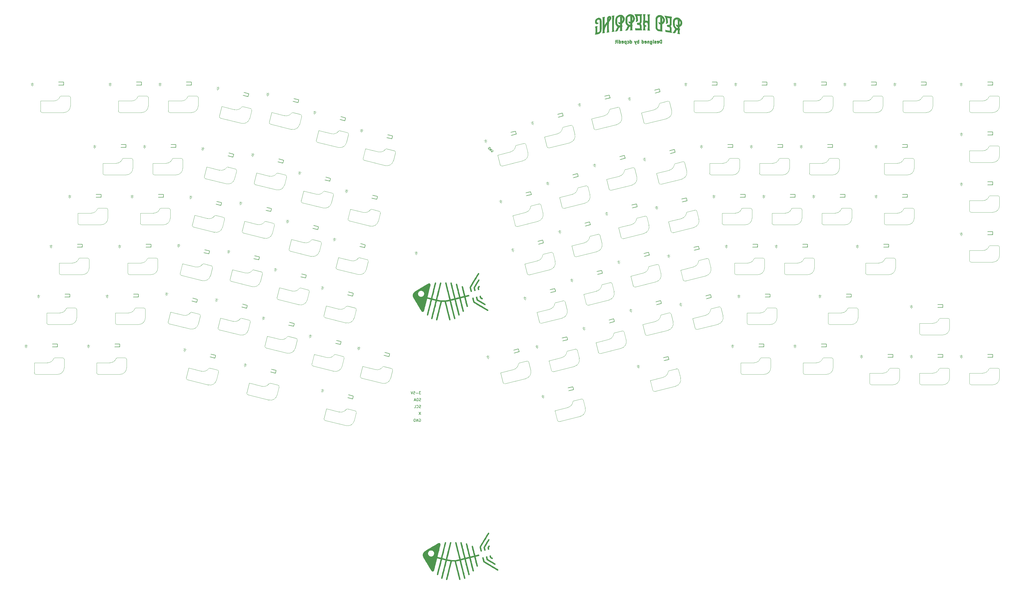
<source format=gbr>
%TF.GenerationSoftware,KiCad,Pcbnew,(7.0.0-0)*%
%TF.CreationDate,2023-04-21T13:35:00-07:00*%
%TF.ProjectId,redherring_v2,72656468-6572-4726-996e-675f76322e6b,rev?*%
%TF.SameCoordinates,Original*%
%TF.FileFunction,Legend,Bot*%
%TF.FilePolarity,Positive*%
%FSLAX46Y46*%
G04 Gerber Fmt 4.6, Leading zero omitted, Abs format (unit mm)*
G04 Created by KiCad (PCBNEW (7.0.0-0)) date 2023-04-21 13:35:00*
%MOMM*%
%LPD*%
G01*
G04 APERTURE LIST*
%ADD10C,0.300000*%
%ADD11C,0.150000*%
%ADD12C,0.100000*%
%ADD13C,0.120000*%
%ADD14C,0.099999*%
%ADD15C,0.010000*%
G04 APERTURE END LIST*
D10*
X271690009Y-38187897D02*
X271690009Y-36987897D01*
X271690009Y-36987897D02*
X271404295Y-36987897D01*
X271404295Y-36987897D02*
X271232866Y-37045040D01*
X271232866Y-37045040D02*
X271118581Y-37159325D01*
X271118581Y-37159325D02*
X271061438Y-37273611D01*
X271061438Y-37273611D02*
X271004295Y-37502182D01*
X271004295Y-37502182D02*
X271004295Y-37673611D01*
X271004295Y-37673611D02*
X271061438Y-37902182D01*
X271061438Y-37902182D02*
X271118581Y-38016468D01*
X271118581Y-38016468D02*
X271232866Y-38130754D01*
X271232866Y-38130754D02*
X271404295Y-38187897D01*
X271404295Y-38187897D02*
X271690009Y-38187897D01*
X270032866Y-38130754D02*
X270147152Y-38187897D01*
X270147152Y-38187897D02*
X270375724Y-38187897D01*
X270375724Y-38187897D02*
X270490009Y-38130754D01*
X270490009Y-38130754D02*
X270547152Y-38016468D01*
X270547152Y-38016468D02*
X270547152Y-37559325D01*
X270547152Y-37559325D02*
X270490009Y-37445040D01*
X270490009Y-37445040D02*
X270375724Y-37387897D01*
X270375724Y-37387897D02*
X270147152Y-37387897D01*
X270147152Y-37387897D02*
X270032866Y-37445040D01*
X270032866Y-37445040D02*
X269975724Y-37559325D01*
X269975724Y-37559325D02*
X269975724Y-37673611D01*
X269975724Y-37673611D02*
X270547152Y-37787897D01*
X269518581Y-38130754D02*
X269404295Y-38187897D01*
X269404295Y-38187897D02*
X269175724Y-38187897D01*
X269175724Y-38187897D02*
X269061438Y-38130754D01*
X269061438Y-38130754D02*
X269004295Y-38016468D01*
X269004295Y-38016468D02*
X269004295Y-37959325D01*
X269004295Y-37959325D02*
X269061438Y-37845040D01*
X269061438Y-37845040D02*
X269175724Y-37787897D01*
X269175724Y-37787897D02*
X269347153Y-37787897D01*
X269347153Y-37787897D02*
X269461438Y-37730754D01*
X269461438Y-37730754D02*
X269518581Y-37616468D01*
X269518581Y-37616468D02*
X269518581Y-37559325D01*
X269518581Y-37559325D02*
X269461438Y-37445040D01*
X269461438Y-37445040D02*
X269347153Y-37387897D01*
X269347153Y-37387897D02*
X269175724Y-37387897D01*
X269175724Y-37387897D02*
X269061438Y-37445040D01*
X268490009Y-38187897D02*
X268490009Y-37387897D01*
X268490009Y-36987897D02*
X268547152Y-37045040D01*
X268547152Y-37045040D02*
X268490009Y-37102182D01*
X268490009Y-37102182D02*
X268432866Y-37045040D01*
X268432866Y-37045040D02*
X268490009Y-36987897D01*
X268490009Y-36987897D02*
X268490009Y-37102182D01*
X267404295Y-37387897D02*
X267404295Y-38359325D01*
X267404295Y-38359325D02*
X267461437Y-38473611D01*
X267461437Y-38473611D02*
X267518580Y-38530754D01*
X267518580Y-38530754D02*
X267632866Y-38587897D01*
X267632866Y-38587897D02*
X267804295Y-38587897D01*
X267804295Y-38587897D02*
X267918580Y-38530754D01*
X267404295Y-38130754D02*
X267518580Y-38187897D01*
X267518580Y-38187897D02*
X267747152Y-38187897D01*
X267747152Y-38187897D02*
X267861437Y-38130754D01*
X267861437Y-38130754D02*
X267918580Y-38073611D01*
X267918580Y-38073611D02*
X267975723Y-37959325D01*
X267975723Y-37959325D02*
X267975723Y-37616468D01*
X267975723Y-37616468D02*
X267918580Y-37502182D01*
X267918580Y-37502182D02*
X267861437Y-37445040D01*
X267861437Y-37445040D02*
X267747152Y-37387897D01*
X267747152Y-37387897D02*
X267518580Y-37387897D01*
X267518580Y-37387897D02*
X267404295Y-37445040D01*
X266832866Y-37387897D02*
X266832866Y-38187897D01*
X266832866Y-37502182D02*
X266775723Y-37445040D01*
X266775723Y-37445040D02*
X266661438Y-37387897D01*
X266661438Y-37387897D02*
X266490009Y-37387897D01*
X266490009Y-37387897D02*
X266375723Y-37445040D01*
X266375723Y-37445040D02*
X266318581Y-37559325D01*
X266318581Y-37559325D02*
X266318581Y-38187897D01*
X265290009Y-38130754D02*
X265404295Y-38187897D01*
X265404295Y-38187897D02*
X265632867Y-38187897D01*
X265632867Y-38187897D02*
X265747152Y-38130754D01*
X265747152Y-38130754D02*
X265804295Y-38016468D01*
X265804295Y-38016468D02*
X265804295Y-37559325D01*
X265804295Y-37559325D02*
X265747152Y-37445040D01*
X265747152Y-37445040D02*
X265632867Y-37387897D01*
X265632867Y-37387897D02*
X265404295Y-37387897D01*
X265404295Y-37387897D02*
X265290009Y-37445040D01*
X265290009Y-37445040D02*
X265232867Y-37559325D01*
X265232867Y-37559325D02*
X265232867Y-37673611D01*
X265232867Y-37673611D02*
X265804295Y-37787897D01*
X264204296Y-38187897D02*
X264204296Y-36987897D01*
X264204296Y-38130754D02*
X264318581Y-38187897D01*
X264318581Y-38187897D02*
X264547153Y-38187897D01*
X264547153Y-38187897D02*
X264661438Y-38130754D01*
X264661438Y-38130754D02*
X264718581Y-38073611D01*
X264718581Y-38073611D02*
X264775724Y-37959325D01*
X264775724Y-37959325D02*
X264775724Y-37616468D01*
X264775724Y-37616468D02*
X264718581Y-37502182D01*
X264718581Y-37502182D02*
X264661438Y-37445040D01*
X264661438Y-37445040D02*
X264547153Y-37387897D01*
X264547153Y-37387897D02*
X264318581Y-37387897D01*
X264318581Y-37387897D02*
X264204296Y-37445040D01*
X262912867Y-38187897D02*
X262912867Y-36987897D01*
X262912867Y-37445040D02*
X262798582Y-37387897D01*
X262798582Y-37387897D02*
X262570010Y-37387897D01*
X262570010Y-37387897D02*
X262455724Y-37445040D01*
X262455724Y-37445040D02*
X262398582Y-37502182D01*
X262398582Y-37502182D02*
X262341439Y-37616468D01*
X262341439Y-37616468D02*
X262341439Y-37959325D01*
X262341439Y-37959325D02*
X262398582Y-38073611D01*
X262398582Y-38073611D02*
X262455724Y-38130754D01*
X262455724Y-38130754D02*
X262570010Y-38187897D01*
X262570010Y-38187897D02*
X262798582Y-38187897D01*
X262798582Y-38187897D02*
X262912867Y-38130754D01*
X261941439Y-37387897D02*
X261655725Y-38187897D01*
X261370010Y-37387897D02*
X261655725Y-38187897D01*
X261655725Y-38187897D02*
X261770010Y-38473611D01*
X261770010Y-38473611D02*
X261827153Y-38530754D01*
X261827153Y-38530754D02*
X261941439Y-38587897D01*
X259678582Y-38187897D02*
X259678582Y-36987897D01*
X259678582Y-38130754D02*
X259792867Y-38187897D01*
X259792867Y-38187897D02*
X260021439Y-38187897D01*
X260021439Y-38187897D02*
X260135724Y-38130754D01*
X260135724Y-38130754D02*
X260192867Y-38073611D01*
X260192867Y-38073611D02*
X260250010Y-37959325D01*
X260250010Y-37959325D02*
X260250010Y-37616468D01*
X260250010Y-37616468D02*
X260192867Y-37502182D01*
X260192867Y-37502182D02*
X260135724Y-37445040D01*
X260135724Y-37445040D02*
X260021439Y-37387897D01*
X260021439Y-37387897D02*
X259792867Y-37387897D01*
X259792867Y-37387897D02*
X259678582Y-37445040D01*
X258592868Y-38130754D02*
X258707153Y-38187897D01*
X258707153Y-38187897D02*
X258935725Y-38187897D01*
X258935725Y-38187897D02*
X259050010Y-38130754D01*
X259050010Y-38130754D02*
X259107153Y-38073611D01*
X259107153Y-38073611D02*
X259164296Y-37959325D01*
X259164296Y-37959325D02*
X259164296Y-37616468D01*
X259164296Y-37616468D02*
X259107153Y-37502182D01*
X259107153Y-37502182D02*
X259050010Y-37445040D01*
X259050010Y-37445040D02*
X258935725Y-37387897D01*
X258935725Y-37387897D02*
X258707153Y-37387897D01*
X258707153Y-37387897D02*
X258592868Y-37445040D01*
X258078582Y-37387897D02*
X258078582Y-38587897D01*
X258078582Y-37445040D02*
X257964297Y-37387897D01*
X257964297Y-37387897D02*
X257735725Y-37387897D01*
X257735725Y-37387897D02*
X257621439Y-37445040D01*
X257621439Y-37445040D02*
X257564297Y-37502182D01*
X257564297Y-37502182D02*
X257507154Y-37616468D01*
X257507154Y-37616468D02*
X257507154Y-37959325D01*
X257507154Y-37959325D02*
X257564297Y-38073611D01*
X257564297Y-38073611D02*
X257621439Y-38130754D01*
X257621439Y-38130754D02*
X257735725Y-38187897D01*
X257735725Y-38187897D02*
X257964297Y-38187897D01*
X257964297Y-38187897D02*
X258078582Y-38130754D01*
X256535725Y-38130754D02*
X256650011Y-38187897D01*
X256650011Y-38187897D02*
X256878583Y-38187897D01*
X256878583Y-38187897D02*
X256992868Y-38130754D01*
X256992868Y-38130754D02*
X257050011Y-38016468D01*
X257050011Y-38016468D02*
X257050011Y-37559325D01*
X257050011Y-37559325D02*
X256992868Y-37445040D01*
X256992868Y-37445040D02*
X256878583Y-37387897D01*
X256878583Y-37387897D02*
X256650011Y-37387897D01*
X256650011Y-37387897D02*
X256535725Y-37445040D01*
X256535725Y-37445040D02*
X256478583Y-37559325D01*
X256478583Y-37559325D02*
X256478583Y-37673611D01*
X256478583Y-37673611D02*
X257050011Y-37787897D01*
X255450012Y-38187897D02*
X255450012Y-36987897D01*
X255450012Y-38130754D02*
X255564297Y-38187897D01*
X255564297Y-38187897D02*
X255792869Y-38187897D01*
X255792869Y-38187897D02*
X255907154Y-38130754D01*
X255907154Y-38130754D02*
X255964297Y-38073611D01*
X255964297Y-38073611D02*
X256021440Y-37959325D01*
X256021440Y-37959325D02*
X256021440Y-37616468D01*
X256021440Y-37616468D02*
X255964297Y-37502182D01*
X255964297Y-37502182D02*
X255907154Y-37445040D01*
X255907154Y-37445040D02*
X255792869Y-37387897D01*
X255792869Y-37387897D02*
X255564297Y-37387897D01*
X255564297Y-37387897D02*
X255450012Y-37445040D01*
X254878583Y-38187897D02*
X254878583Y-37387897D01*
X254878583Y-36987897D02*
X254935726Y-37045040D01*
X254935726Y-37045040D02*
X254878583Y-37102182D01*
X254878583Y-37102182D02*
X254821440Y-37045040D01*
X254821440Y-37045040D02*
X254878583Y-36987897D01*
X254878583Y-36987897D02*
X254878583Y-37102182D01*
X254478583Y-37387897D02*
X254021440Y-37387897D01*
X254307154Y-36987897D02*
X254307154Y-38016468D01*
X254307154Y-38016468D02*
X254250011Y-38130754D01*
X254250011Y-38130754D02*
X254135726Y-38187897D01*
X254135726Y-38187897D02*
X254021440Y-38187897D01*
D11*
%TO.C,U3*%
X207106093Y-79002572D02*
X207186906Y-79029509D01*
X207186906Y-79029509D02*
X207267718Y-79110321D01*
X207267718Y-79110321D02*
X207321593Y-79218071D01*
X207321593Y-79218071D02*
X207321593Y-79325820D01*
X207321593Y-79325820D02*
X207294655Y-79406633D01*
X207294655Y-79406633D02*
X207213843Y-79541320D01*
X207213843Y-79541320D02*
X207133031Y-79622132D01*
X207133031Y-79622132D02*
X206998344Y-79702944D01*
X206998344Y-79702944D02*
X206917532Y-79729881D01*
X206917532Y-79729881D02*
X206809782Y-79729881D01*
X206809782Y-79729881D02*
X206702032Y-79676007D01*
X206702032Y-79676007D02*
X206648158Y-79622132D01*
X206648158Y-79622132D02*
X206594283Y-79514382D01*
X206594283Y-79514382D02*
X206594283Y-79460507D01*
X206594283Y-79460507D02*
X206782845Y-79271946D01*
X206782845Y-79271946D02*
X206890594Y-79379695D01*
X206297971Y-79271946D02*
X206863657Y-78706260D01*
X206863657Y-78706260D02*
X205974723Y-78948697D01*
X205974723Y-78948697D02*
X206540408Y-78383011D01*
X205705349Y-78679323D02*
X206271034Y-78113637D01*
X206271034Y-78113637D02*
X206136347Y-77978950D01*
X206136347Y-77978950D02*
X206028598Y-77925076D01*
X206028598Y-77925076D02*
X205920848Y-77925076D01*
X205920848Y-77925076D02*
X205840036Y-77952013D01*
X205840036Y-77952013D02*
X205705349Y-78032825D01*
X205705349Y-78032825D02*
X205624537Y-78113637D01*
X205624537Y-78113637D02*
X205543724Y-78248324D01*
X205543724Y-78248324D02*
X205516787Y-78329137D01*
X205516787Y-78329137D02*
X205516787Y-78436886D01*
X205516787Y-78436886D02*
X205570662Y-78544636D01*
X205570662Y-78544636D02*
X205705349Y-78679323D01*
%TO.C,J4*%
X179695363Y-174802261D02*
X179552506Y-174849880D01*
X179552506Y-174849880D02*
X179314411Y-174849880D01*
X179314411Y-174849880D02*
X179219173Y-174802261D01*
X179219173Y-174802261D02*
X179171554Y-174754642D01*
X179171554Y-174754642D02*
X179123935Y-174659404D01*
X179123935Y-174659404D02*
X179123935Y-174564166D01*
X179123935Y-174564166D02*
X179171554Y-174468928D01*
X179171554Y-174468928D02*
X179219173Y-174421309D01*
X179219173Y-174421309D02*
X179314411Y-174373690D01*
X179314411Y-174373690D02*
X179504887Y-174326071D01*
X179504887Y-174326071D02*
X179600125Y-174278452D01*
X179600125Y-174278452D02*
X179647744Y-174230833D01*
X179647744Y-174230833D02*
X179695363Y-174135595D01*
X179695363Y-174135595D02*
X179695363Y-174040357D01*
X179695363Y-174040357D02*
X179647744Y-173945119D01*
X179647744Y-173945119D02*
X179600125Y-173897500D01*
X179600125Y-173897500D02*
X179504887Y-173849880D01*
X179504887Y-173849880D02*
X179266792Y-173849880D01*
X179266792Y-173849880D02*
X179123935Y-173897500D01*
X178695363Y-174849880D02*
X178695363Y-173849880D01*
X178695363Y-173849880D02*
X178457268Y-173849880D01*
X178457268Y-173849880D02*
X178314411Y-173897500D01*
X178314411Y-173897500D02*
X178219173Y-173992738D01*
X178219173Y-173992738D02*
X178171554Y-174087976D01*
X178171554Y-174087976D02*
X178123935Y-174278452D01*
X178123935Y-174278452D02*
X178123935Y-174421309D01*
X178123935Y-174421309D02*
X178171554Y-174611785D01*
X178171554Y-174611785D02*
X178219173Y-174707023D01*
X178219173Y-174707023D02*
X178314411Y-174802261D01*
X178314411Y-174802261D02*
X178457268Y-174849880D01*
X178457268Y-174849880D02*
X178695363Y-174849880D01*
X177742982Y-174564166D02*
X177266792Y-174564166D01*
X177838220Y-174849880D02*
X177504887Y-173849880D01*
X177504887Y-173849880D02*
X177171554Y-174849880D01*
X179123935Y-181765000D02*
X179219173Y-181717380D01*
X179219173Y-181717380D02*
X179362030Y-181717380D01*
X179362030Y-181717380D02*
X179504887Y-181765000D01*
X179504887Y-181765000D02*
X179600125Y-181860238D01*
X179600125Y-181860238D02*
X179647744Y-181955476D01*
X179647744Y-181955476D02*
X179695363Y-182145952D01*
X179695363Y-182145952D02*
X179695363Y-182288809D01*
X179695363Y-182288809D02*
X179647744Y-182479285D01*
X179647744Y-182479285D02*
X179600125Y-182574523D01*
X179600125Y-182574523D02*
X179504887Y-182669761D01*
X179504887Y-182669761D02*
X179362030Y-182717380D01*
X179362030Y-182717380D02*
X179266792Y-182717380D01*
X179266792Y-182717380D02*
X179123935Y-182669761D01*
X179123935Y-182669761D02*
X179076316Y-182622142D01*
X179076316Y-182622142D02*
X179076316Y-182288809D01*
X179076316Y-182288809D02*
X179266792Y-182288809D01*
X178647744Y-182717380D02*
X178647744Y-181717380D01*
X178647744Y-181717380D02*
X178076316Y-182717380D01*
X178076316Y-182717380D02*
X178076316Y-181717380D01*
X177600125Y-182717380D02*
X177600125Y-181717380D01*
X177600125Y-181717380D02*
X177362030Y-181717380D01*
X177362030Y-181717380D02*
X177219173Y-181765000D01*
X177219173Y-181765000D02*
X177123935Y-181860238D01*
X177123935Y-181860238D02*
X177076316Y-181955476D01*
X177076316Y-181955476D02*
X177028697Y-182145952D01*
X177028697Y-182145952D02*
X177028697Y-182288809D01*
X177028697Y-182288809D02*
X177076316Y-182479285D01*
X177076316Y-182479285D02*
X177123935Y-182574523D01*
X177123935Y-182574523D02*
X177219173Y-182669761D01*
X177219173Y-182669761D02*
X177362030Y-182717380D01*
X177362030Y-182717380D02*
X177600125Y-182717380D01*
X179742982Y-171227380D02*
X179123935Y-171227380D01*
X179123935Y-171227380D02*
X179457268Y-171608333D01*
X179457268Y-171608333D02*
X179314411Y-171608333D01*
X179314411Y-171608333D02*
X179219173Y-171655952D01*
X179219173Y-171655952D02*
X179171554Y-171703571D01*
X179171554Y-171703571D02*
X179123935Y-171798809D01*
X179123935Y-171798809D02*
X179123935Y-172036904D01*
X179123935Y-172036904D02*
X179171554Y-172132142D01*
X179171554Y-172132142D02*
X179219173Y-172179761D01*
X179219173Y-172179761D02*
X179314411Y-172227380D01*
X179314411Y-172227380D02*
X179600125Y-172227380D01*
X179600125Y-172227380D02*
X179695363Y-172179761D01*
X179695363Y-172179761D02*
X179742982Y-172132142D01*
X178695363Y-171846428D02*
X177933459Y-171846428D01*
X176981078Y-171227380D02*
X177457268Y-171227380D01*
X177457268Y-171227380D02*
X177504887Y-171703571D01*
X177504887Y-171703571D02*
X177457268Y-171655952D01*
X177457268Y-171655952D02*
X177362030Y-171608333D01*
X177362030Y-171608333D02*
X177123935Y-171608333D01*
X177123935Y-171608333D02*
X177028697Y-171655952D01*
X177028697Y-171655952D02*
X176981078Y-171703571D01*
X176981078Y-171703571D02*
X176933459Y-171798809D01*
X176933459Y-171798809D02*
X176933459Y-172036904D01*
X176933459Y-172036904D02*
X176981078Y-172132142D01*
X176981078Y-172132142D02*
X177028697Y-172179761D01*
X177028697Y-172179761D02*
X177123935Y-172227380D01*
X177123935Y-172227380D02*
X177362030Y-172227380D01*
X177362030Y-172227380D02*
X177457268Y-172179761D01*
X177457268Y-172179761D02*
X177504887Y-172132142D01*
X176647744Y-171227380D02*
X176314411Y-172227380D01*
X176314411Y-172227380D02*
X175981078Y-171227380D01*
X179742982Y-179094880D02*
X179076316Y-180094880D01*
X179076316Y-179094880D02*
X179742982Y-180094880D01*
X179695363Y-177424761D02*
X179552506Y-177472380D01*
X179552506Y-177472380D02*
X179314411Y-177472380D01*
X179314411Y-177472380D02*
X179219173Y-177424761D01*
X179219173Y-177424761D02*
X179171554Y-177377142D01*
X179171554Y-177377142D02*
X179123935Y-177281904D01*
X179123935Y-177281904D02*
X179123935Y-177186666D01*
X179123935Y-177186666D02*
X179171554Y-177091428D01*
X179171554Y-177091428D02*
X179219173Y-177043809D01*
X179219173Y-177043809D02*
X179314411Y-176996190D01*
X179314411Y-176996190D02*
X179504887Y-176948571D01*
X179504887Y-176948571D02*
X179600125Y-176900952D01*
X179600125Y-176900952D02*
X179647744Y-176853333D01*
X179647744Y-176853333D02*
X179695363Y-176758095D01*
X179695363Y-176758095D02*
X179695363Y-176662857D01*
X179695363Y-176662857D02*
X179647744Y-176567619D01*
X179647744Y-176567619D02*
X179600125Y-176520000D01*
X179600125Y-176520000D02*
X179504887Y-176472380D01*
X179504887Y-176472380D02*
X179266792Y-176472380D01*
X179266792Y-176472380D02*
X179123935Y-176520000D01*
X178123935Y-177377142D02*
X178171554Y-177424761D01*
X178171554Y-177424761D02*
X178314411Y-177472380D01*
X178314411Y-177472380D02*
X178409649Y-177472380D01*
X178409649Y-177472380D02*
X178552506Y-177424761D01*
X178552506Y-177424761D02*
X178647744Y-177329523D01*
X178647744Y-177329523D02*
X178695363Y-177234285D01*
X178695363Y-177234285D02*
X178742982Y-177043809D01*
X178742982Y-177043809D02*
X178742982Y-176900952D01*
X178742982Y-176900952D02*
X178695363Y-176710476D01*
X178695363Y-176710476D02*
X178647744Y-176615238D01*
X178647744Y-176615238D02*
X178552506Y-176520000D01*
X178552506Y-176520000D02*
X178409649Y-176472380D01*
X178409649Y-176472380D02*
X178314411Y-176472380D01*
X178314411Y-176472380D02*
X178171554Y-176520000D01*
X178171554Y-176520000D02*
X178123935Y-176567619D01*
X177219173Y-177472380D02*
X177695363Y-177472380D01*
X177695363Y-177472380D02*
X177695363Y-176472380D01*
D12*
%TO.C,D49*%
X223896150Y-153408901D02*
X223992918Y-153797019D01*
X223992918Y-153797019D02*
X224526581Y-153663962D01*
X223992918Y-153797019D02*
X223459256Y-153930077D01*
X223992918Y-153797019D02*
X223749953Y-154475966D01*
X224526190Y-154282428D02*
X223992918Y-153797019D01*
X224138071Y-154379197D02*
X224259032Y-154864345D01*
X223749953Y-154475966D02*
X224526190Y-154282428D01*
%TO.C,D68*%
X353492500Y-76980000D02*
X353492500Y-77380000D01*
X353492500Y-77380000D02*
X354042500Y-77380000D01*
X353492500Y-77380000D02*
X352942500Y-77380000D01*
X353492500Y-77380000D02*
X353092500Y-77980000D01*
X353892500Y-77980000D02*
X353492500Y-77380000D01*
X353492500Y-77980000D02*
X353492500Y-78480000D01*
X353092500Y-77980000D02*
X353892500Y-77980000D01*
%TO.C,D9*%
X240125663Y-61013076D02*
X240222431Y-61401194D01*
X240222431Y-61401194D02*
X240756094Y-61268137D01*
X240222431Y-61401194D02*
X239688769Y-61534252D01*
X240222431Y-61401194D02*
X239979466Y-62080141D01*
X240755703Y-61886603D02*
X240222431Y-61401194D01*
X240367584Y-61983372D02*
X240488545Y-62468520D01*
X239979466Y-62080141D02*
X240755703Y-61886603D01*
%TO.C,D18*%
X227978371Y-91037372D02*
X228075139Y-91425490D01*
X228075139Y-91425490D02*
X228608802Y-91292433D01*
X228075139Y-91425490D02*
X227541477Y-91558548D01*
X228075139Y-91425490D02*
X227832174Y-92104437D01*
X228608411Y-91910899D02*
X228075139Y-91425490D01*
X228220292Y-92007668D02*
X228341253Y-92492816D01*
X227832174Y-92104437D02*
X228608411Y-91910899D01*
D13*
%TO.C,SW84*%
X301898750Y-160245000D02*
X301898750Y-160245000D01*
X301898750Y-160245000D02*
X301898750Y-160245000D01*
X301898750Y-164065000D02*
X301898750Y-160245000D01*
X302518750Y-164690000D02*
X310788750Y-164690000D01*
X306978750Y-160245000D02*
X301898750Y-160245000D01*
X306978750Y-160245000D02*
X306978750Y-160245000D01*
D11*
X308779250Y-154175135D02*
X310703250Y-154175135D01*
D13*
X309838750Y-158340000D02*
X312698750Y-158340000D01*
D11*
X310719250Y-153045135D02*
X308825250Y-153045135D01*
X310719250Y-154175135D02*
X310719250Y-153045135D01*
D13*
X310788750Y-164690000D02*
X310788750Y-164690000D01*
X313328750Y-158955000D02*
X313328750Y-162150000D01*
X313328750Y-162150000D02*
X313328750Y-162150000D01*
X301898750Y-164075000D02*
G75*
G03*
X302513750Y-164690000I614999J-1D01*
G01*
X306978750Y-160241927D02*
G75*
G03*
X309318749Y-158685000I-3J2536931D01*
G01*
X309838749Y-158338880D02*
G75*
G03*
X309318751Y-158685000I-1699J-561120D01*
G01*
X313328950Y-158955000D02*
G75*
G03*
X312713879Y-158340000I-615100J-100D01*
G01*
X310788750Y-164690000D02*
G75*
G03*
X313328750Y-162150000I0J2540000D01*
G01*
D12*
X310549250Y-153945135D02*
G75*
G03*
X310549250Y-153945135I-50000J0D01*
G01*
%TO.C,D60*%
X278772475Y-137272548D02*
X278869243Y-137660666D01*
X278869243Y-137660666D02*
X279402906Y-137527609D01*
X278869243Y-137660666D02*
X278335581Y-137793724D01*
X278869243Y-137660666D02*
X278626278Y-138339613D01*
X279402515Y-138146075D02*
X278869243Y-137660666D01*
X279014396Y-138242844D02*
X279135357Y-138727992D01*
X278626278Y-138339613D02*
X279402515Y-138146075D01*
D13*
%TO.C,SW49*%
X228666575Y-159470247D02*
X228666575Y-159470247D01*
X228666575Y-159470247D02*
X228666575Y-159470247D01*
X229590717Y-163176777D02*
X228666575Y-159470247D01*
X230343502Y-163633220D02*
X238367847Y-161632526D01*
X233595678Y-158241284D02*
X228666575Y-159470247D01*
X233595678Y-158241284D02*
X233595678Y-158241284D01*
D11*
X233874262Y-151916140D02*
X235741111Y-151450682D01*
D13*
X235909862Y-155700974D02*
X238684908Y-155009078D01*
D11*
X235483264Y-150350377D02*
X233645524Y-150808577D01*
X235756636Y-151446811D02*
X235483264Y-150350377D01*
D13*
X238367847Y-161632526D02*
X238367847Y-161632526D01*
X239444976Y-155453399D02*
X240217917Y-158553493D01*
X240217917Y-158553493D02*
X240217917Y-158553493D01*
X229593136Y-163186480D02*
G75*
G03*
X230338650Y-163634430I596731J148781D01*
G01*
X233594934Y-158238303D02*
G75*
G03*
X235488771Y-156161526I-613742J2461573D01*
G01*
X235909590Y-155699886D02*
G75*
G03*
X235488771Y-156161526I134099J-544865D01*
G01*
X239445071Y-155453374D02*
G75*
G03*
X238699588Y-155005419I-596730J-148782D01*
G01*
X238367847Y-161632525D02*
G75*
G03*
X240217916Y-158553493I-614481J2464550D01*
G01*
D12*
X235537528Y-151276866D02*
G75*
G03*
X235537528Y-151276866I-50000J0D01*
G01*
%TO.C,D24*%
X111080825Y-98602377D02*
X110984057Y-98990495D01*
X110984057Y-98990495D02*
X111517719Y-99123553D01*
X110984057Y-98990495D02*
X110450394Y-98857438D01*
X110984057Y-98990495D02*
X110450785Y-99475904D01*
X111227022Y-99669442D02*
X110984057Y-98990495D01*
X110838904Y-99572673D02*
X110717943Y-100057821D01*
X110450785Y-99475904D02*
X111227022Y-99669442D01*
D13*
%TO.C,SW25*%
X130362727Y-113124925D02*
X130362727Y-113124925D01*
X130362727Y-113124925D02*
X130362727Y-113124925D01*
X129438585Y-116831455D02*
X130362727Y-113124925D01*
X129888968Y-117587881D02*
X137913313Y-119588575D01*
X135291829Y-114353888D02*
X130362727Y-113124925D01*
X135291829Y-114353888D02*
X135291829Y-114353888D01*
D11*
X138507280Y-108899904D02*
X140374129Y-109365362D01*
D13*
X138527736Y-113197371D02*
X141302782Y-113889268D01*
D11*
X140663026Y-108272799D02*
X138825285Y-107814599D01*
X140389654Y-109369233D02*
X140663026Y-108272799D01*
D13*
X137913313Y-119588575D02*
X137913313Y-119588575D01*
X141765286Y-114638411D02*
X140992346Y-117738506D01*
X140992346Y-117738506D02*
X140992346Y-117738506D01*
X129436167Y-116841158D02*
G75*
G03*
X129884116Y-117586670I596730J-148782D01*
G01*
X135292573Y-114350907D02*
G75*
G03*
X137939720Y-113406324I613736J2461575D01*
G01*
X138528006Y-113196284D02*
G75*
G03*
X137939721Y-113406325I-137395J-544042D01*
G01*
X141765480Y-114638459D02*
G75*
G03*
X141317462Y-113892928I-596853J148709D01*
G01*
X137913313Y-119588574D02*
G75*
G03*
X140992345Y-117738506I614482J2464550D01*
G01*
D14*
X140281830Y-109092842D02*
G75*
G03*
X140281830Y-109092842I-49999J0D01*
G01*
D12*
%TO.C,D48*%
X205167032Y-157364818D02*
X205263800Y-157752936D01*
X205263800Y-157752936D02*
X205797463Y-157619879D01*
X205263800Y-157752936D02*
X204730138Y-157885994D01*
X205263800Y-157752936D02*
X205020835Y-158431883D01*
X205797072Y-158238345D02*
X205263800Y-157752936D01*
X205408953Y-158335114D02*
X205529914Y-158820262D01*
X205020835Y-158431883D02*
X205797072Y-158238345D01*
%TO.C,D28*%
X232586983Y-109521505D02*
X232683751Y-109909623D01*
X232683751Y-109909623D02*
X233217414Y-109776566D01*
X232683751Y-109909623D02*
X232150089Y-110042681D01*
X232683751Y-109909623D02*
X232440786Y-110588570D01*
X233217023Y-110395032D02*
X232683751Y-109909623D01*
X232828904Y-110491801D02*
X232949865Y-110976949D01*
X232440786Y-110588570D02*
X233217023Y-110395032D01*
%TO.C,D88*%
X386036250Y-157148750D02*
X386036250Y-157548750D01*
X386036250Y-157548750D02*
X386586250Y-157548750D01*
X386036250Y-157548750D02*
X385486250Y-157548750D01*
X386036250Y-157548750D02*
X385636250Y-158148750D01*
X386436250Y-158148750D02*
X386036250Y-157548750D01*
X386036250Y-158148750D02*
X386036250Y-158648750D01*
X385636250Y-158148750D02*
X386436250Y-158148750D01*
%TO.C,D11*%
X55200840Y-76980000D02*
X55200840Y-77380000D01*
X55200840Y-77380000D02*
X55750840Y-77380000D01*
X55200840Y-77380000D02*
X54650840Y-77380000D01*
X55200840Y-77380000D02*
X54800840Y-77980000D01*
X55600840Y-77980000D02*
X55200840Y-77380000D01*
X55200840Y-77980000D02*
X55200840Y-78480000D01*
X54800840Y-77980000D02*
X55600840Y-77980000D01*
%TO.C,D16*%
X151505551Y-93956501D02*
X151408783Y-94344619D01*
X151408783Y-94344619D02*
X151942445Y-94477677D01*
X151408783Y-94344619D02*
X150875120Y-94211562D01*
X151408783Y-94344619D02*
X150875511Y-94830028D01*
X151651748Y-95023566D02*
X151408783Y-94344619D01*
X151263630Y-94926797D02*
X151142669Y-95411945D01*
X150875511Y-94830028D02*
X151651748Y-95023566D01*
D13*
%TO.C,SW87*%
X370161250Y-164213750D02*
X370161250Y-164213750D01*
X370161250Y-164213750D02*
X370161250Y-164213750D01*
X370161250Y-168033750D02*
X370161250Y-164213750D01*
X370781250Y-168658750D02*
X379051250Y-168658750D01*
X375241250Y-164213750D02*
X370161250Y-164213750D01*
X375241250Y-164213750D02*
X375241250Y-164213750D01*
D11*
X377041750Y-158143885D02*
X378965750Y-158143885D01*
D13*
X378101250Y-162308750D02*
X380961250Y-162308750D01*
D11*
X378981750Y-157013885D02*
X377087750Y-157013885D01*
X378981750Y-158143885D02*
X378981750Y-157013885D01*
D13*
X379051250Y-168658750D02*
X379051250Y-168658750D01*
X381591250Y-162923750D02*
X381591250Y-166118750D01*
X381591250Y-166118750D02*
X381591250Y-166118750D01*
X370161250Y-168043750D02*
G75*
G03*
X370776250Y-168658750I614999J-1D01*
G01*
X375241250Y-164210677D02*
G75*
G03*
X377581249Y-162653750I-3J2536931D01*
G01*
X378101249Y-162307630D02*
G75*
G03*
X377581251Y-162653750I-1699J-561120D01*
G01*
X381591450Y-162923750D02*
G75*
G03*
X380976379Y-162308750I-615100J-100D01*
G01*
X379051250Y-168658750D02*
G75*
G03*
X381591250Y-166118750I0J2540000D01*
G01*
D12*
X378811750Y-157913885D02*
G75*
G03*
X378811750Y-157913885I-50000J0D01*
G01*
%TO.C,D12*%
X74250840Y-76980000D02*
X74250840Y-77380000D01*
X74250840Y-77380000D02*
X74800840Y-77380000D01*
X74250840Y-77380000D02*
X73700840Y-77380000D01*
X74250840Y-77380000D02*
X73850840Y-77980000D01*
X74650840Y-77980000D02*
X74250840Y-77380000D01*
X74250840Y-77980000D02*
X74250840Y-78480000D01*
X73850840Y-77980000D02*
X74650840Y-77980000D01*
%TO.C,D52*%
X29007090Y-153180000D02*
X29007090Y-153580000D01*
X29007090Y-153580000D02*
X29557090Y-153580000D01*
X29007090Y-153580000D02*
X28457090Y-153580000D01*
X29007090Y-153580000D02*
X28607090Y-154180000D01*
X29407090Y-154180000D02*
X29007090Y-153580000D01*
X29007090Y-154180000D02*
X29007090Y-154680000D01*
X28607090Y-154180000D02*
X29407090Y-154180000D01*
D13*
%TO.C,SW8*%
X226988031Y-73993551D02*
X226988031Y-73993551D01*
X226988031Y-73993551D02*
X226988031Y-73993551D01*
X227912173Y-77700081D02*
X226988031Y-73993551D01*
X228664958Y-78156524D02*
X236689303Y-76155830D01*
X231917134Y-72764588D02*
X226988031Y-73993551D01*
X231917134Y-72764588D02*
X231917134Y-72764588D01*
D11*
X232195718Y-66439444D02*
X234062567Y-65973986D01*
D13*
X234231318Y-70224278D02*
X237006364Y-69532382D01*
D11*
X233804720Y-64873681D02*
X231966980Y-65331881D01*
X234078092Y-65970115D02*
X233804720Y-64873681D01*
D13*
X236689303Y-76155830D02*
X236689303Y-76155830D01*
X237766432Y-69976703D02*
X238539373Y-73076797D01*
X238539373Y-73076797D02*
X238539373Y-73076797D01*
X227914592Y-77709784D02*
G75*
G03*
X228660106Y-78157734I596731J148781D01*
G01*
X231916390Y-72761607D02*
G75*
G03*
X233810227Y-70684830I-613742J2461573D01*
G01*
X234231046Y-70223190D02*
G75*
G03*
X233810227Y-70684830I134099J-544865D01*
G01*
X237766527Y-69976678D02*
G75*
G03*
X237021044Y-69528723I-596730J-148782D01*
G01*
X236689303Y-76155829D02*
G75*
G03*
X238539372Y-73076797I-614481J2464550D01*
G01*
D12*
X233858984Y-65800170D02*
G75*
G03*
X233858984Y-65800170I-50000J0D01*
G01*
%TO.C,D5*%
X139364649Y-63974818D02*
X139267881Y-64362936D01*
X139267881Y-64362936D02*
X139801543Y-64495994D01*
X139267881Y-64362936D02*
X138734218Y-64229879D01*
X139267881Y-64362936D02*
X138734609Y-64848345D01*
X139510846Y-65041883D02*
X139267881Y-64362936D01*
X139122728Y-64945114D02*
X139001767Y-65430262D01*
X138734609Y-64848345D02*
X139510846Y-65041883D01*
D13*
%TO.C,SW27*%
X219449351Y-122501980D02*
X219449351Y-122501980D01*
X219449351Y-122501980D02*
X219449351Y-122501980D01*
X220373493Y-126208510D02*
X219449351Y-122501980D01*
X221126278Y-126664953D02*
X229150623Y-124664259D01*
X224378454Y-121273017D02*
X219449351Y-122501980D01*
X224378454Y-121273017D02*
X224378454Y-121273017D01*
D11*
X224657038Y-114947873D02*
X226523887Y-114482415D01*
D13*
X226692638Y-118732707D02*
X229467684Y-118040811D01*
D11*
X226266040Y-113382110D02*
X224428300Y-113840310D01*
X226539412Y-114478544D02*
X226266040Y-113382110D01*
D13*
X229150623Y-124664259D02*
X229150623Y-124664259D01*
X230227752Y-118485132D02*
X231000693Y-121585226D01*
X231000693Y-121585226D02*
X231000693Y-121585226D01*
X220375912Y-126218213D02*
G75*
G03*
X221121426Y-126666163I596731J148781D01*
G01*
X224377710Y-121270036D02*
G75*
G03*
X226271547Y-119193259I-613742J2461573D01*
G01*
X226692366Y-118731619D02*
G75*
G03*
X226271547Y-119193259I134099J-544865D01*
G01*
X230227847Y-118485107D02*
G75*
G03*
X229482364Y-118037152I-596730J-148782D01*
G01*
X229150623Y-124664258D02*
G75*
G03*
X231000692Y-121585226I-614481J2464550D01*
G01*
D12*
X226320304Y-114308599D02*
G75*
G03*
X226320304Y-114308599I-50000J0D01*
G01*
%TO.C,D33*%
X87412003Y-114788415D02*
X87315235Y-115176533D01*
X87315235Y-115176533D02*
X87848897Y-115309591D01*
X87315235Y-115176533D02*
X86781572Y-115043476D01*
X87315235Y-115176533D02*
X86781963Y-115661942D01*
X87558200Y-115855480D02*
X87315235Y-115176533D01*
X87170082Y-115758711D02*
X87049121Y-116243859D01*
X86781963Y-115661942D02*
X87558200Y-115855480D01*
%TO.C,D70*%
X360655840Y-53195000D02*
X360655840Y-53595000D01*
X360655840Y-53595000D02*
X361205840Y-53595000D01*
X360655840Y-53595000D02*
X360105840Y-53595000D01*
X360655840Y-53595000D02*
X360255840Y-54195000D01*
X361055840Y-54195000D02*
X360655840Y-53595000D01*
X360655840Y-54195000D02*
X360655840Y-54695000D01*
X360255840Y-54195000D02*
X361055840Y-54195000D01*
D13*
%TO.C,SW17*%
X214840739Y-104017847D02*
X214840739Y-104017847D01*
X214840739Y-104017847D02*
X214840739Y-104017847D01*
X215764881Y-107724377D02*
X214840739Y-104017847D01*
X216517666Y-108180820D02*
X224542011Y-106180126D01*
X219769842Y-102788884D02*
X214840739Y-104017847D01*
X219769842Y-102788884D02*
X219769842Y-102788884D01*
D11*
X220048426Y-96463740D02*
X221915275Y-95998282D01*
D13*
X222084026Y-100248574D02*
X224859072Y-99556678D01*
D11*
X221657428Y-94897977D02*
X219819688Y-95356177D01*
X221930800Y-95994411D02*
X221657428Y-94897977D01*
D13*
X224542011Y-106180126D02*
X224542011Y-106180126D01*
X225619140Y-100000999D02*
X226392081Y-103101093D01*
X226392081Y-103101093D02*
X226392081Y-103101093D01*
X215767300Y-107734080D02*
G75*
G03*
X216512814Y-108182030I596731J148781D01*
G01*
X219769098Y-102785903D02*
G75*
G03*
X221662935Y-100709126I-613742J2461573D01*
G01*
X222083754Y-100247486D02*
G75*
G03*
X221662935Y-100709126I134099J-544865D01*
G01*
X225619235Y-100000974D02*
G75*
G03*
X224873752Y-99553019I-596730J-148782D01*
G01*
X224542011Y-106180125D02*
G75*
G03*
X226392080Y-103101093I-614481J2464550D01*
G01*
D12*
X221711692Y-95824466D02*
G75*
G03*
X221711692Y-95824466I-50000J0D01*
G01*
%TO.C,D76*%
X296342500Y-115080000D02*
X296342500Y-115480000D01*
X296342500Y-115480000D02*
X296892500Y-115480000D01*
X296342500Y-115480000D02*
X295792500Y-115480000D01*
X296342500Y-115480000D02*
X295942500Y-116080000D01*
X296742500Y-116080000D02*
X296342500Y-115480000D01*
X296342500Y-116080000D02*
X296342500Y-116580000D01*
X295942500Y-116080000D02*
X296742500Y-116080000D01*
%TO.C,D65*%
X286817500Y-76980000D02*
X286817500Y-77380000D01*
X286817500Y-77380000D02*
X287367500Y-77380000D01*
X286817500Y-77380000D02*
X286267500Y-77380000D01*
X286817500Y-77380000D02*
X286417500Y-77980000D01*
X287217500Y-77980000D02*
X286817500Y-77380000D01*
X286817500Y-77980000D02*
X286817500Y-78480000D01*
X286417500Y-77980000D02*
X287217500Y-77980000D01*
D13*
%TO.C,SW32*%
X67900840Y-122145000D02*
X67900840Y-122145000D01*
X67900840Y-122145000D02*
X67900840Y-122145000D01*
X67900840Y-125965000D02*
X67900840Y-122145000D01*
X68520840Y-126590000D02*
X76790840Y-126590000D01*
X72980840Y-122145000D02*
X67900840Y-122145000D01*
X72980840Y-122145000D02*
X72980840Y-122145000D01*
D11*
X74781340Y-116075135D02*
X76705340Y-116075135D01*
D13*
X75840840Y-120240000D02*
X78700840Y-120240000D01*
D11*
X76721340Y-114945135D02*
X74827340Y-114945135D01*
X76721340Y-116075135D02*
X76721340Y-114945135D01*
D13*
X76790840Y-126590000D02*
X76790840Y-126590000D01*
X79330840Y-120855000D02*
X79330840Y-124050000D01*
X79330840Y-124050000D02*
X79330840Y-124050000D01*
X67900840Y-125975000D02*
G75*
G03*
X68515840Y-126590000I614999J-1D01*
G01*
X72980840Y-122141927D02*
G75*
G03*
X75320839Y-120585000I-3J2536931D01*
G01*
X75840839Y-120238880D02*
G75*
G03*
X75320841Y-120585000I-1699J-561120D01*
G01*
X79331040Y-120855000D02*
G75*
G03*
X78715969Y-120240000I-615100J-100D01*
G01*
X76790840Y-126590000D02*
G75*
G03*
X79330840Y-124050000I0J2540000D01*
G01*
D12*
X76551340Y-115845135D02*
G75*
G03*
X76551340Y-115845135I-50000J0D01*
G01*
%TO.C,D34*%
X106472213Y-117086510D02*
X106375445Y-117474628D01*
X106375445Y-117474628D02*
X106909107Y-117607686D01*
X106375445Y-117474628D02*
X105841782Y-117341571D01*
X106375445Y-117474628D02*
X105842173Y-117960037D01*
X106618410Y-118153575D02*
X106375445Y-117474628D01*
X106230292Y-118056806D02*
X106109331Y-118541954D01*
X105842173Y-117960037D02*
X106618410Y-118153575D01*
%TO.C,D47*%
X156163848Y-154017514D02*
X156067080Y-154405632D01*
X156067080Y-154405632D02*
X156600742Y-154538690D01*
X156067080Y-154405632D02*
X155533417Y-154272575D01*
X156067080Y-154405632D02*
X155533808Y-154891041D01*
X156310045Y-155084579D02*
X156067080Y-154405632D01*
X155921927Y-154987810D02*
X155800966Y-155472958D01*
X155533808Y-154891041D02*
X156310045Y-155084579D01*
%TO.C,D58*%
X262586436Y-160941371D02*
X262683204Y-161329489D01*
X262683204Y-161329489D02*
X263216867Y-161196432D01*
X262683204Y-161329489D02*
X262149542Y-161462547D01*
X262683204Y-161329489D02*
X262440239Y-162008436D01*
X263216476Y-161814898D02*
X262683204Y-161329489D01*
X262828357Y-161911667D02*
X262949318Y-162396815D01*
X262440239Y-162008436D02*
X263216476Y-161814898D01*
%TO.C,D22*%
X69488340Y-96030000D02*
X69488340Y-96430000D01*
X69488340Y-96430000D02*
X70038340Y-96430000D01*
X69488340Y-96430000D02*
X68938340Y-96430000D01*
X69488340Y-96430000D02*
X69088340Y-97030000D01*
X69888340Y-97030000D02*
X69488340Y-96430000D01*
X69488340Y-97030000D02*
X69488340Y-97530000D01*
X69088340Y-97030000D02*
X69888340Y-97030000D01*
%TO.C,D10*%
X259185873Y-58714981D02*
X259282641Y-59103099D01*
X259282641Y-59103099D02*
X259816304Y-58970042D01*
X259282641Y-59103099D02*
X258748979Y-59236157D01*
X259282641Y-59103099D02*
X259039676Y-59782046D01*
X259815913Y-59588508D02*
X259282641Y-59103099D01*
X259427794Y-59685277D02*
X259548755Y-60170425D01*
X259039676Y-59782046D02*
X259815913Y-59588508D01*
D13*
%TO.C,SW77*%
X318567500Y-122145000D02*
X318567500Y-122145000D01*
X318567500Y-122145000D02*
X318567500Y-122145000D01*
X318567500Y-125965000D02*
X318567500Y-122145000D01*
X319187500Y-126590000D02*
X327457500Y-126590000D01*
X323647500Y-122145000D02*
X318567500Y-122145000D01*
X323647500Y-122145000D02*
X323647500Y-122145000D01*
D11*
X325448000Y-116075135D02*
X327372000Y-116075135D01*
D13*
X326507500Y-120240000D02*
X329367500Y-120240000D01*
D11*
X327388000Y-114945135D02*
X325494000Y-114945135D01*
X327388000Y-116075135D02*
X327388000Y-114945135D01*
D13*
X327457500Y-126590000D02*
X327457500Y-126590000D01*
X329997500Y-120855000D02*
X329997500Y-124050000D01*
X329997500Y-124050000D02*
X329997500Y-124050000D01*
X318567500Y-125975000D02*
G75*
G03*
X319182500Y-126590000I614999J-1D01*
G01*
X323647500Y-122141927D02*
G75*
G03*
X325987499Y-120585000I-3J2536931D01*
G01*
X326507499Y-120238880D02*
G75*
G03*
X325987501Y-120585000I-1699J-561120D01*
G01*
X329997700Y-120855000D02*
G75*
G03*
X329382629Y-120240000I-615100J-100D01*
G01*
X327457500Y-126590000D02*
G75*
G03*
X329997500Y-124050000I0J2540000D01*
G01*
D12*
X327218000Y-115845135D02*
G75*
G03*
X327218000Y-115845135I-50000J0D01*
G01*
D13*
%TO.C,SW76*%
X299517500Y-122145000D02*
X299517500Y-122145000D01*
X299517500Y-122145000D02*
X299517500Y-122145000D01*
X299517500Y-125965000D02*
X299517500Y-122145000D01*
X300137500Y-126590000D02*
X308407500Y-126590000D01*
X304597500Y-122145000D02*
X299517500Y-122145000D01*
X304597500Y-122145000D02*
X304597500Y-122145000D01*
D11*
X306398000Y-116075135D02*
X308322000Y-116075135D01*
D13*
X307457500Y-120240000D02*
X310317500Y-120240000D01*
D11*
X308338000Y-114945135D02*
X306444000Y-114945135D01*
X308338000Y-116075135D02*
X308338000Y-114945135D01*
D13*
X308407500Y-126590000D02*
X308407500Y-126590000D01*
X310947500Y-120855000D02*
X310947500Y-124050000D01*
X310947500Y-124050000D02*
X310947500Y-124050000D01*
X299517500Y-125975000D02*
G75*
G03*
X300132500Y-126590000I614999J-1D01*
G01*
X304597500Y-122141927D02*
G75*
G03*
X306937499Y-120585000I-3J2536931D01*
G01*
X307457499Y-120238880D02*
G75*
G03*
X306937501Y-120585000I-1699J-561120D01*
G01*
X310947700Y-120855000D02*
G75*
G03*
X310332629Y-120240000I-615100J-100D01*
G01*
X308407500Y-126590000D02*
G75*
G03*
X310947500Y-124050000I0J2540000D01*
G01*
D12*
X308168000Y-115845135D02*
G75*
G03*
X308168000Y-115845135I-50000J0D01*
G01*
D13*
%TO.C,SW58*%
X267356861Y-167002717D02*
X267356861Y-167002717D01*
X267356861Y-167002717D02*
X267356861Y-167002717D01*
X268281003Y-170709247D02*
X267356861Y-167002717D01*
X269033788Y-171165690D02*
X277058133Y-169164996D01*
X272285964Y-165773754D02*
X267356861Y-167002717D01*
X272285964Y-165773754D02*
X272285964Y-165773754D01*
D11*
X272564548Y-159448610D02*
X274431397Y-158983152D01*
D13*
X274600148Y-163233444D02*
X277375194Y-162541548D01*
D11*
X274173550Y-157882847D02*
X272335810Y-158341047D01*
X274446922Y-158979281D02*
X274173550Y-157882847D01*
D13*
X277058133Y-169164996D02*
X277058133Y-169164996D01*
X278135262Y-162985869D02*
X278908203Y-166085963D01*
X278908203Y-166085963D02*
X278908203Y-166085963D01*
X268283422Y-170718950D02*
G75*
G03*
X269028936Y-171166900I596731J148781D01*
G01*
X272285220Y-165770773D02*
G75*
G03*
X274179057Y-163693996I-613742J2461573D01*
G01*
X274599876Y-163232356D02*
G75*
G03*
X274179057Y-163693996I134099J-544865D01*
G01*
X278135357Y-162985844D02*
G75*
G03*
X277389874Y-162537889I-596730J-148782D01*
G01*
X277058133Y-169164995D02*
G75*
G03*
X278908202Y-166085963I-614481J2464550D01*
G01*
D12*
X274227814Y-158809336D02*
G75*
G03*
X274227814Y-158809336I-50000J0D01*
G01*
%TO.C,D44*%
X101863601Y-135570644D02*
X101766833Y-135958762D01*
X101766833Y-135958762D02*
X102300495Y-136091820D01*
X101766833Y-135958762D02*
X101233170Y-135825705D01*
X101766833Y-135958762D02*
X101233561Y-136444171D01*
X102009798Y-136637709D02*
X101766833Y-135958762D01*
X101621680Y-136540940D02*
X101500719Y-137026088D01*
X101233561Y-136444171D02*
X102009798Y-136637709D01*
D13*
%TO.C,SW42*%
X63138340Y-141195000D02*
X63138340Y-141195000D01*
X63138340Y-141195000D02*
X63138340Y-141195000D01*
X63138340Y-145015000D02*
X63138340Y-141195000D01*
X63758340Y-145640000D02*
X72028340Y-145640000D01*
X68218340Y-141195000D02*
X63138340Y-141195000D01*
X68218340Y-141195000D02*
X68218340Y-141195000D01*
D11*
X70018840Y-135125135D02*
X71942840Y-135125135D01*
D13*
X71078340Y-139290000D02*
X73938340Y-139290000D01*
D11*
X71958840Y-133995135D02*
X70064840Y-133995135D01*
X71958840Y-135125135D02*
X71958840Y-133995135D01*
D13*
X72028340Y-145640000D02*
X72028340Y-145640000D01*
X74568340Y-139905000D02*
X74568340Y-143100000D01*
X74568340Y-143100000D02*
X74568340Y-143100000D01*
X63138340Y-145025000D02*
G75*
G03*
X63753340Y-145640000I614999J-1D01*
G01*
X68218340Y-141191927D02*
G75*
G03*
X70558339Y-139635000I-3J2536931D01*
G01*
X71078339Y-139288880D02*
G75*
G03*
X70558341Y-139635000I-1699J-561120D01*
G01*
X74568540Y-139905000D02*
G75*
G03*
X73953469Y-139290000I-615100J-100D01*
G01*
X72028340Y-145640000D02*
G75*
G03*
X74568340Y-143100000I0J2540000D01*
G01*
D12*
X71788840Y-134895135D02*
G75*
G03*
X71788840Y-134895135I-50000J0D01*
G01*
%TO.C,D43*%
X82803390Y-133272548D02*
X82706622Y-133660666D01*
X82706622Y-133660666D02*
X83240284Y-133793724D01*
X82706622Y-133660666D02*
X82172959Y-133527609D01*
X82706622Y-133660666D02*
X82173350Y-134146075D01*
X82949587Y-134339613D02*
X82706622Y-133660666D01*
X82561469Y-134242844D02*
X82440508Y-134727992D01*
X82173350Y-134146075D02*
X82949587Y-134339613D01*
%TO.C,D72*%
X310630000Y-96030000D02*
X310630000Y-96430000D01*
X310630000Y-96430000D02*
X311180000Y-96430000D01*
X310630000Y-96430000D02*
X310080000Y-96430000D01*
X310630000Y-96430000D02*
X310230000Y-97030000D01*
X311030000Y-97030000D02*
X310630000Y-96430000D01*
X310630000Y-97030000D02*
X310630000Y-97530000D01*
X310230000Y-97030000D02*
X311030000Y-97030000D01*
D13*
%TO.C,SW80*%
X389211750Y-60232000D02*
X389211750Y-60232000D01*
X389211750Y-60232000D02*
X389211750Y-60232000D01*
X389211750Y-64052000D02*
X389211750Y-60232000D01*
X389831750Y-64677000D02*
X398101750Y-64677000D01*
X394291750Y-60232000D02*
X389211750Y-60232000D01*
X394291750Y-60232000D02*
X394291750Y-60232000D01*
D11*
X396092250Y-54162135D02*
X398016250Y-54162135D01*
D13*
X397151750Y-58327000D02*
X400011750Y-58327000D01*
D11*
X398032250Y-53032135D02*
X396138250Y-53032135D01*
X398032250Y-54162135D02*
X398032250Y-53032135D01*
D13*
X398101750Y-64677000D02*
X398101750Y-64677000D01*
X400641750Y-58942000D02*
X400641750Y-62137000D01*
X400641750Y-62137000D02*
X400641750Y-62137000D01*
X389211750Y-64062000D02*
G75*
G03*
X389826750Y-64677000I614999J-1D01*
G01*
X394291750Y-60228927D02*
G75*
G03*
X396631749Y-58672000I-3J2536931D01*
G01*
X397151749Y-58325880D02*
G75*
G03*
X396631751Y-58672000I-1699J-561120D01*
G01*
X400641950Y-58942000D02*
G75*
G03*
X400026879Y-58327000I-615100J-100D01*
G01*
X398101750Y-64677000D02*
G75*
G03*
X400641750Y-62137000I0J2540000D01*
G01*
D12*
X397862250Y-53932135D02*
G75*
G03*
X397862250Y-53932135I-50000J0D01*
G01*
D13*
%TO.C,SW12*%
X77425840Y-84045000D02*
X77425840Y-84045000D01*
X77425840Y-84045000D02*
X77425840Y-84045000D01*
X77425840Y-87865000D02*
X77425840Y-84045000D01*
X78045840Y-88490000D02*
X86315840Y-88490000D01*
X82505840Y-84045000D02*
X77425840Y-84045000D01*
X82505840Y-84045000D02*
X82505840Y-84045000D01*
D11*
X84306340Y-77975135D02*
X86230340Y-77975135D01*
D13*
X85365840Y-82140000D02*
X88225840Y-82140000D01*
D11*
X86246340Y-76845135D02*
X84352340Y-76845135D01*
X86246340Y-77975135D02*
X86246340Y-76845135D01*
D13*
X86315840Y-88490000D02*
X86315840Y-88490000D01*
X88855840Y-82755000D02*
X88855840Y-85950000D01*
X88855840Y-85950000D02*
X88855840Y-85950000D01*
X77425840Y-87875000D02*
G75*
G03*
X78040840Y-88490000I614999J-1D01*
G01*
X82505840Y-84041927D02*
G75*
G03*
X84845839Y-82485000I-3J2536931D01*
G01*
X85365839Y-82138880D02*
G75*
G03*
X84845841Y-82485000I-1699J-561120D01*
G01*
X88856040Y-82755000D02*
G75*
G03*
X88240969Y-82140000I-615100J-100D01*
G01*
X86315840Y-88490000D02*
G75*
G03*
X88855840Y-85950000I0J2540000D01*
G01*
D12*
X86076340Y-77745135D02*
G75*
G03*
X86076340Y-77745135I-50000J0D01*
G01*
D13*
%TO.C,SW23*%
X93394460Y-103907701D02*
X93394460Y-103907701D01*
X93394460Y-103907701D02*
X93394460Y-103907701D01*
X92470318Y-107614231D02*
X93394460Y-103907701D01*
X92920701Y-108370657D02*
X100945046Y-110371351D01*
X98323562Y-105136664D02*
X93394460Y-103907701D01*
X98323562Y-105136664D02*
X98323562Y-105136664D01*
D11*
X101539013Y-99682680D02*
X103405862Y-100148138D01*
D13*
X101559469Y-103980147D02*
X104334515Y-104672044D01*
D11*
X103694759Y-99055575D02*
X101857018Y-98597375D01*
X103421387Y-100152009D02*
X103694759Y-99055575D01*
D13*
X100945046Y-110371351D02*
X100945046Y-110371351D01*
X104797019Y-105421187D02*
X104024079Y-108521282D01*
X104024079Y-108521282D02*
X104024079Y-108521282D01*
X92467900Y-107623934D02*
G75*
G03*
X92915849Y-108369446I596730J-148782D01*
G01*
X98324306Y-105133683D02*
G75*
G03*
X100971453Y-104189100I613736J2461575D01*
G01*
X101559739Y-103979060D02*
G75*
G03*
X100971454Y-104189101I-137395J-544042D01*
G01*
X104797213Y-105421235D02*
G75*
G03*
X104349195Y-104675704I-596853J148709D01*
G01*
X100945046Y-110371350D02*
G75*
G03*
X104024078Y-108521282I614482J2464550D01*
G01*
D14*
X103313563Y-99875618D02*
G75*
G03*
X103313563Y-99875618I-49999J0D01*
G01*
D12*
%TO.C,D20*%
X264946638Y-81820148D02*
X265043406Y-82208266D01*
X265043406Y-82208266D02*
X265577069Y-82075209D01*
X265043406Y-82208266D02*
X264509744Y-82341324D01*
X265043406Y-82208266D02*
X264800441Y-82887213D01*
X265576678Y-82693675D02*
X265043406Y-82208266D01*
X265188559Y-82790444D02*
X265309520Y-83275592D01*
X264800441Y-82887213D02*
X265576678Y-82693675D01*
%TO.C,D7*%
X204309549Y-74851334D02*
X204406317Y-75239452D01*
X204406317Y-75239452D02*
X204939980Y-75106395D01*
X204406317Y-75239452D02*
X203872655Y-75372510D01*
X204406317Y-75239452D02*
X204163352Y-75918399D01*
X204939589Y-75724861D02*
X204406317Y-75239452D01*
X204551470Y-75821630D02*
X204672431Y-76306778D01*
X204163352Y-75918399D02*
X204939589Y-75724861D01*
D13*
%TO.C,SW48*%
X210182442Y-164078860D02*
X210182442Y-164078860D01*
X210182442Y-164078860D02*
X210182442Y-164078860D01*
X211106584Y-167785390D02*
X210182442Y-164078860D01*
X211859369Y-168241833D02*
X219883714Y-166241139D01*
X215111545Y-162849897D02*
X210182442Y-164078860D01*
X215111545Y-162849897D02*
X215111545Y-162849897D01*
D11*
X215390129Y-156524753D02*
X217256978Y-156059295D01*
D13*
X217425729Y-160309587D02*
X220200775Y-159617691D01*
D11*
X216999131Y-154958990D02*
X215161391Y-155417190D01*
X217272503Y-156055424D02*
X216999131Y-154958990D01*
D13*
X219883714Y-166241139D02*
X219883714Y-166241139D01*
X220960843Y-160062012D02*
X221733784Y-163162106D01*
X221733784Y-163162106D02*
X221733784Y-163162106D01*
X211109003Y-167795093D02*
G75*
G03*
X211854517Y-168243043I596731J148781D01*
G01*
X215110801Y-162846916D02*
G75*
G03*
X217004638Y-160770139I-613742J2461573D01*
G01*
X217425457Y-160308499D02*
G75*
G03*
X217004638Y-160770139I134099J-544865D01*
G01*
X220960938Y-160061987D02*
G75*
G03*
X220215455Y-159614032I-596730J-148782D01*
G01*
X219883714Y-166241138D02*
G75*
G03*
X221733783Y-163162106I-614481J2464550D01*
G01*
D12*
X217053395Y-155885479D02*
G75*
G03*
X217053395Y-155885479I-50000J0D01*
G01*
D13*
%TO.C,SW82*%
X335236250Y-141195000D02*
X335236250Y-141195000D01*
X335236250Y-141195000D02*
X335236250Y-141195000D01*
X335236250Y-145015000D02*
X335236250Y-141195000D01*
X335856250Y-145640000D02*
X344126250Y-145640000D01*
X340316250Y-141195000D02*
X335236250Y-141195000D01*
X340316250Y-141195000D02*
X340316250Y-141195000D01*
D11*
X342116750Y-135125135D02*
X344040750Y-135125135D01*
D13*
X343176250Y-139290000D02*
X346036250Y-139290000D01*
D11*
X344056750Y-133995135D02*
X342162750Y-133995135D01*
X344056750Y-135125135D02*
X344056750Y-133995135D01*
D13*
X344126250Y-145640000D02*
X344126250Y-145640000D01*
X346666250Y-139905000D02*
X346666250Y-143100000D01*
X346666250Y-143100000D02*
X346666250Y-143100000D01*
X335236250Y-145025000D02*
G75*
G03*
X335851250Y-145640000I614999J-1D01*
G01*
X340316250Y-141191927D02*
G75*
G03*
X342656249Y-139635000I-3J2536931D01*
G01*
X343176249Y-139288880D02*
G75*
G03*
X342656251Y-139635000I-1699J-561120D01*
G01*
X346666450Y-139905000D02*
G75*
G03*
X346051379Y-139290000I-615100J-100D01*
G01*
X344126250Y-145640000D02*
G75*
G03*
X346666250Y-143100000I0J2540000D01*
G01*
D12*
X343886750Y-134895135D02*
G75*
G03*
X343886750Y-134895135I-50000J0D01*
G01*
%TO.C,D59*%
X259712264Y-139570644D02*
X259809032Y-139958762D01*
X259809032Y-139958762D02*
X260342695Y-139825705D01*
X259809032Y-139958762D02*
X259275370Y-140091820D01*
X259809032Y-139958762D02*
X259566067Y-140637709D01*
X260342304Y-140444171D02*
X259809032Y-139958762D01*
X259954185Y-140540940D02*
X260075146Y-141026088D01*
X259566067Y-140637709D02*
X260342304Y-140444171D01*
%TO.C,D71*%
X291580000Y-96030000D02*
X291580000Y-96430000D01*
X291580000Y-96430000D02*
X292130000Y-96430000D01*
X291580000Y-96430000D02*
X291030000Y-96430000D01*
X291580000Y-96430000D02*
X291180000Y-97030000D01*
X291980000Y-97030000D02*
X291580000Y-96430000D01*
X291580000Y-97030000D02*
X291580000Y-97530000D01*
X291180000Y-97030000D02*
X291980000Y-97030000D01*
%TO.C,D27*%
X214678926Y-116440634D02*
X214775694Y-116828752D01*
X214775694Y-116828752D02*
X215309357Y-116695695D01*
X214775694Y-116828752D02*
X214242032Y-116961810D01*
X214775694Y-116828752D02*
X214532729Y-117507699D01*
X215308966Y-117314161D02*
X214775694Y-116828752D01*
X214920847Y-117410930D02*
X215041808Y-117896078D01*
X214532729Y-117507699D02*
X215308966Y-117314161D01*
D13*
%TO.C,SW22*%
X72663340Y-103095000D02*
X72663340Y-103095000D01*
X72663340Y-103095000D02*
X72663340Y-103095000D01*
X72663340Y-106915000D02*
X72663340Y-103095000D01*
X73283340Y-107540000D02*
X81553340Y-107540000D01*
X77743340Y-103095000D02*
X72663340Y-103095000D01*
X77743340Y-103095000D02*
X77743340Y-103095000D01*
D11*
X79543840Y-97025135D02*
X81467840Y-97025135D01*
D13*
X80603340Y-101190000D02*
X83463340Y-101190000D01*
D11*
X81483840Y-95895135D02*
X79589840Y-95895135D01*
X81483840Y-97025135D02*
X81483840Y-95895135D01*
D13*
X81553340Y-107540000D02*
X81553340Y-107540000D01*
X84093340Y-101805000D02*
X84093340Y-105000000D01*
X84093340Y-105000000D02*
X84093340Y-105000000D01*
X72663340Y-106925000D02*
G75*
G03*
X73278340Y-107540000I614999J-1D01*
G01*
X77743340Y-103091927D02*
G75*
G03*
X80083339Y-101535000I-3J2536931D01*
G01*
X80603339Y-101188880D02*
G75*
G03*
X80083341Y-101535000I-1699J-561120D01*
G01*
X84093540Y-101805000D02*
G75*
G03*
X83478469Y-101190000I-615100J-100D01*
G01*
X81553340Y-107540000D02*
G75*
G03*
X84093340Y-105000000I0J2540000D01*
G01*
D12*
X81313840Y-96795135D02*
G75*
G03*
X81313840Y-96795135I-50000J0D01*
G01*
%TO.C,D53*%
X52819590Y-153180000D02*
X52819590Y-153580000D01*
X52819590Y-153580000D02*
X53369590Y-153580000D01*
X52819590Y-153580000D02*
X52269590Y-153580000D01*
X52819590Y-153580000D02*
X52419590Y-154180000D01*
X53219590Y-154180000D02*
X52819590Y-153580000D01*
X52819590Y-154180000D02*
X52819590Y-154680000D01*
X52419590Y-154180000D02*
X53219590Y-154180000D01*
D13*
%TO.C,SW36*%
X143662172Y-138528188D02*
X143662172Y-138528188D01*
X143662172Y-138528188D02*
X143662172Y-138528188D01*
X142738030Y-142234718D02*
X143662172Y-138528188D01*
X143188413Y-142991144D02*
X151212758Y-144991838D01*
X148591274Y-139757151D02*
X143662172Y-138528188D01*
X148591274Y-139757151D02*
X148591274Y-139757151D01*
D11*
X151806725Y-134303167D02*
X153673574Y-134768625D01*
D13*
X151827181Y-138600634D02*
X154602227Y-139292531D01*
D11*
X153962471Y-133676062D02*
X152124730Y-133217862D01*
X153689099Y-134772496D02*
X153962471Y-133676062D01*
D13*
X151212758Y-144991838D02*
X151212758Y-144991838D01*
X155064731Y-140041674D02*
X154291791Y-143141769D01*
X154291791Y-143141769D02*
X154291791Y-143141769D01*
X142735612Y-142244421D02*
G75*
G03*
X143183561Y-142989933I596730J-148782D01*
G01*
X148592018Y-139754170D02*
G75*
G03*
X151239165Y-138809587I613736J2461575D01*
G01*
X151827451Y-138599547D02*
G75*
G03*
X151239166Y-138809588I-137395J-544042D01*
G01*
X155064925Y-140041722D02*
G75*
G03*
X154616907Y-139296191I-596853J148709D01*
G01*
X151212758Y-144991837D02*
G75*
G03*
X154291790Y-143141769I614482J2464550D01*
G01*
D14*
X153581275Y-134496105D02*
G75*
G03*
X153581275Y-134496105I-49999J0D01*
G01*
D12*
%TO.C,D25*%
X128988882Y-105521505D02*
X128892114Y-105909623D01*
X128892114Y-105909623D02*
X129425776Y-106042681D01*
X128892114Y-105909623D02*
X128358451Y-105776566D01*
X128892114Y-105909623D02*
X128358842Y-106395032D01*
X129135079Y-106588570D02*
X128892114Y-105909623D01*
X128746961Y-106491801D02*
X128626000Y-106976949D01*
X128358842Y-106395032D02*
X129135079Y-106588570D01*
%TO.C,D66*%
X305867500Y-76980000D02*
X305867500Y-77380000D01*
X305867500Y-77380000D02*
X306417500Y-77380000D01*
X305867500Y-77380000D02*
X305317500Y-77380000D01*
X305867500Y-77380000D02*
X305467500Y-77980000D01*
X306267500Y-77980000D02*
X305867500Y-77380000D01*
X305867500Y-77980000D02*
X305867500Y-78480000D01*
X305467500Y-77980000D02*
X306267500Y-77980000D01*
D13*
%TO.C,SW41*%
X36944590Y-141195000D02*
X36944590Y-141195000D01*
X36944590Y-141195000D02*
X36944590Y-141195000D01*
X36944590Y-145015000D02*
X36944590Y-141195000D01*
X37564590Y-145640000D02*
X45834590Y-145640000D01*
X42024590Y-141195000D02*
X36944590Y-141195000D01*
X42024590Y-141195000D02*
X42024590Y-141195000D01*
D11*
X43825090Y-135125135D02*
X45749090Y-135125135D01*
D13*
X44884590Y-139290000D02*
X47744590Y-139290000D01*
D11*
X45765090Y-133995135D02*
X43871090Y-133995135D01*
X45765090Y-135125135D02*
X45765090Y-133995135D01*
D13*
X45834590Y-145640000D02*
X45834590Y-145640000D01*
X48374590Y-139905000D02*
X48374590Y-143100000D01*
X48374590Y-143100000D02*
X48374590Y-143100000D01*
X36944590Y-145025000D02*
G75*
G03*
X37559590Y-145640000I614999J-1D01*
G01*
X42024590Y-141191927D02*
G75*
G03*
X44364589Y-139635000I-3J2536931D01*
G01*
X44884589Y-139288880D02*
G75*
G03*
X44364591Y-139635000I-1699J-561120D01*
G01*
X48374790Y-139905000D02*
G75*
G03*
X47759719Y-139290000I-615100J-100D01*
G01*
X45834590Y-145640000D02*
G75*
G03*
X48374590Y-143100000I0J2540000D01*
G01*
D12*
X45595090Y-134895135D02*
G75*
G03*
X45595090Y-134895135I-50000J0D01*
G01*
D13*
%TO.C,SW14*%
X117063282Y-87721663D02*
X117063282Y-87721663D01*
X117063282Y-87721663D02*
X117063282Y-87721663D01*
X116139140Y-91428193D02*
X117063282Y-87721663D01*
X116589523Y-92184619D02*
X124613868Y-94185313D01*
X121992384Y-88950626D02*
X117063282Y-87721663D01*
X121992384Y-88950626D02*
X121992384Y-88950626D01*
D11*
X125207835Y-83496642D02*
X127074684Y-83962100D01*
D13*
X125228291Y-87794109D02*
X128003337Y-88486006D01*
D11*
X127363581Y-82869537D02*
X125525840Y-82411337D01*
X127090209Y-83965971D02*
X127363581Y-82869537D01*
D13*
X124613868Y-94185313D02*
X124613868Y-94185313D01*
X128465841Y-89235149D02*
X127692901Y-92335244D01*
X127692901Y-92335244D02*
X127692901Y-92335244D01*
X116136722Y-91437896D02*
G75*
G03*
X116584671Y-92183408I596730J-148782D01*
G01*
X121993128Y-88947645D02*
G75*
G03*
X124640275Y-88003062I613736J2461575D01*
G01*
X125228561Y-87793022D02*
G75*
G03*
X124640276Y-88003063I-137395J-544042D01*
G01*
X128466035Y-89235197D02*
G75*
G03*
X128018017Y-88489666I-596853J148709D01*
G01*
X124613868Y-94185312D02*
G75*
G03*
X127692900Y-92335244I614482J2464550D01*
G01*
D14*
X126982385Y-83689580D02*
G75*
G03*
X126982385Y-83689580I-49999J0D01*
G01*
D12*
%TO.C,D84*%
X298723750Y-153180000D02*
X298723750Y-153580000D01*
X298723750Y-153580000D02*
X299273750Y-153580000D01*
X298723750Y-153580000D02*
X298173750Y-153580000D01*
X298723750Y-153580000D02*
X298323750Y-154180000D01*
X299123750Y-154180000D02*
X298723750Y-153580000D01*
X298723750Y-154180000D02*
X298723750Y-154680000D01*
X298323750Y-154180000D02*
X299123750Y-154180000D01*
%TO.C,D40*%
X274163862Y-118788415D02*
X274260630Y-119176533D01*
X274260630Y-119176533D02*
X274794293Y-119043476D01*
X274260630Y-119176533D02*
X273726968Y-119309591D01*
X274260630Y-119176533D02*
X274017665Y-119855480D01*
X274793902Y-119661942D02*
X274260630Y-119176533D01*
X274405783Y-119758711D02*
X274526744Y-120243859D01*
X274017665Y-119855480D02*
X274793902Y-119661942D01*
D13*
%TO.C,SW10*%
X263956298Y-64776327D02*
X263956298Y-64776327D01*
X263956298Y-64776327D02*
X263956298Y-64776327D01*
X264880440Y-68482857D02*
X263956298Y-64776327D01*
X265633225Y-68939300D02*
X273657570Y-66938606D01*
X268885401Y-63547364D02*
X263956298Y-64776327D01*
X268885401Y-63547364D02*
X268885401Y-63547364D01*
D11*
X269163985Y-57222220D02*
X271030834Y-56756762D01*
D13*
X271199585Y-61007054D02*
X273974631Y-60315158D01*
D11*
X270772987Y-55656457D02*
X268935247Y-56114657D01*
X271046359Y-56752891D02*
X270772987Y-55656457D01*
D13*
X273657570Y-66938606D02*
X273657570Y-66938606D01*
X274734699Y-60759479D02*
X275507640Y-63859573D01*
X275507640Y-63859573D02*
X275507640Y-63859573D01*
X264882859Y-68492560D02*
G75*
G03*
X265628373Y-68940510I596731J148781D01*
G01*
X268884657Y-63544383D02*
G75*
G03*
X270778494Y-61467606I-613742J2461573D01*
G01*
X271199313Y-61005966D02*
G75*
G03*
X270778494Y-61467606I134099J-544865D01*
G01*
X274734794Y-60759454D02*
G75*
G03*
X273989311Y-60311499I-596730J-148782D01*
G01*
X273657570Y-66938605D02*
G75*
G03*
X275507639Y-63859573I-614481J2464550D01*
G01*
D12*
X270827251Y-56582946D02*
G75*
G03*
X270827251Y-56582946I-50000J0D01*
G01*
%TO.C,D75*%
X386068840Y-91267000D02*
X386068840Y-91667000D01*
X386068840Y-91667000D02*
X386618840Y-91667000D01*
X386068840Y-91667000D02*
X385518840Y-91667000D01*
X386068840Y-91667000D02*
X385668840Y-92267000D01*
X386468840Y-92267000D02*
X386068840Y-91667000D01*
X386068840Y-92267000D02*
X386068840Y-92767000D01*
X385668840Y-92267000D02*
X386468840Y-92267000D01*
%TO.C,D55*%
X112852529Y-160397830D02*
X112755761Y-160785948D01*
X112755761Y-160785948D02*
X113289423Y-160919006D01*
X112755761Y-160785948D02*
X112222098Y-160652891D01*
X112755761Y-160785948D02*
X112222489Y-161271357D01*
X112998726Y-161464895D02*
X112755761Y-160785948D01*
X112610608Y-161368126D02*
X112489647Y-161853274D01*
X112222489Y-161271357D02*
X112998726Y-161464895D01*
D13*
%TO.C,SW21*%
X48850840Y-103095000D02*
X48850840Y-103095000D01*
X48850840Y-103095000D02*
X48850840Y-103095000D01*
X48850840Y-106915000D02*
X48850840Y-103095000D01*
X49470840Y-107540000D02*
X57740840Y-107540000D01*
X53930840Y-103095000D02*
X48850840Y-103095000D01*
X53930840Y-103095000D02*
X53930840Y-103095000D01*
D11*
X55731340Y-97025135D02*
X57655340Y-97025135D01*
D13*
X56790840Y-101190000D02*
X59650840Y-101190000D01*
D11*
X57671340Y-95895135D02*
X55777340Y-95895135D01*
X57671340Y-97025135D02*
X57671340Y-95895135D01*
D13*
X57740840Y-107540000D02*
X57740840Y-107540000D01*
X60280840Y-101805000D02*
X60280840Y-105000000D01*
X60280840Y-105000000D02*
X60280840Y-105000000D01*
X48850840Y-106925000D02*
G75*
G03*
X49465840Y-107540000I614999J-1D01*
G01*
X53930840Y-103091927D02*
G75*
G03*
X56270839Y-101535000I-3J2536931D01*
G01*
X56790839Y-101188880D02*
G75*
G03*
X56270841Y-101535000I-1699J-561120D01*
G01*
X60281040Y-101805000D02*
G75*
G03*
X59665969Y-101190000I-615100J-100D01*
G01*
X57740840Y-107540000D02*
G75*
G03*
X60280840Y-105000000I0J2540000D01*
G01*
D12*
X57501340Y-96795135D02*
G75*
G03*
X57501340Y-96795135I-50000J0D01*
G01*
%TO.C,D3*%
X102428110Y-54728266D02*
X102331342Y-55116384D01*
X102331342Y-55116384D02*
X102865004Y-55249442D01*
X102331342Y-55116384D02*
X101797679Y-54983327D01*
X102331342Y-55116384D02*
X101798070Y-55601793D01*
X102574307Y-55795331D02*
X102331342Y-55116384D01*
X102186189Y-55698562D02*
X102065228Y-56183710D01*
X101798070Y-55601793D02*
X102574307Y-55795331D01*
D13*
%TO.C,SW30*%
X274325675Y-106365627D02*
X274325675Y-106365627D01*
X274325675Y-106365627D02*
X274325675Y-106365627D01*
X275249817Y-110072157D02*
X274325675Y-106365627D01*
X276002602Y-110528600D02*
X284026947Y-108527906D01*
X279254778Y-105136664D02*
X274325675Y-106365627D01*
X279254778Y-105136664D02*
X279254778Y-105136664D01*
D11*
X279533362Y-98811520D02*
X281400211Y-98346062D01*
D13*
X281568962Y-102596354D02*
X284344008Y-101904458D01*
D11*
X281142364Y-97245757D02*
X279304624Y-97703957D01*
X281415736Y-98342191D02*
X281142364Y-97245757D01*
D13*
X284026947Y-108527906D02*
X284026947Y-108527906D01*
X285104076Y-102348779D02*
X285877017Y-105448873D01*
X285877017Y-105448873D02*
X285877017Y-105448873D01*
X275252236Y-110081860D02*
G75*
G03*
X275997750Y-110529810I596731J148781D01*
G01*
X279254034Y-105133683D02*
G75*
G03*
X281147871Y-103056906I-613742J2461573D01*
G01*
X281568690Y-102595266D02*
G75*
G03*
X281147871Y-103056906I134099J-544865D01*
G01*
X285104171Y-102348754D02*
G75*
G03*
X284358688Y-101900799I-596730J-148782D01*
G01*
X284026947Y-108527905D02*
G75*
G03*
X285877016Y-105448873I-614481J2464550D01*
G01*
D12*
X281196628Y-98172246D02*
G75*
G03*
X281196628Y-98172246I-50000J0D01*
G01*
D13*
%TO.C,SW63*%
X325711250Y-60232500D02*
X325711250Y-60232500D01*
X325711250Y-60232500D02*
X325711250Y-60232500D01*
X325711250Y-64052500D02*
X325711250Y-60232500D01*
X326331250Y-64677500D02*
X334601250Y-64677500D01*
X330791250Y-60232500D02*
X325711250Y-60232500D01*
X330791250Y-60232500D02*
X330791250Y-60232500D01*
D11*
X332591750Y-54162635D02*
X334515750Y-54162635D01*
D13*
X333651250Y-58327500D02*
X336511250Y-58327500D01*
D11*
X334531750Y-53032635D02*
X332637750Y-53032635D01*
X334531750Y-54162635D02*
X334531750Y-53032635D01*
D13*
X334601250Y-64677500D02*
X334601250Y-64677500D01*
X337141250Y-58942500D02*
X337141250Y-62137500D01*
X337141250Y-62137500D02*
X337141250Y-62137500D01*
X325711250Y-64062500D02*
G75*
G03*
X326326250Y-64677500I614999J-1D01*
G01*
X330791250Y-60229427D02*
G75*
G03*
X333131249Y-58672500I-3J2536931D01*
G01*
X333651249Y-58326380D02*
G75*
G03*
X333131251Y-58672500I-1699J-561120D01*
G01*
X337141450Y-58942500D02*
G75*
G03*
X336526379Y-58327500I-615100J-100D01*
G01*
X334601250Y-64677500D02*
G75*
G03*
X337141250Y-62137500I0J2540000D01*
G01*
D12*
X334361750Y-53932635D02*
G75*
G03*
X334361750Y-53932635I-50000J0D01*
G01*
D13*
%TO.C,SW50*%
X246574632Y-152551119D02*
X246574632Y-152551119D01*
X246574632Y-152551119D02*
X246574632Y-152551119D01*
X247498774Y-156257649D02*
X246574632Y-152551119D01*
X248251559Y-156714092D02*
X256275904Y-154713398D01*
X251503735Y-151322156D02*
X246574632Y-152551119D01*
X251503735Y-151322156D02*
X251503735Y-151322156D01*
D11*
X251782319Y-144997012D02*
X253649168Y-144531554D01*
D13*
X253817919Y-148781846D02*
X256592965Y-148089950D01*
D11*
X253391321Y-143431249D02*
X251553581Y-143889449D01*
X253664693Y-144527683D02*
X253391321Y-143431249D01*
D13*
X256275904Y-154713398D02*
X256275904Y-154713398D01*
X257353033Y-148534271D02*
X258125974Y-151634365D01*
X258125974Y-151634365D02*
X258125974Y-151634365D01*
X247501193Y-156267352D02*
G75*
G03*
X248246707Y-156715302I596731J148781D01*
G01*
X251502991Y-151319175D02*
G75*
G03*
X253396828Y-149242398I-613742J2461573D01*
G01*
X253817647Y-148780758D02*
G75*
G03*
X253396828Y-149242398I134099J-544865D01*
G01*
X257353128Y-148534246D02*
G75*
G03*
X256607645Y-148086291I-596730J-148782D01*
G01*
X256275904Y-154713397D02*
G75*
G03*
X258125973Y-151634365I-614481J2464550D01*
G01*
D12*
X253445585Y-144357738D02*
G75*
G03*
X253445585Y-144357738I-50000J0D01*
G01*
%TO.C,D36*%
X142288327Y-130924768D02*
X142191559Y-131312886D01*
X142191559Y-131312886D02*
X142725221Y-131445944D01*
X142191559Y-131312886D02*
X141657896Y-131179829D01*
X142191559Y-131312886D02*
X141658287Y-131798295D01*
X142434524Y-131991833D02*
X142191559Y-131312886D01*
X142046406Y-131895064D02*
X141925445Y-132380212D01*
X141658287Y-131798295D02*
X142434524Y-131991833D01*
D13*
%TO.C,SW33*%
X88785848Y-122391835D02*
X88785848Y-122391835D01*
X88785848Y-122391835D02*
X88785848Y-122391835D01*
X87861706Y-126098365D02*
X88785848Y-122391835D01*
X88312089Y-126854791D02*
X96336434Y-128855485D01*
X93714950Y-123620798D02*
X88785848Y-122391835D01*
X93714950Y-123620798D02*
X93714950Y-123620798D01*
D11*
X96930401Y-118166814D02*
X98797250Y-118632272D01*
D13*
X96950857Y-122464281D02*
X99725903Y-123156178D01*
D11*
X99086147Y-117539709D02*
X97248406Y-117081509D01*
X98812775Y-118636143D02*
X99086147Y-117539709D01*
D13*
X96336434Y-128855485D02*
X96336434Y-128855485D01*
X100188407Y-123905321D02*
X99415467Y-127005416D01*
X99415467Y-127005416D02*
X99415467Y-127005416D01*
X87859288Y-126108068D02*
G75*
G03*
X88307237Y-126853580I596730J-148782D01*
G01*
X93715694Y-123617817D02*
G75*
G03*
X96362841Y-122673234I613736J2461575D01*
G01*
X96951127Y-122463194D02*
G75*
G03*
X96362842Y-122673235I-137395J-544042D01*
G01*
X100188601Y-123905369D02*
G75*
G03*
X99740583Y-123159838I-596853J148709D01*
G01*
X96336434Y-128855484D02*
G75*
G03*
X99415466Y-127005416I614482J2464550D01*
G01*
D14*
X98704951Y-118359752D02*
G75*
G03*
X98704951Y-118359752I-49999J0D01*
G01*
D13*
%TO.C,SW16*%
X152879396Y-101559921D02*
X152879396Y-101559921D01*
X152879396Y-101559921D02*
X152879396Y-101559921D01*
X151955254Y-105266451D02*
X152879396Y-101559921D01*
X152405637Y-106022877D02*
X160429982Y-108023571D01*
X157808498Y-102788884D02*
X152879396Y-101559921D01*
X157808498Y-102788884D02*
X157808498Y-102788884D01*
D11*
X161023949Y-97334900D02*
X162890798Y-97800358D01*
D13*
X161044405Y-101632367D02*
X163819451Y-102324264D01*
D11*
X163179695Y-96707795D02*
X161341954Y-96249595D01*
X162906323Y-97804229D02*
X163179695Y-96707795D01*
D13*
X160429982Y-108023571D02*
X160429982Y-108023571D01*
X164281955Y-103073407D02*
X163509015Y-106173502D01*
X163509015Y-106173502D02*
X163509015Y-106173502D01*
X151952836Y-105276154D02*
G75*
G03*
X152400785Y-106021666I596730J-148782D01*
G01*
X157809242Y-102785903D02*
G75*
G03*
X160456389Y-101841320I613736J2461575D01*
G01*
X161044675Y-101631280D02*
G75*
G03*
X160456390Y-101841321I-137395J-544042D01*
G01*
X164282149Y-103073455D02*
G75*
G03*
X163834131Y-102327924I-596853J148709D01*
G01*
X160429982Y-108023570D02*
G75*
G03*
X163509014Y-106173502I614482J2464550D01*
G01*
D14*
X162798499Y-97527838D02*
G75*
G03*
X162798499Y-97527838I-49999J0D01*
G01*
D13*
%TO.C,SW55*%
X114226374Y-168001250D02*
X114226374Y-168001250D01*
X114226374Y-168001250D02*
X114226374Y-168001250D01*
X113302232Y-171707780D02*
X114226374Y-168001250D01*
X113752615Y-172464206D02*
X121776960Y-174464900D01*
X119155476Y-169230213D02*
X114226374Y-168001250D01*
X119155476Y-169230213D02*
X119155476Y-169230213D01*
D11*
X122370927Y-163776229D02*
X124237776Y-164241687D01*
D13*
X122391383Y-168073696D02*
X125166429Y-168765593D01*
D11*
X124526673Y-163149124D02*
X122688932Y-162690924D01*
X124253301Y-164245558D02*
X124526673Y-163149124D01*
D13*
X121776960Y-174464900D02*
X121776960Y-174464900D01*
X125628933Y-169514736D02*
X124855993Y-172614831D01*
X124855993Y-172614831D02*
X124855993Y-172614831D01*
X113299814Y-171717483D02*
G75*
G03*
X113747763Y-172462995I596730J-148782D01*
G01*
X119156220Y-169227232D02*
G75*
G03*
X121803367Y-168282649I613736J2461575D01*
G01*
X122391653Y-168072609D02*
G75*
G03*
X121803368Y-168282650I-137395J-544042D01*
G01*
X125629127Y-169514784D02*
G75*
G03*
X125181109Y-168769253I-596853J148709D01*
G01*
X121776960Y-174464899D02*
G75*
G03*
X124855992Y-172614831I614482J2464550D01*
G01*
D14*
X124145477Y-163969167D02*
G75*
G03*
X124145477Y-163969167I-49999J0D01*
G01*
D13*
%TO.C,SW38*%
X241966020Y-134066985D02*
X241966020Y-134066985D01*
X241966020Y-134066985D02*
X241966020Y-134066985D01*
X242890162Y-137773515D02*
X241966020Y-134066985D01*
X243642947Y-138229958D02*
X251667292Y-136229264D01*
X246895123Y-132838022D02*
X241966020Y-134066985D01*
X246895123Y-132838022D02*
X246895123Y-132838022D01*
D11*
X247173707Y-126512878D02*
X249040556Y-126047420D01*
D13*
X249209307Y-130297712D02*
X251984353Y-129605816D01*
D11*
X248782709Y-124947115D02*
X246944969Y-125405315D01*
X249056081Y-126043549D02*
X248782709Y-124947115D01*
D13*
X251667292Y-136229264D02*
X251667292Y-136229264D01*
X252744421Y-130050137D02*
X253517362Y-133150231D01*
X253517362Y-133150231D02*
X253517362Y-133150231D01*
X242892581Y-137783218D02*
G75*
G03*
X243638095Y-138231168I596731J148781D01*
G01*
X246894379Y-132835041D02*
G75*
G03*
X248788216Y-130758264I-613742J2461573D01*
G01*
X249209035Y-130296624D02*
G75*
G03*
X248788216Y-130758264I134099J-544865D01*
G01*
X252744516Y-130050112D02*
G75*
G03*
X251999033Y-129602157I-596730J-148782D01*
G01*
X251667292Y-136229263D02*
G75*
G03*
X253517361Y-133150231I-614481J2464550D01*
G01*
D12*
X248836973Y-125873604D02*
G75*
G03*
X248836973Y-125873604I-50000J0D01*
G01*
D13*
%TO.C,SW35*%
X125754115Y-131609059D02*
X125754115Y-131609059D01*
X125754115Y-131609059D02*
X125754115Y-131609059D01*
X124829973Y-135315589D02*
X125754115Y-131609059D01*
X125280356Y-136072015D02*
X133304701Y-138072709D01*
X130683217Y-132838022D02*
X125754115Y-131609059D01*
X130683217Y-132838022D02*
X130683217Y-132838022D01*
D11*
X133898668Y-127384038D02*
X135765517Y-127849496D01*
D13*
X133919124Y-131681505D02*
X136694170Y-132373402D01*
D11*
X136054414Y-126756933D02*
X134216673Y-126298733D01*
X135781042Y-127853367D02*
X136054414Y-126756933D01*
D13*
X133304701Y-138072709D02*
X133304701Y-138072709D01*
X137156674Y-133122545D02*
X136383734Y-136222640D01*
X136383734Y-136222640D02*
X136383734Y-136222640D01*
X124827555Y-135325292D02*
G75*
G03*
X125275504Y-136070804I596730J-148782D01*
G01*
X130683961Y-132835041D02*
G75*
G03*
X133331108Y-131890458I613736J2461575D01*
G01*
X133919394Y-131680418D02*
G75*
G03*
X133331109Y-131890459I-137395J-544042D01*
G01*
X137156868Y-133122593D02*
G75*
G03*
X136708850Y-132377062I-596853J148709D01*
G01*
X133304701Y-138072708D02*
G75*
G03*
X136383733Y-136222640I614482J2464550D01*
G01*
D14*
X135673218Y-127576976D02*
G75*
G03*
X135673218Y-127576976I-49999J0D01*
G01*
D13*
%TO.C,SW13*%
X98003072Y-85423568D02*
X98003072Y-85423568D01*
X98003072Y-85423568D02*
X98003072Y-85423568D01*
X97078930Y-89130098D02*
X98003072Y-85423568D01*
X97529313Y-89886524D02*
X105553658Y-91887218D01*
X102932174Y-86652531D02*
X98003072Y-85423568D01*
X102932174Y-86652531D02*
X102932174Y-86652531D01*
D11*
X106147625Y-81198547D02*
X108014474Y-81664005D01*
D13*
X106168081Y-85496014D02*
X108943127Y-86187911D01*
D11*
X108303371Y-80571442D02*
X106465630Y-80113242D01*
X108029999Y-81667876D02*
X108303371Y-80571442D01*
D13*
X105553658Y-91887218D02*
X105553658Y-91887218D01*
X109405631Y-86937054D02*
X108632691Y-90037149D01*
X108632691Y-90037149D02*
X108632691Y-90037149D01*
X97076512Y-89139801D02*
G75*
G03*
X97524461Y-89885313I596730J-148782D01*
G01*
X102932918Y-86649550D02*
G75*
G03*
X105580065Y-85704967I613736J2461575D01*
G01*
X106168351Y-85494927D02*
G75*
G03*
X105580066Y-85704968I-137395J-544042D01*
G01*
X109405825Y-86937102D02*
G75*
G03*
X108957807Y-86191571I-596853J148709D01*
G01*
X105553658Y-91887217D02*
G75*
G03*
X108632690Y-90037149I614482J2464550D01*
G01*
D14*
X107922175Y-81391485D02*
G75*
G03*
X107922175Y-81391485I-49999J0D01*
G01*
D13*
%TO.C,SW53*%
X55994590Y-160245000D02*
X55994590Y-160245000D01*
X55994590Y-160245000D02*
X55994590Y-160245000D01*
X55994590Y-164065000D02*
X55994590Y-160245000D01*
X56614590Y-164690000D02*
X64884590Y-164690000D01*
X61074590Y-160245000D02*
X55994590Y-160245000D01*
X61074590Y-160245000D02*
X61074590Y-160245000D01*
D11*
X62875090Y-154175135D02*
X64799090Y-154175135D01*
D13*
X63934590Y-158340000D02*
X66794590Y-158340000D01*
D11*
X64815090Y-153045135D02*
X62921090Y-153045135D01*
X64815090Y-154175135D02*
X64815090Y-153045135D01*
D13*
X64884590Y-164690000D02*
X64884590Y-164690000D01*
X67424590Y-158955000D02*
X67424590Y-162150000D01*
X67424590Y-162150000D02*
X67424590Y-162150000D01*
X55994590Y-164075000D02*
G75*
G03*
X56609590Y-164690000I614999J-1D01*
G01*
X61074590Y-160241927D02*
G75*
G03*
X63414589Y-158685000I-3J2536931D01*
G01*
X63934589Y-158338880D02*
G75*
G03*
X63414591Y-158685000I-1699J-561120D01*
G01*
X67424790Y-158955000D02*
G75*
G03*
X66809719Y-158340000I-615100J-100D01*
G01*
X64884590Y-164690000D02*
G75*
G03*
X67424590Y-162150000I0J2540000D01*
G01*
D12*
X64645090Y-153945135D02*
G75*
G03*
X64645090Y-153945135I-50000J0D01*
G01*
D13*
%TO.C,SW66*%
X309042500Y-84045000D02*
X309042500Y-84045000D01*
X309042500Y-84045000D02*
X309042500Y-84045000D01*
X309042500Y-87865000D02*
X309042500Y-84045000D01*
X309662500Y-88490000D02*
X317932500Y-88490000D01*
X314122500Y-84045000D02*
X309042500Y-84045000D01*
X314122500Y-84045000D02*
X314122500Y-84045000D01*
D11*
X315923000Y-77975135D02*
X317847000Y-77975135D01*
D13*
X316982500Y-82140000D02*
X319842500Y-82140000D01*
D11*
X317863000Y-76845135D02*
X315969000Y-76845135D01*
X317863000Y-77975135D02*
X317863000Y-76845135D01*
D13*
X317932500Y-88490000D02*
X317932500Y-88490000D01*
X320472500Y-82755000D02*
X320472500Y-85950000D01*
X320472500Y-85950000D02*
X320472500Y-85950000D01*
X309042500Y-87875000D02*
G75*
G03*
X309657500Y-88490000I614999J-1D01*
G01*
X314122500Y-84041927D02*
G75*
G03*
X316462499Y-82485000I-3J2536931D01*
G01*
X316982499Y-82138880D02*
G75*
G03*
X316462501Y-82485000I-1699J-561120D01*
G01*
X320472700Y-82755000D02*
G75*
G03*
X319857629Y-82140000I-615100J-100D01*
G01*
X317932500Y-88490000D02*
G75*
G03*
X320472500Y-85950000I0J2540000D01*
G01*
D12*
X317693000Y-77745135D02*
G75*
G03*
X317693000Y-77745135I-50000J0D01*
G01*
%TO.C,D56*%
X142313169Y-170197341D02*
X142216401Y-170585459D01*
X142216401Y-170585459D02*
X142750063Y-170718517D01*
X142216401Y-170585459D02*
X141682738Y-170452402D01*
X142216401Y-170585459D02*
X141683129Y-171070868D01*
X142459366Y-171264406D02*
X142216401Y-170585459D01*
X142071248Y-171167637D02*
X141950287Y-171652785D01*
X141683129Y-171070868D02*
X142459366Y-171264406D01*
D13*
%TO.C,SW72*%
X313805000Y-103095000D02*
X313805000Y-103095000D01*
X313805000Y-103095000D02*
X313805000Y-103095000D01*
X313805000Y-106915000D02*
X313805000Y-103095000D01*
X314425000Y-107540000D02*
X322695000Y-107540000D01*
X318885000Y-103095000D02*
X313805000Y-103095000D01*
X318885000Y-103095000D02*
X318885000Y-103095000D01*
D11*
X320685500Y-97025135D02*
X322609500Y-97025135D01*
D13*
X321745000Y-101190000D02*
X324605000Y-101190000D01*
D11*
X322625500Y-95895135D02*
X320731500Y-95895135D01*
X322625500Y-97025135D02*
X322625500Y-95895135D01*
D13*
X322695000Y-107540000D02*
X322695000Y-107540000D01*
X325235000Y-101805000D02*
X325235000Y-105000000D01*
X325235000Y-105000000D02*
X325235000Y-105000000D01*
X313805000Y-106925000D02*
G75*
G03*
X314420000Y-107540000I614999J-1D01*
G01*
X318885000Y-103091927D02*
G75*
G03*
X321224999Y-101535000I-3J2536931D01*
G01*
X321744999Y-101188880D02*
G75*
G03*
X321225001Y-101535000I-1699J-561120D01*
G01*
X325235200Y-101805000D02*
G75*
G03*
X324620129Y-101190000I-615100J-100D01*
G01*
X322695000Y-107540000D02*
G75*
G03*
X325235000Y-105000000I0J2540000D01*
G01*
D12*
X322455500Y-96795135D02*
G75*
G03*
X322455500Y-96795135I-50000J0D01*
G01*
%TO.C,D4*%
X121450202Y-57013076D02*
X121353434Y-57401194D01*
X121353434Y-57401194D02*
X121887096Y-57534252D01*
X121353434Y-57401194D02*
X120819771Y-57268137D01*
X121353434Y-57401194D02*
X120820162Y-57886603D01*
X121596399Y-58080141D02*
X121353434Y-57401194D01*
X121208281Y-57983372D02*
X121087320Y-58468520D01*
X120820162Y-57886603D02*
X121596399Y-58080141D01*
D13*
%TO.C,SW62*%
X303073500Y-60232500D02*
X303073500Y-60232500D01*
X303073500Y-60232500D02*
X303073500Y-60232500D01*
X303073500Y-64052500D02*
X303073500Y-60232500D01*
X303693500Y-64677500D02*
X311963500Y-64677500D01*
X308153500Y-60232500D02*
X303073500Y-60232500D01*
X308153500Y-60232500D02*
X308153500Y-60232500D01*
D11*
X309954000Y-54162635D02*
X311878000Y-54162635D01*
D13*
X311013500Y-58327500D02*
X313873500Y-58327500D01*
D11*
X311894000Y-53032635D02*
X310000000Y-53032635D01*
X311894000Y-54162635D02*
X311894000Y-53032635D01*
D13*
X311963500Y-64677500D02*
X311963500Y-64677500D01*
X314503500Y-58942500D02*
X314503500Y-62137500D01*
X314503500Y-62137500D02*
X314503500Y-62137500D01*
X303073500Y-64062500D02*
G75*
G03*
X303688500Y-64677500I614999J-1D01*
G01*
X308153500Y-60229427D02*
G75*
G03*
X310493499Y-58672500I-3J2536931D01*
G01*
X311013499Y-58326380D02*
G75*
G03*
X310493501Y-58672500I-1699J-561120D01*
G01*
X314503700Y-58942500D02*
G75*
G03*
X313888629Y-58327500I-615100J-100D01*
G01*
X311963500Y-64677500D02*
G75*
G03*
X314503500Y-62137500I0J2540000D01*
G01*
D12*
X311724000Y-53932635D02*
G75*
G03*
X311724000Y-53932635I-50000J0D01*
G01*
D13*
%TO.C,SW3*%
X103763837Y-62318401D02*
X103763837Y-62318401D01*
X103763837Y-62318401D02*
X103763837Y-62318401D01*
X102839695Y-66024931D02*
X103763837Y-62318401D01*
X103290078Y-66781357D02*
X111314423Y-68782051D01*
X108692939Y-63547364D02*
X103763837Y-62318401D01*
X108692939Y-63547364D02*
X108692939Y-63547364D01*
D11*
X111908390Y-58093380D02*
X113775239Y-58558838D01*
D13*
X111928846Y-62390847D02*
X114703892Y-63082744D01*
D11*
X114064136Y-57466275D02*
X112226395Y-57008075D01*
X113790764Y-58562709D02*
X114064136Y-57466275D01*
D13*
X111314423Y-68782051D02*
X111314423Y-68782051D01*
X115166396Y-63831887D02*
X114393456Y-66931982D01*
X114393456Y-66931982D02*
X114393456Y-66931982D01*
X102837277Y-66034634D02*
G75*
G03*
X103285226Y-66780146I596730J-148782D01*
G01*
X108693683Y-63544383D02*
G75*
G03*
X111340830Y-62599800I613736J2461575D01*
G01*
X111929116Y-62389760D02*
G75*
G03*
X111340831Y-62599801I-137395J-544042D01*
G01*
X115166590Y-63831935D02*
G75*
G03*
X114718572Y-63086404I-596853J148709D01*
G01*
X111314423Y-68782050D02*
G75*
G03*
X114393455Y-66931982I614482J2464550D01*
G01*
D14*
X113682940Y-58286318D02*
G75*
G03*
X113682940Y-58286318I-49999J0D01*
G01*
D12*
%TO.C,D64*%
X341586250Y-53167500D02*
X341586250Y-53567500D01*
X341586250Y-53567500D02*
X342136250Y-53567500D01*
X341586250Y-53567500D02*
X341036250Y-53567500D01*
X341586250Y-53567500D02*
X341186250Y-54167500D01*
X341986250Y-54167500D02*
X341586250Y-53567500D01*
X341586250Y-54167500D02*
X341586250Y-54667500D01*
X341186250Y-54167500D02*
X341986250Y-54167500D01*
D13*
%TO.C,SW61*%
X284023500Y-60232500D02*
X284023500Y-60232500D01*
X284023500Y-60232500D02*
X284023500Y-60232500D01*
X284023500Y-64052500D02*
X284023500Y-60232500D01*
X284643500Y-64677500D02*
X292913500Y-64677500D01*
X289103500Y-60232500D02*
X284023500Y-60232500D01*
X289103500Y-60232500D02*
X289103500Y-60232500D01*
D11*
X290904000Y-54162635D02*
X292828000Y-54162635D01*
D13*
X291963500Y-58327500D02*
X294823500Y-58327500D01*
D11*
X292844000Y-53032635D02*
X290950000Y-53032635D01*
X292844000Y-54162635D02*
X292844000Y-53032635D01*
D13*
X292913500Y-64677500D02*
X292913500Y-64677500D01*
X295453500Y-58942500D02*
X295453500Y-62137500D01*
X295453500Y-62137500D02*
X295453500Y-62137500D01*
X284023500Y-64062500D02*
G75*
G03*
X284638500Y-64677500I614999J-1D01*
G01*
X289103500Y-60229427D02*
G75*
G03*
X291443499Y-58672500I-3J2536931D01*
G01*
X291963499Y-58326380D02*
G75*
G03*
X291443501Y-58672500I-1699J-561120D01*
G01*
X295453700Y-58942500D02*
G75*
G03*
X294838629Y-58327500I-615100J-100D01*
G01*
X292913500Y-64677500D02*
G75*
G03*
X295453500Y-62137500I0J2540000D01*
G01*
D12*
X292674000Y-53932635D02*
G75*
G03*
X292674000Y-53932635I-50000J0D01*
G01*
D13*
%TO.C,SW52*%
X32182090Y-160245000D02*
X32182090Y-160245000D01*
X32182090Y-160245000D02*
X32182090Y-160245000D01*
X32182090Y-164065000D02*
X32182090Y-160245000D01*
X32802090Y-164690000D02*
X41072090Y-164690000D01*
X37262090Y-160245000D02*
X32182090Y-160245000D01*
X37262090Y-160245000D02*
X37262090Y-160245000D01*
D11*
X39062590Y-154175135D02*
X40986590Y-154175135D01*
D13*
X40122090Y-158340000D02*
X42982090Y-158340000D01*
D11*
X41002590Y-153045135D02*
X39108590Y-153045135D01*
X41002590Y-154175135D02*
X41002590Y-153045135D01*
D13*
X41072090Y-164690000D02*
X41072090Y-164690000D01*
X43612090Y-158955000D02*
X43612090Y-162150000D01*
X43612090Y-162150000D02*
X43612090Y-162150000D01*
X32182090Y-164075000D02*
G75*
G03*
X32797090Y-164690000I614999J-1D01*
G01*
X37262090Y-160241927D02*
G75*
G03*
X39602089Y-158685000I-3J2536931D01*
G01*
X40122089Y-158338880D02*
G75*
G03*
X39602091Y-158685000I-1699J-561120D01*
G01*
X43612290Y-158955000D02*
G75*
G03*
X42997219Y-158340000I-615100J-100D01*
G01*
X41072090Y-164690000D02*
G75*
G03*
X43612090Y-162150000I0J2540000D01*
G01*
D12*
X40832590Y-153945135D02*
G75*
G03*
X40832590Y-153945135I-50000J0D01*
G01*
%TO.C,D77*%
X315392500Y-115080000D02*
X315392500Y-115480000D01*
X315392500Y-115480000D02*
X315942500Y-115480000D01*
X315392500Y-115480000D02*
X314842500Y-115480000D01*
X315392500Y-115480000D02*
X314992500Y-116080000D01*
X315792500Y-116080000D02*
X315392500Y-115480000D01*
X315392500Y-116080000D02*
X315392500Y-116580000D01*
X314992500Y-116080000D02*
X315792500Y-116080000D01*
%TO.C,D39*%
X255103652Y-121086510D02*
X255200420Y-121474628D01*
X255200420Y-121474628D02*
X255734083Y-121341571D01*
X255200420Y-121474628D02*
X254666758Y-121607686D01*
X255200420Y-121474628D02*
X254957455Y-122153575D01*
X255733692Y-121960037D02*
X255200420Y-121474628D01*
X255345573Y-122056806D02*
X255466534Y-122541954D01*
X254957455Y-122153575D02*
X255733692Y-121960037D01*
%TO.C,D30*%
X269555250Y-100304281D02*
X269652018Y-100692399D01*
X269652018Y-100692399D02*
X270185681Y-100559342D01*
X269652018Y-100692399D02*
X269118356Y-100825457D01*
X269652018Y-100692399D02*
X269409053Y-101371346D01*
X270185290Y-101177808D02*
X269652018Y-100692399D01*
X269797171Y-101274577D02*
X269918132Y-101759725D01*
X269409053Y-101371346D02*
X270185290Y-101177808D01*
%TO.C,D57*%
X226194246Y-172469112D02*
X226291014Y-172857230D01*
X226291014Y-172857230D02*
X226824677Y-172724173D01*
X226291014Y-172857230D02*
X225757352Y-172990288D01*
X226291014Y-172857230D02*
X226048049Y-173536177D01*
X226824286Y-173342639D02*
X226291014Y-172857230D01*
X226436167Y-173439408D02*
X226557128Y-173924556D01*
X226048049Y-173536177D02*
X226824286Y-173342639D01*
%TO.C,D14*%
X115689437Y-80118243D02*
X115592669Y-80506361D01*
X115592669Y-80506361D02*
X116126331Y-80639419D01*
X115592669Y-80506361D02*
X115059006Y-80373304D01*
X115592669Y-80506361D02*
X115059397Y-80991770D01*
X115835634Y-81185308D02*
X115592669Y-80506361D01*
X115447516Y-81088539D02*
X115326555Y-81573687D01*
X115059397Y-80991770D02*
X115835634Y-81185308D01*
%TO.C,D69*%
X386065840Y-72205000D02*
X386065840Y-72605000D01*
X386065840Y-72605000D02*
X386615840Y-72605000D01*
X386065840Y-72605000D02*
X385515840Y-72605000D01*
X386065840Y-72605000D02*
X385665840Y-73205000D01*
X386465840Y-73205000D02*
X386065840Y-72605000D01*
X386065840Y-73205000D02*
X386065840Y-73705000D01*
X385665840Y-73205000D02*
X386465840Y-73205000D01*
D13*
%TO.C,SW15*%
X134971339Y-94640792D02*
X134971339Y-94640792D01*
X134971339Y-94640792D02*
X134971339Y-94640792D01*
X134047197Y-98347322D02*
X134971339Y-94640792D01*
X134497580Y-99103748D02*
X142521925Y-101104442D01*
X139900441Y-95869755D02*
X134971339Y-94640792D01*
X139900441Y-95869755D02*
X139900441Y-95869755D01*
D11*
X143115892Y-90415771D02*
X144982741Y-90881229D01*
D13*
X143136348Y-94713238D02*
X145911394Y-95405135D01*
D11*
X145271638Y-89788666D02*
X143433897Y-89330466D01*
X144998266Y-90885100D02*
X145271638Y-89788666D01*
D13*
X142521925Y-101104442D02*
X142521925Y-101104442D01*
X146373898Y-96154278D02*
X145600958Y-99254373D01*
X145600958Y-99254373D02*
X145600958Y-99254373D01*
X134044779Y-98357025D02*
G75*
G03*
X134492728Y-99102537I596730J-148782D01*
G01*
X139901185Y-95866774D02*
G75*
G03*
X142548332Y-94922191I613736J2461575D01*
G01*
X143136618Y-94712151D02*
G75*
G03*
X142548333Y-94922192I-137395J-544042D01*
G01*
X146374092Y-96154326D02*
G75*
G03*
X145926074Y-95408795I-596853J148709D01*
G01*
X142521925Y-101104441D02*
G75*
G03*
X145600957Y-99254373I614482J2464550D01*
G01*
D14*
X144890442Y-90608709D02*
G75*
G03*
X144890442Y-90608709I-49999J0D01*
G01*
D12*
%TO.C,D2*%
X80156340Y-53167500D02*
X80156340Y-53567500D01*
X80156340Y-53567500D02*
X80706340Y-53567500D01*
X80156340Y-53567500D02*
X79606340Y-53567500D01*
X80156340Y-53567500D02*
X79756340Y-54167500D01*
X80556340Y-54167500D02*
X80156340Y-53567500D01*
X80156340Y-54167500D02*
X80156340Y-54667500D01*
X79756340Y-54167500D02*
X80556340Y-54167500D01*
%TO.C,D1*%
X61106340Y-53167500D02*
X61106340Y-53567500D01*
X61106340Y-53567500D02*
X61656340Y-53567500D01*
X61106340Y-53567500D02*
X60556340Y-53567500D01*
X61106340Y-53567500D02*
X60706340Y-54167500D01*
X61506340Y-54167500D02*
X61106340Y-53567500D01*
X61106340Y-54167500D02*
X61106340Y-54667500D01*
X60706340Y-54167500D02*
X61506340Y-54167500D01*
D13*
%TO.C,SW40*%
X278934287Y-124849761D02*
X278934287Y-124849761D01*
X278934287Y-124849761D02*
X278934287Y-124849761D01*
X279858429Y-128556291D02*
X278934287Y-124849761D01*
X280611214Y-129012734D02*
X288635559Y-127012040D01*
X283863390Y-123620798D02*
X278934287Y-124849761D01*
X283863390Y-123620798D02*
X283863390Y-123620798D01*
D11*
X284141974Y-117295654D02*
X286008823Y-116830196D01*
D13*
X286177574Y-121080488D02*
X288952620Y-120388592D01*
D11*
X285750976Y-115729891D02*
X283913236Y-116188091D01*
X286024348Y-116826325D02*
X285750976Y-115729891D01*
D13*
X288635559Y-127012040D02*
X288635559Y-127012040D01*
X289712688Y-120832913D02*
X290485629Y-123933007D01*
X290485629Y-123933007D02*
X290485629Y-123933007D01*
X279860848Y-128565994D02*
G75*
G03*
X280606362Y-129013944I596731J148781D01*
G01*
X283862646Y-123617817D02*
G75*
G03*
X285756483Y-121541040I-613742J2461573D01*
G01*
X286177302Y-121079400D02*
G75*
G03*
X285756483Y-121541040I134099J-544865D01*
G01*
X289712783Y-120832888D02*
G75*
G03*
X288967300Y-120384933I-596730J-148782D01*
G01*
X288635559Y-127012039D02*
G75*
G03*
X290485628Y-123933007I-614481J2464550D01*
G01*
D12*
X285805240Y-116656380D02*
G75*
G03*
X285805240Y-116656380I-50000J0D01*
G01*
D13*
%TO.C,SW86*%
X351111250Y-164213750D02*
X351111250Y-164213750D01*
X351111250Y-164213750D02*
X351111250Y-164213750D01*
X351111250Y-168033750D02*
X351111250Y-164213750D01*
X351731250Y-168658750D02*
X360001250Y-168658750D01*
X356191250Y-164213750D02*
X351111250Y-164213750D01*
X356191250Y-164213750D02*
X356191250Y-164213750D01*
D11*
X357991750Y-158143885D02*
X359915750Y-158143885D01*
D13*
X359051250Y-162308750D02*
X361911250Y-162308750D01*
D11*
X359931750Y-157013885D02*
X358037750Y-157013885D01*
X359931750Y-158143885D02*
X359931750Y-157013885D01*
D13*
X360001250Y-168658750D02*
X360001250Y-168658750D01*
X362541250Y-162923750D02*
X362541250Y-166118750D01*
X362541250Y-166118750D02*
X362541250Y-166118750D01*
X351111250Y-168043750D02*
G75*
G03*
X351726250Y-168658750I614999J-1D01*
G01*
X356191250Y-164210677D02*
G75*
G03*
X358531249Y-162653750I-3J2536931D01*
G01*
X359051249Y-162307630D02*
G75*
G03*
X358531251Y-162653750I-1699J-561120D01*
G01*
X362541450Y-162923750D02*
G75*
G03*
X361926379Y-162308750I-615100J-100D01*
G01*
X360001250Y-168658750D02*
G75*
G03*
X362541250Y-166118750I0J2540000D01*
G01*
D12*
X359761750Y-157913885D02*
G75*
G03*
X359761750Y-157913885I-50000J0D01*
G01*
D13*
%TO.C,SW59*%
X264482689Y-145631990D02*
X264482689Y-145631990D01*
X264482689Y-145631990D02*
X264482689Y-145631990D01*
X265406831Y-149338520D02*
X264482689Y-145631990D01*
X266159616Y-149794963D02*
X274183961Y-147794269D01*
X269411792Y-144403027D02*
X264482689Y-145631990D01*
X269411792Y-144403027D02*
X269411792Y-144403027D01*
D11*
X269690376Y-138077883D02*
X271557225Y-137612425D01*
D13*
X271725976Y-141862717D02*
X274501022Y-141170821D01*
D11*
X271299378Y-136512120D02*
X269461638Y-136970320D01*
X271572750Y-137608554D02*
X271299378Y-136512120D01*
D13*
X274183961Y-147794269D02*
X274183961Y-147794269D01*
X275261090Y-141615142D02*
X276034031Y-144715236D01*
X276034031Y-144715236D02*
X276034031Y-144715236D01*
X265409250Y-149348223D02*
G75*
G03*
X266154764Y-149796173I596731J148781D01*
G01*
X269411048Y-144400046D02*
G75*
G03*
X271304885Y-142323269I-613742J2461573D01*
G01*
X271725704Y-141861629D02*
G75*
G03*
X271304885Y-142323269I134099J-544865D01*
G01*
X275261185Y-141615117D02*
G75*
G03*
X274515702Y-141167162I-596730J-148782D01*
G01*
X274183961Y-147794268D02*
G75*
G03*
X276034030Y-144715236I-614481J2464550D01*
G01*
D12*
X271353642Y-137438609D02*
G75*
G03*
X271353642Y-137438609I-50000J0D01*
G01*
D13*
%TO.C,SW68*%
X356667500Y-84045000D02*
X356667500Y-84045000D01*
X356667500Y-84045000D02*
X356667500Y-84045000D01*
X356667500Y-87865000D02*
X356667500Y-84045000D01*
X357287500Y-88490000D02*
X365557500Y-88490000D01*
X361747500Y-84045000D02*
X356667500Y-84045000D01*
X361747500Y-84045000D02*
X361747500Y-84045000D01*
D11*
X363548000Y-77975135D02*
X365472000Y-77975135D01*
D13*
X364607500Y-82140000D02*
X367467500Y-82140000D01*
D11*
X365488000Y-76845135D02*
X363594000Y-76845135D01*
X365488000Y-77975135D02*
X365488000Y-76845135D01*
D13*
X365557500Y-88490000D02*
X365557500Y-88490000D01*
X368097500Y-82755000D02*
X368097500Y-85950000D01*
X368097500Y-85950000D02*
X368097500Y-85950000D01*
X356667500Y-87875000D02*
G75*
G03*
X357282500Y-88490000I614999J-1D01*
G01*
X361747500Y-84041927D02*
G75*
G03*
X364087499Y-82485000I-3J2536931D01*
G01*
X364607499Y-82138880D02*
G75*
G03*
X364087501Y-82485000I-1699J-561120D01*
G01*
X368097700Y-82755000D02*
G75*
G03*
X367482629Y-82140000I-615100J-100D01*
G01*
X365557500Y-88490000D02*
G75*
G03*
X368097500Y-85950000I0J2540000D01*
G01*
D12*
X365318000Y-77745135D02*
G75*
G03*
X365318000Y-77745135I-50000J0D01*
G01*
D13*
%TO.C,SW64*%
X344761250Y-60232500D02*
X344761250Y-60232500D01*
X344761250Y-60232500D02*
X344761250Y-60232500D01*
X344761250Y-64052500D02*
X344761250Y-60232500D01*
X345381250Y-64677500D02*
X353651250Y-64677500D01*
X349841250Y-60232500D02*
X344761250Y-60232500D01*
X349841250Y-60232500D02*
X349841250Y-60232500D01*
D11*
X351641750Y-54162635D02*
X353565750Y-54162635D01*
D13*
X352701250Y-58327500D02*
X355561250Y-58327500D01*
D11*
X353581750Y-53032635D02*
X351687750Y-53032635D01*
X353581750Y-54162635D02*
X353581750Y-53032635D01*
D13*
X353651250Y-64677500D02*
X353651250Y-64677500D01*
X356191250Y-58942500D02*
X356191250Y-62137500D01*
X356191250Y-62137500D02*
X356191250Y-62137500D01*
X344761250Y-64062500D02*
G75*
G03*
X345376250Y-64677500I614999J-1D01*
G01*
X349841250Y-60229427D02*
G75*
G03*
X352181249Y-58672500I-3J2536931D01*
G01*
X352701249Y-58326380D02*
G75*
G03*
X352181251Y-58672500I-1699J-561120D01*
G01*
X356191450Y-58942500D02*
G75*
G03*
X355576379Y-58327500I-615100J-100D01*
G01*
X353651250Y-64677500D02*
G75*
G03*
X356191250Y-62137500I0J2540000D01*
G01*
D12*
X353411750Y-53932635D02*
G75*
G03*
X353411750Y-53932635I-50000J0D01*
G01*
D13*
%TO.C,SW24*%
X112454670Y-106205797D02*
X112454670Y-106205797D01*
X112454670Y-106205797D02*
X112454670Y-106205797D01*
X111530528Y-109912327D02*
X112454670Y-106205797D01*
X111980911Y-110668753D02*
X120005256Y-112669447D01*
X117383772Y-107434760D02*
X112454670Y-106205797D01*
X117383772Y-107434760D02*
X117383772Y-107434760D01*
D11*
X120599223Y-101980776D02*
X122466072Y-102446234D01*
D13*
X120619679Y-106278243D02*
X123394725Y-106970140D01*
D11*
X122754969Y-101353671D02*
X120917228Y-100895471D01*
X122481597Y-102450105D02*
X122754969Y-101353671D01*
D13*
X120005256Y-112669447D02*
X120005256Y-112669447D01*
X123857229Y-107719283D02*
X123084289Y-110819378D01*
X123084289Y-110819378D02*
X123084289Y-110819378D01*
X111528110Y-109922030D02*
G75*
G03*
X111976059Y-110667542I596730J-148782D01*
G01*
X117384516Y-107431779D02*
G75*
G03*
X120031663Y-106487196I613736J2461575D01*
G01*
X120619949Y-106277156D02*
G75*
G03*
X120031664Y-106487197I-137395J-544042D01*
G01*
X123857423Y-107719331D02*
G75*
G03*
X123409405Y-106973800I-596853J148709D01*
G01*
X120005256Y-112669446D02*
G75*
G03*
X123084288Y-110819378I614482J2464550D01*
G01*
D14*
X122373773Y-102173714D02*
G75*
G03*
X122373773Y-102173714I-49999J0D01*
G01*
D13*
%TO.C,SW75*%
X389211750Y-98332000D02*
X389211750Y-98332000D01*
X389211750Y-98332000D02*
X389211750Y-98332000D01*
X389211750Y-102152000D02*
X389211750Y-98332000D01*
X389831750Y-102777000D02*
X398101750Y-102777000D01*
X394291750Y-98332000D02*
X389211750Y-98332000D01*
X394291750Y-98332000D02*
X394291750Y-98332000D01*
D11*
X396092250Y-92262135D02*
X398016250Y-92262135D01*
D13*
X397151750Y-96427000D02*
X400011750Y-96427000D01*
D11*
X398032250Y-91132135D02*
X396138250Y-91132135D01*
X398032250Y-92262135D02*
X398032250Y-91132135D01*
D13*
X398101750Y-102777000D02*
X398101750Y-102777000D01*
X400641750Y-97042000D02*
X400641750Y-100237000D01*
X400641750Y-100237000D02*
X400641750Y-100237000D01*
X389211750Y-102162000D02*
G75*
G03*
X389826750Y-102777000I614999J-1D01*
G01*
X394291750Y-98328927D02*
G75*
G03*
X396631749Y-96772000I-3J2536931D01*
G01*
X397151749Y-96425880D02*
G75*
G03*
X396631751Y-96772000I-1699J-561120D01*
G01*
X400641950Y-97042000D02*
G75*
G03*
X400026879Y-96427000I-615100J-100D01*
G01*
X398101750Y-102777000D02*
G75*
G03*
X400641750Y-100237000I0J2540000D01*
G01*
D12*
X397862250Y-92032135D02*
G75*
G03*
X397862250Y-92032135I-50000J0D01*
G01*
%TO.C,D67*%
X324917500Y-76980000D02*
X324917500Y-77380000D01*
X324917500Y-77380000D02*
X325467500Y-77380000D01*
X324917500Y-77380000D02*
X324367500Y-77380000D01*
X324917500Y-77380000D02*
X324517500Y-77980000D01*
X325317500Y-77980000D02*
X324917500Y-77380000D01*
X324917500Y-77980000D02*
X324917500Y-78480000D01*
X324517500Y-77980000D02*
X325317500Y-77980000D01*
D13*
%TO.C,SW78*%
X349523750Y-122145000D02*
X349523750Y-122145000D01*
X349523750Y-122145000D02*
X349523750Y-122145000D01*
X349523750Y-125965000D02*
X349523750Y-122145000D01*
X350143750Y-126590000D02*
X358413750Y-126590000D01*
X354603750Y-122145000D02*
X349523750Y-122145000D01*
X354603750Y-122145000D02*
X354603750Y-122145000D01*
D11*
X356404250Y-116075135D02*
X358328250Y-116075135D01*
D13*
X357463750Y-120240000D02*
X360323750Y-120240000D01*
D11*
X358344250Y-114945135D02*
X356450250Y-114945135D01*
X358344250Y-116075135D02*
X358344250Y-114945135D01*
D13*
X358413750Y-126590000D02*
X358413750Y-126590000D01*
X360953750Y-120855000D02*
X360953750Y-124050000D01*
X360953750Y-124050000D02*
X360953750Y-124050000D01*
X349523750Y-125975000D02*
G75*
G03*
X350138750Y-126590000I614999J-1D01*
G01*
X354603750Y-122141927D02*
G75*
G03*
X356943749Y-120585000I-3J2536931D01*
G01*
X357463749Y-120238880D02*
G75*
G03*
X356943751Y-120585000I-1699J-561120D01*
G01*
X360953950Y-120855000D02*
G75*
G03*
X360338879Y-120240000I-615100J-100D01*
G01*
X358413750Y-126590000D02*
G75*
G03*
X360953750Y-124050000I0J2540000D01*
G01*
D12*
X358174250Y-115845135D02*
G75*
G03*
X358174250Y-115845135I-50000J0D01*
G01*
D13*
%TO.C,SW74*%
X356667500Y-103095000D02*
X356667500Y-103095000D01*
X356667500Y-103095000D02*
X356667500Y-103095000D01*
X356667500Y-106915000D02*
X356667500Y-103095000D01*
X357287500Y-107540000D02*
X365557500Y-107540000D01*
X361747500Y-103095000D02*
X356667500Y-103095000D01*
X361747500Y-103095000D02*
X361747500Y-103095000D01*
D11*
X363548000Y-97025135D02*
X365472000Y-97025135D01*
D13*
X364607500Y-101190000D02*
X367467500Y-101190000D01*
D11*
X365488000Y-95895135D02*
X363594000Y-95895135D01*
X365488000Y-97025135D02*
X365488000Y-95895135D01*
D13*
X365557500Y-107540000D02*
X365557500Y-107540000D01*
X368097500Y-101805000D02*
X368097500Y-105000000D01*
X368097500Y-105000000D02*
X368097500Y-105000000D01*
X356667500Y-106925000D02*
G75*
G03*
X357282500Y-107540000I614999J-1D01*
G01*
X361747500Y-103091927D02*
G75*
G03*
X364087499Y-101535000I-3J2536931D01*
G01*
X364607499Y-101188880D02*
G75*
G03*
X364087501Y-101535000I-1699J-561120D01*
G01*
X368097700Y-101805000D02*
G75*
G03*
X367482629Y-101190000I-615100J-100D01*
G01*
X365557500Y-107540000D02*
G75*
G03*
X368097500Y-105000000I0J2540000D01*
G01*
D12*
X365318000Y-96795135D02*
G75*
G03*
X365318000Y-96795135I-50000J0D01*
G01*
D13*
%TO.C,SW70*%
X363811250Y-60231800D02*
X363811250Y-60231800D01*
X363811250Y-60231800D02*
X363811250Y-60231800D01*
X363811250Y-64051800D02*
X363811250Y-60231800D01*
X364431250Y-64676800D02*
X372701250Y-64676800D01*
X368891250Y-60231800D02*
X363811250Y-60231800D01*
X368891250Y-60231800D02*
X368891250Y-60231800D01*
D11*
X370691750Y-54161935D02*
X372615750Y-54161935D01*
D13*
X371751250Y-58326800D02*
X374611250Y-58326800D01*
D11*
X372631750Y-53031935D02*
X370737750Y-53031935D01*
X372631750Y-54161935D02*
X372631750Y-53031935D01*
D13*
X372701250Y-64676800D02*
X372701250Y-64676800D01*
X375241250Y-58941800D02*
X375241250Y-62136800D01*
X375241250Y-62136800D02*
X375241250Y-62136800D01*
X363811250Y-64061800D02*
G75*
G03*
X364426250Y-64676800I614999J-1D01*
G01*
X368891250Y-60228727D02*
G75*
G03*
X371231249Y-58671800I-3J2536931D01*
G01*
X371751249Y-58325680D02*
G75*
G03*
X371231251Y-58671800I-1699J-561120D01*
G01*
X375241450Y-58941800D02*
G75*
G03*
X374626379Y-58326800I-615100J-100D01*
G01*
X372701250Y-64676800D02*
G75*
G03*
X375241250Y-62136800I0J2540000D01*
G01*
D12*
X372461750Y-53931935D02*
G75*
G03*
X372461750Y-53931935I-50000J0D01*
G01*
%TO.C,D51*%
X31388340Y-53167500D02*
X31388340Y-53567500D01*
X31388340Y-53567500D02*
X31938340Y-53567500D01*
X31388340Y-53567500D02*
X30838340Y-53567500D01*
X31388340Y-53567500D02*
X30988340Y-54167500D01*
X31788340Y-54167500D02*
X31388340Y-53567500D01*
X31388340Y-54167500D02*
X31388340Y-54667500D01*
X30988340Y-54167500D02*
X31788340Y-54167500D01*
D13*
%TO.C,SW28*%
X237357408Y-115582851D02*
X237357408Y-115582851D01*
X237357408Y-115582851D02*
X237357408Y-115582851D01*
X238281550Y-119289381D02*
X237357408Y-115582851D01*
X239034335Y-119745824D02*
X247058680Y-117745130D01*
X242286511Y-114353888D02*
X237357408Y-115582851D01*
X242286511Y-114353888D02*
X242286511Y-114353888D01*
D11*
X242565095Y-108028744D02*
X244431944Y-107563286D01*
D13*
X244600695Y-111813578D02*
X247375741Y-111121682D01*
D11*
X244174097Y-106462981D02*
X242336357Y-106921181D01*
X244447469Y-107559415D02*
X244174097Y-106462981D01*
D13*
X247058680Y-117745130D02*
X247058680Y-117745130D01*
X248135809Y-111566003D02*
X248908750Y-114666097D01*
X248908750Y-114666097D02*
X248908750Y-114666097D01*
X238283969Y-119299084D02*
G75*
G03*
X239029483Y-119747034I596731J148781D01*
G01*
X242285767Y-114350907D02*
G75*
G03*
X244179604Y-112274130I-613742J2461573D01*
G01*
X244600423Y-111812490D02*
G75*
G03*
X244179604Y-112274130I134099J-544865D01*
G01*
X248135904Y-111565978D02*
G75*
G03*
X247390421Y-111118023I-596730J-148782D01*
G01*
X247058680Y-117745129D02*
G75*
G03*
X248908749Y-114666097I-614481J2464550D01*
G01*
D12*
X244228361Y-107389470D02*
G75*
G03*
X244228361Y-107389470I-50000J0D01*
G01*
%TO.C,D19*%
X245886428Y-84118243D02*
X245983196Y-84506361D01*
X245983196Y-84506361D02*
X246516859Y-84373304D01*
X245983196Y-84506361D02*
X245449534Y-84639419D01*
X245983196Y-84506361D02*
X245740231Y-85185308D01*
X246516468Y-84991770D02*
X245983196Y-84506361D01*
X246128349Y-85088539D02*
X246249310Y-85573687D01*
X245740231Y-85185308D02*
X246516468Y-84991770D01*
%TO.C,D54*%
X89747362Y-154637065D02*
X89650594Y-155025183D01*
X89650594Y-155025183D02*
X90184256Y-155158241D01*
X89650594Y-155025183D02*
X89116931Y-154892126D01*
X89650594Y-155025183D02*
X89117322Y-155510592D01*
X89893559Y-155704130D02*
X89650594Y-155025183D01*
X89505441Y-155607361D02*
X89384480Y-156092509D01*
X89117322Y-155510592D02*
X89893559Y-155704130D01*
D13*
%TO.C,SW2*%
X83331340Y-60232500D02*
X83331340Y-60232500D01*
X83331340Y-60232500D02*
X83331340Y-60232500D01*
X83331340Y-64052500D02*
X83331340Y-60232500D01*
X83951340Y-64677500D02*
X92221340Y-64677500D01*
X88411340Y-60232500D02*
X83331340Y-60232500D01*
X88411340Y-60232500D02*
X88411340Y-60232500D01*
D11*
X90211840Y-54162635D02*
X92135840Y-54162635D01*
D13*
X91271340Y-58327500D02*
X94131340Y-58327500D01*
D11*
X92151840Y-53032635D02*
X90257840Y-53032635D01*
X92151840Y-54162635D02*
X92151840Y-53032635D01*
D13*
X92221340Y-64677500D02*
X92221340Y-64677500D01*
X94761340Y-58942500D02*
X94761340Y-62137500D01*
X94761340Y-62137500D02*
X94761340Y-62137500D01*
X83331340Y-64062500D02*
G75*
G03*
X83946340Y-64677500I614999J-1D01*
G01*
X88411340Y-60229427D02*
G75*
G03*
X90751339Y-58672500I-3J2536931D01*
G01*
X91271339Y-58326380D02*
G75*
G03*
X90751341Y-58672500I-1699J-561120D01*
G01*
X94761540Y-58942500D02*
G75*
G03*
X94146469Y-58327500I-615100J-100D01*
G01*
X92221340Y-64677500D02*
G75*
G03*
X94761340Y-62137500I0J2540000D01*
G01*
D12*
X91981840Y-53932635D02*
G75*
G03*
X91981840Y-53932635I-50000J0D01*
G01*
%TO.C,D8*%
X222217606Y-67932205D02*
X222314374Y-68320323D01*
X222314374Y-68320323D02*
X222848037Y-68187266D01*
X222314374Y-68320323D02*
X221780712Y-68453381D01*
X222314374Y-68320323D02*
X222071409Y-68999270D01*
X222847646Y-68805732D02*
X222314374Y-68320323D01*
X222459527Y-68902501D02*
X222580488Y-69387649D01*
X222071409Y-68999270D02*
X222847646Y-68805732D01*
D13*
%TO.C,SW88*%
X389211250Y-164213750D02*
X389211250Y-164213750D01*
X389211250Y-164213750D02*
X389211250Y-164213750D01*
X389211250Y-168033750D02*
X389211250Y-164213750D01*
X389831250Y-168658750D02*
X398101250Y-168658750D01*
X394291250Y-164213750D02*
X389211250Y-164213750D01*
X394291250Y-164213750D02*
X394291250Y-164213750D01*
D11*
X396091750Y-158143885D02*
X398015750Y-158143885D01*
D13*
X397151250Y-162308750D02*
X400011250Y-162308750D01*
D11*
X398031750Y-157013885D02*
X396137750Y-157013885D01*
X398031750Y-158143885D02*
X398031750Y-157013885D01*
D13*
X398101250Y-168658750D02*
X398101250Y-168658750D01*
X400641250Y-162923750D02*
X400641250Y-166118750D01*
X400641250Y-166118750D02*
X400641250Y-166118750D01*
X389211250Y-168043750D02*
G75*
G03*
X389826250Y-168658750I614999J-1D01*
G01*
X394291250Y-164210677D02*
G75*
G03*
X396631249Y-162653750I-3J2536931D01*
G01*
X397151249Y-162307630D02*
G75*
G03*
X396631251Y-162653750I-1699J-561120D01*
G01*
X400641450Y-162923750D02*
G75*
G03*
X400026379Y-162308750I-615100J-100D01*
G01*
X398101250Y-168658750D02*
G75*
G03*
X400641250Y-166118750I0J2540000D01*
G01*
D12*
X397861750Y-157913885D02*
G75*
G03*
X397861750Y-157913885I-50000J0D01*
G01*
D13*
%TO.C,SW1*%
X64281340Y-60232500D02*
X64281340Y-60232500D01*
X64281340Y-60232500D02*
X64281340Y-60232500D01*
X64281340Y-64052500D02*
X64281340Y-60232500D01*
X64901340Y-64677500D02*
X73171340Y-64677500D01*
X69361340Y-60232500D02*
X64281340Y-60232500D01*
X69361340Y-60232500D02*
X69361340Y-60232500D01*
D11*
X71161840Y-54162635D02*
X73085840Y-54162635D01*
D13*
X72221340Y-58327500D02*
X75081340Y-58327500D01*
D11*
X73101840Y-53032635D02*
X71207840Y-53032635D01*
X73101840Y-54162635D02*
X73101840Y-53032635D01*
D13*
X73171340Y-64677500D02*
X73171340Y-64677500D01*
X75711340Y-58942500D02*
X75711340Y-62137500D01*
X75711340Y-62137500D02*
X75711340Y-62137500D01*
X64281340Y-64062500D02*
G75*
G03*
X64896340Y-64677500I614999J-1D01*
G01*
X69361340Y-60229427D02*
G75*
G03*
X71701339Y-58672500I-3J2536931D01*
G01*
X72221339Y-58326380D02*
G75*
G03*
X71701341Y-58672500I-1699J-561120D01*
G01*
X75711540Y-58942500D02*
G75*
G03*
X75096469Y-58327500I-615100J-100D01*
G01*
X73171340Y-64677500D02*
G75*
G03*
X75711340Y-62137500I0J2540000D01*
G01*
D12*
X72931840Y-53932635D02*
G75*
G03*
X72931840Y-53932635I-50000J0D01*
G01*
%TO.C,D78*%
X346348750Y-115080000D02*
X346348750Y-115480000D01*
X346348750Y-115480000D02*
X346898750Y-115480000D01*
X346348750Y-115480000D02*
X345798750Y-115480000D01*
X346348750Y-115480000D02*
X345948750Y-116080000D01*
X346748750Y-116080000D02*
X346348750Y-115480000D01*
X346348750Y-116080000D02*
X346348750Y-116580000D01*
X345948750Y-116080000D02*
X346748750Y-116080000D01*
%TO.C,D74*%
X353492500Y-96030000D02*
X353492500Y-96430000D01*
X353492500Y-96430000D02*
X354042500Y-96430000D01*
X353492500Y-96430000D02*
X352942500Y-96430000D01*
X353492500Y-96430000D02*
X353092500Y-97030000D01*
X353892500Y-97030000D02*
X353492500Y-96430000D01*
X353492500Y-97030000D02*
X353492500Y-97530000D01*
X353092500Y-97030000D02*
X353892500Y-97030000D01*
%TO.C,D26*%
X146896939Y-112440634D02*
X146800171Y-112828752D01*
X146800171Y-112828752D02*
X147333833Y-112961810D01*
X146800171Y-112828752D02*
X146266508Y-112695695D01*
X146800171Y-112828752D02*
X146266899Y-113314161D01*
X147043136Y-113507699D02*
X146800171Y-112828752D01*
X146655018Y-113410930D02*
X146534057Y-113896078D01*
X146266899Y-113314161D02*
X147043136Y-113507699D01*
%TO.C,D85*%
X322536250Y-153180000D02*
X322536250Y-153580000D01*
X322536250Y-153580000D02*
X323086250Y-153580000D01*
X322536250Y-153580000D02*
X321986250Y-153580000D01*
X322536250Y-153580000D02*
X322136250Y-154180000D01*
X322936250Y-154180000D02*
X322536250Y-153580000D01*
X322536250Y-154180000D02*
X322536250Y-154680000D01*
X322136250Y-154180000D02*
X322936250Y-154180000D01*
%TO.C,D61*%
X280848500Y-53167500D02*
X280848500Y-53567500D01*
X280848500Y-53567500D02*
X281398500Y-53567500D01*
X280848500Y-53567500D02*
X280298500Y-53567500D01*
X280848500Y-53567500D02*
X280448500Y-54167500D01*
X281248500Y-54167500D02*
X280848500Y-53567500D01*
X280848500Y-54167500D02*
X280848500Y-54667500D01*
X280448500Y-54167500D02*
X281248500Y-54167500D01*
D13*
%TO.C,SW60*%
X283542900Y-143333894D02*
X283542900Y-143333894D01*
X283542900Y-143333894D02*
X283542900Y-143333894D01*
X284467042Y-147040424D02*
X283542900Y-143333894D01*
X285219827Y-147496867D02*
X293244172Y-145496173D01*
X288472003Y-142104931D02*
X283542900Y-143333894D01*
X288472003Y-142104931D02*
X288472003Y-142104931D01*
D11*
X288750587Y-135779787D02*
X290617436Y-135314329D01*
D13*
X290786187Y-139564621D02*
X293561233Y-138872725D01*
D11*
X290359589Y-134214024D02*
X288521849Y-134672224D01*
X290632961Y-135310458D02*
X290359589Y-134214024D01*
D13*
X293244172Y-145496173D02*
X293244172Y-145496173D01*
X294321301Y-139317046D02*
X295094242Y-142417140D01*
X295094242Y-142417140D02*
X295094242Y-142417140D01*
X284469461Y-147050127D02*
G75*
G03*
X285214975Y-147498077I596731J148781D01*
G01*
X288471259Y-142101950D02*
G75*
G03*
X290365096Y-140025173I-613742J2461573D01*
G01*
X290785915Y-139563533D02*
G75*
G03*
X290365096Y-140025173I134099J-544865D01*
G01*
X294321396Y-139317021D02*
G75*
G03*
X293575913Y-138869066I-596730J-148782D01*
G01*
X293244172Y-145496172D02*
G75*
G03*
X295094241Y-142417140I-614481J2464550D01*
G01*
D12*
X290413853Y-135140513D02*
G75*
G03*
X290413853Y-135140513I-50000J0D01*
G01*
D13*
%TO.C,SW44*%
X103237446Y-143174064D02*
X103237446Y-143174064D01*
X103237446Y-143174064D02*
X103237446Y-143174064D01*
X102313304Y-146880594D02*
X103237446Y-143174064D01*
X102763687Y-147637020D02*
X110788032Y-149637714D01*
X108166548Y-144403027D02*
X103237446Y-143174064D01*
X108166548Y-144403027D02*
X108166548Y-144403027D01*
D11*
X111381999Y-138949043D02*
X113248848Y-139414501D01*
D13*
X111402455Y-143246510D02*
X114177501Y-143938407D01*
D11*
X113537745Y-138321938D02*
X111700004Y-137863738D01*
X113264373Y-139418372D02*
X113537745Y-138321938D01*
D13*
X110788032Y-149637714D02*
X110788032Y-149637714D01*
X114640005Y-144687550D02*
X113867065Y-147787645D01*
X113867065Y-147787645D02*
X113867065Y-147787645D01*
X102310886Y-146890297D02*
G75*
G03*
X102758835Y-147635809I596730J-148782D01*
G01*
X108167292Y-144400046D02*
G75*
G03*
X110814439Y-143455463I613736J2461575D01*
G01*
X111402725Y-143245423D02*
G75*
G03*
X110814440Y-143455464I-137395J-544042D01*
G01*
X114640199Y-144687598D02*
G75*
G03*
X114192181Y-143942067I-596853J148709D01*
G01*
X110788032Y-149637713D02*
G75*
G03*
X113867064Y-147787645I614482J2464550D01*
G01*
D14*
X113156549Y-139141981D02*
G75*
G03*
X113156549Y-139141981I-49999J0D01*
G01*
D12*
%TO.C,D38*%
X237195595Y-128005639D02*
X237292363Y-128393757D01*
X237292363Y-128393757D02*
X237826026Y-128260700D01*
X237292363Y-128393757D02*
X236758701Y-128526815D01*
X237292363Y-128393757D02*
X237049398Y-129072704D01*
X237825635Y-128879166D02*
X237292363Y-128393757D01*
X237437516Y-128975935D02*
X237558477Y-129461083D01*
X237049398Y-129072704D02*
X237825635Y-128879166D01*
D13*
%TO.C,SW34*%
X107846058Y-124689930D02*
X107846058Y-124689930D01*
X107846058Y-124689930D02*
X107846058Y-124689930D01*
X106921916Y-128396460D02*
X107846058Y-124689930D01*
X107372299Y-129152886D02*
X115396644Y-131153580D01*
X112775160Y-125918893D02*
X107846058Y-124689930D01*
X112775160Y-125918893D02*
X112775160Y-125918893D01*
D11*
X115990611Y-120464909D02*
X117857460Y-120930367D01*
D13*
X116011067Y-124762376D02*
X118786113Y-125454273D01*
D11*
X118146357Y-119837804D02*
X116308616Y-119379604D01*
X117872985Y-120934238D02*
X118146357Y-119837804D01*
D13*
X115396644Y-131153580D02*
X115396644Y-131153580D01*
X119248617Y-126203416D02*
X118475677Y-129303511D01*
X118475677Y-129303511D02*
X118475677Y-129303511D01*
X106919498Y-128406163D02*
G75*
G03*
X107367447Y-129151675I596730J-148782D01*
G01*
X112775904Y-125915912D02*
G75*
G03*
X115423051Y-124971329I613736J2461575D01*
G01*
X116011337Y-124761289D02*
G75*
G03*
X115423052Y-124971330I-137395J-544042D01*
G01*
X119248811Y-126203464D02*
G75*
G03*
X118800793Y-125457933I-596853J148709D01*
G01*
X115396644Y-131153579D02*
G75*
G03*
X118475676Y-129303511I614482J2464550D01*
G01*
D14*
X117765161Y-120657847D02*
G75*
G03*
X117765161Y-120657847I-49999J0D01*
G01*
D13*
%TO.C,SW18*%
X232748796Y-97098718D02*
X232748796Y-97098718D01*
X232748796Y-97098718D02*
X232748796Y-97098718D01*
X233672938Y-100805248D02*
X232748796Y-97098718D01*
X234425723Y-101261691D02*
X242450068Y-99260997D01*
X237677899Y-95869755D02*
X232748796Y-97098718D01*
X237677899Y-95869755D02*
X237677899Y-95869755D01*
D11*
X237956483Y-89544611D02*
X239823332Y-89079153D01*
D13*
X239992083Y-93329445D02*
X242767129Y-92637549D01*
D11*
X239565485Y-87978848D02*
X237727745Y-88437048D01*
X239838857Y-89075282D02*
X239565485Y-87978848D01*
D13*
X242450068Y-99260997D02*
X242450068Y-99260997D01*
X243527197Y-93081870D02*
X244300138Y-96181964D01*
X244300138Y-96181964D02*
X244300138Y-96181964D01*
X233675357Y-100814951D02*
G75*
G03*
X234420871Y-101262901I596731J148781D01*
G01*
X237677155Y-95866774D02*
G75*
G03*
X239570992Y-93789997I-613742J2461573D01*
G01*
X239991811Y-93328357D02*
G75*
G03*
X239570992Y-93789997I134099J-544865D01*
G01*
X243527292Y-93081845D02*
G75*
G03*
X242781809Y-92633890I-596730J-148782D01*
G01*
X242450068Y-99260996D02*
G75*
G03*
X244300137Y-96181964I-614481J2464550D01*
G01*
D12*
X239619749Y-88905337D02*
G75*
G03*
X239619749Y-88905337I-50000J0D01*
G01*
D13*
%TO.C,SW9*%
X244896088Y-67074422D02*
X244896088Y-67074422D01*
X244896088Y-67074422D02*
X244896088Y-67074422D01*
X245820230Y-70780952D02*
X244896088Y-67074422D01*
X246573015Y-71237395D02*
X254597360Y-69236701D01*
X249825191Y-65845459D02*
X244896088Y-67074422D01*
X249825191Y-65845459D02*
X249825191Y-65845459D01*
D11*
X250103775Y-59520315D02*
X251970624Y-59054857D01*
D13*
X252139375Y-63305149D02*
X254914421Y-62613253D01*
D11*
X251712777Y-57954552D02*
X249875037Y-58412752D01*
X251986149Y-59050986D02*
X251712777Y-57954552D01*
D13*
X254597360Y-69236701D02*
X254597360Y-69236701D01*
X255674489Y-63057574D02*
X256447430Y-66157668D01*
X256447430Y-66157668D02*
X256447430Y-66157668D01*
X245822649Y-70790655D02*
G75*
G03*
X246568163Y-71238605I596731J148781D01*
G01*
X249824447Y-65842478D02*
G75*
G03*
X251718284Y-63765701I-613742J2461573D01*
G01*
X252139103Y-63304061D02*
G75*
G03*
X251718284Y-63765701I134099J-544865D01*
G01*
X255674584Y-63057549D02*
G75*
G03*
X254929101Y-62609594I-596730J-148782D01*
G01*
X254597360Y-69236700D02*
G75*
G03*
X256447429Y-66157668I-614481J2464550D01*
G01*
D12*
X251767041Y-58881041D02*
G75*
G03*
X251767041Y-58881041I-50000J0D01*
G01*
D13*
%TO.C,SW56*%
X143687014Y-177800761D02*
X143687014Y-177800761D01*
X143687014Y-177800761D02*
X143687014Y-177800761D01*
X142762872Y-181507291D02*
X143687014Y-177800761D01*
X143213255Y-182263717D02*
X151237600Y-184264411D01*
X148616116Y-179029724D02*
X143687014Y-177800761D01*
X148616116Y-179029724D02*
X148616116Y-179029724D01*
D11*
X151831567Y-173575740D02*
X153698416Y-174041198D01*
D13*
X151852023Y-177873207D02*
X154627069Y-178565104D01*
D11*
X153987313Y-172948635D02*
X152149572Y-172490435D01*
X153713941Y-174045069D02*
X153987313Y-172948635D01*
D13*
X151237600Y-184264411D02*
X151237600Y-184264411D01*
X155089573Y-179314247D02*
X154316633Y-182414342D01*
X154316633Y-182414342D02*
X154316633Y-182414342D01*
X142760454Y-181516994D02*
G75*
G03*
X143208403Y-182262506I596730J-148782D01*
G01*
X148616860Y-179026743D02*
G75*
G03*
X151264007Y-178082160I613736J2461575D01*
G01*
X151852293Y-177872120D02*
G75*
G03*
X151264008Y-178082161I-137395J-544042D01*
G01*
X155089767Y-179314295D02*
G75*
G03*
X154641749Y-178568764I-596853J148709D01*
G01*
X151237600Y-184264410D02*
G75*
G03*
X154316632Y-182414342I614482J2464550D01*
G01*
D14*
X153606117Y-173768678D02*
G75*
G03*
X153606117Y-173768678I-49999J0D01*
G01*
D13*
%TO.C,SW83*%
X370161250Y-145163750D02*
X370161250Y-145163750D01*
X370161250Y-145163750D02*
X370161250Y-145163750D01*
X370161250Y-148983750D02*
X370161250Y-145163750D01*
X370781250Y-149608750D02*
X379051250Y-149608750D01*
X375241250Y-145163750D02*
X370161250Y-145163750D01*
X375241250Y-145163750D02*
X375241250Y-145163750D01*
D11*
X377041750Y-139093885D02*
X378965750Y-139093885D01*
D13*
X378101250Y-143258750D02*
X380961250Y-143258750D01*
D11*
X378981750Y-137963885D02*
X377087750Y-137963885D01*
X378981750Y-139093885D02*
X378981750Y-137963885D01*
D13*
X379051250Y-149608750D02*
X379051250Y-149608750D01*
X381591250Y-143873750D02*
X381591250Y-147068750D01*
X381591250Y-147068750D02*
X381591250Y-147068750D01*
X370161250Y-148993750D02*
G75*
G03*
X370776250Y-149608750I614999J-1D01*
G01*
X375241250Y-145160677D02*
G75*
G03*
X377581249Y-143603750I-3J2536931D01*
G01*
X378101249Y-143257630D02*
G75*
G03*
X377581251Y-143603750I-1699J-561120D01*
G01*
X381591450Y-143873750D02*
G75*
G03*
X380976379Y-143258750I-615100J-100D01*
G01*
X379051250Y-149608750D02*
G75*
G03*
X381591250Y-147068750I0J2540000D01*
G01*
D12*
X378811750Y-138863885D02*
G75*
G03*
X378811750Y-138863885I-50000J0D01*
G01*
%TO.C,D79*%
X386038840Y-110317000D02*
X386038840Y-110717000D01*
X386038840Y-110717000D02*
X386588840Y-110717000D01*
X386038840Y-110717000D02*
X385488840Y-110717000D01*
X386038840Y-110717000D02*
X385638840Y-111317000D01*
X386438840Y-111317000D02*
X386038840Y-110717000D01*
X386038840Y-111317000D02*
X386038840Y-111817000D01*
X385638840Y-111317000D02*
X386438840Y-111317000D01*
D13*
%TO.C,SW46*%
X139053560Y-157012321D02*
X139053560Y-157012321D01*
X139053560Y-157012321D02*
X139053560Y-157012321D01*
X138129418Y-160718851D02*
X139053560Y-157012321D01*
X138579801Y-161475277D02*
X146604146Y-163475971D01*
X143982662Y-158241284D02*
X139053560Y-157012321D01*
X143982662Y-158241284D02*
X143982662Y-158241284D01*
D11*
X147198113Y-152787300D02*
X149064962Y-153252758D01*
D13*
X147218569Y-157084767D02*
X149993615Y-157776664D01*
D11*
X149353859Y-152160195D02*
X147516118Y-151701995D01*
X149080487Y-153256629D02*
X149353859Y-152160195D01*
D13*
X146604146Y-163475971D02*
X146604146Y-163475971D01*
X150456119Y-158525807D02*
X149683179Y-161625902D01*
X149683179Y-161625902D02*
X149683179Y-161625902D01*
X138127000Y-160728554D02*
G75*
G03*
X138574949Y-161474066I596730J-148782D01*
G01*
X143983406Y-158238303D02*
G75*
G03*
X146630553Y-157293720I613736J2461575D01*
G01*
X147218839Y-157083680D02*
G75*
G03*
X146630554Y-157293721I-137395J-544042D01*
G01*
X150456313Y-158525855D02*
G75*
G03*
X150008295Y-157780324I-596853J148709D01*
G01*
X146604146Y-163475970D02*
G75*
G03*
X149683178Y-161625902I614482J2464550D01*
G01*
D14*
X148972663Y-152980238D02*
G75*
G03*
X148972663Y-152980238I-49999J0D01*
G01*
D13*
%TO.C,SW54*%
X91121207Y-162240485D02*
X91121207Y-162240485D01*
X91121207Y-162240485D02*
X91121207Y-162240485D01*
X90197065Y-165947015D02*
X91121207Y-162240485D01*
X90647448Y-166703441D02*
X98671793Y-168704135D01*
X96050309Y-163469448D02*
X91121207Y-162240485D01*
X96050309Y-163469448D02*
X96050309Y-163469448D01*
D11*
X99265760Y-158015464D02*
X101132609Y-158480922D01*
D13*
X99286216Y-162312931D02*
X102061262Y-163004828D01*
D11*
X101421506Y-157388359D02*
X99583765Y-156930159D01*
X101148134Y-158484793D02*
X101421506Y-157388359D01*
D13*
X98671793Y-168704135D02*
X98671793Y-168704135D01*
X102523766Y-163753971D02*
X101750826Y-166854066D01*
X101750826Y-166854066D02*
X101750826Y-166854066D01*
X90194647Y-165956718D02*
G75*
G03*
X90642596Y-166702230I596730J-148782D01*
G01*
X96051053Y-163466467D02*
G75*
G03*
X98698200Y-162521884I613736J2461575D01*
G01*
X99286486Y-162311844D02*
G75*
G03*
X98698201Y-162521885I-137395J-544042D01*
G01*
X102523960Y-163754019D02*
G75*
G03*
X102075942Y-163008488I-596853J148709D01*
G01*
X98671793Y-168704134D02*
G75*
G03*
X101750825Y-166854066I614482J2464550D01*
G01*
D14*
X101040310Y-158208402D02*
G75*
G03*
X101040310Y-158208402I-49999J0D01*
G01*
D12*
%TO.C,D46*%
X137679715Y-149408901D02*
X137582947Y-149797019D01*
X137582947Y-149797019D02*
X138116609Y-149930077D01*
X137582947Y-149797019D02*
X137049284Y-149663962D01*
X137582947Y-149797019D02*
X137049675Y-150282428D01*
X137825912Y-150475966D02*
X137582947Y-149797019D01*
X137437794Y-150379197D02*
X137316833Y-150864345D01*
X137049675Y-150282428D02*
X137825912Y-150475966D01*
D13*
%TO.C,SW67*%
X328092500Y-84045000D02*
X328092500Y-84045000D01*
X328092500Y-84045000D02*
X328092500Y-84045000D01*
X328092500Y-87865000D02*
X328092500Y-84045000D01*
X328712500Y-88490000D02*
X336982500Y-88490000D01*
X333172500Y-84045000D02*
X328092500Y-84045000D01*
X333172500Y-84045000D02*
X333172500Y-84045000D01*
D11*
X334973000Y-77975135D02*
X336897000Y-77975135D01*
D13*
X336032500Y-82140000D02*
X338892500Y-82140000D01*
D11*
X336913000Y-76845135D02*
X335019000Y-76845135D01*
X336913000Y-77975135D02*
X336913000Y-76845135D01*
D13*
X336982500Y-88490000D02*
X336982500Y-88490000D01*
X339522500Y-82755000D02*
X339522500Y-85950000D01*
X339522500Y-85950000D02*
X339522500Y-85950000D01*
X328092500Y-87875000D02*
G75*
G03*
X328707500Y-88490000I614999J-1D01*
G01*
X333172500Y-84041927D02*
G75*
G03*
X335512499Y-82485000I-3J2536931D01*
G01*
X336032499Y-82138880D02*
G75*
G03*
X335512501Y-82485000I-1699J-561120D01*
G01*
X339522700Y-82755000D02*
G75*
G03*
X338907629Y-82140000I-615100J-100D01*
G01*
X336982500Y-88490000D02*
G75*
G03*
X339522500Y-85950000I0J2540000D01*
G01*
D12*
X336743000Y-77745135D02*
G75*
G03*
X336743000Y-77745135I-50000J0D01*
G01*
D13*
%TO.C,SW71*%
X294755000Y-103095000D02*
X294755000Y-103095000D01*
X294755000Y-103095000D02*
X294755000Y-103095000D01*
X294755000Y-106915000D02*
X294755000Y-103095000D01*
X295375000Y-107540000D02*
X303645000Y-107540000D01*
X299835000Y-103095000D02*
X294755000Y-103095000D01*
X299835000Y-103095000D02*
X299835000Y-103095000D01*
D11*
X301635500Y-97025135D02*
X303559500Y-97025135D01*
D13*
X302695000Y-101190000D02*
X305555000Y-101190000D01*
D11*
X303575500Y-95895135D02*
X301681500Y-95895135D01*
X303575500Y-97025135D02*
X303575500Y-95895135D01*
D13*
X303645000Y-107540000D02*
X303645000Y-107540000D01*
X306185000Y-101805000D02*
X306185000Y-105000000D01*
X306185000Y-105000000D02*
X306185000Y-105000000D01*
X294755000Y-106925000D02*
G75*
G03*
X295370000Y-107540000I614999J-1D01*
G01*
X299835000Y-103091927D02*
G75*
G03*
X302174999Y-101535000I-3J2536931D01*
G01*
X302694999Y-101188880D02*
G75*
G03*
X302175001Y-101535000I-1699J-561120D01*
G01*
X306185200Y-101805000D02*
G75*
G03*
X305570129Y-101190000I-615100J-100D01*
G01*
X303645000Y-107540000D02*
G75*
G03*
X306185000Y-105000000I0J2540000D01*
G01*
D12*
X303405500Y-96795135D02*
G75*
G03*
X303405500Y-96795135I-50000J0D01*
G01*
%TO.C,D50*%
X241804207Y-146489773D02*
X241900975Y-146877891D01*
X241900975Y-146877891D02*
X242434638Y-146744834D01*
X241900975Y-146877891D02*
X241367313Y-147010949D01*
X241900975Y-146877891D02*
X241658010Y-147556838D01*
X242434247Y-147363300D02*
X241900975Y-146877891D01*
X242046128Y-147460069D02*
X242167089Y-147945217D01*
X241658010Y-147556838D02*
X242434247Y-147363300D01*
%TO.C,D17*%
X210070314Y-97956501D02*
X210167082Y-98344619D01*
X210167082Y-98344619D02*
X210700745Y-98211562D01*
X210167082Y-98344619D02*
X209633420Y-98477677D01*
X210167082Y-98344619D02*
X209924117Y-99023566D01*
X210700354Y-98830028D02*
X210167082Y-98344619D01*
X210312235Y-98926797D02*
X210433196Y-99411945D01*
X209924117Y-99023566D02*
X210700354Y-98830028D01*
%TO.C,D73*%
X329680000Y-96030000D02*
X329680000Y-96430000D01*
X329680000Y-96430000D02*
X330230000Y-96430000D01*
X329680000Y-96430000D02*
X329130000Y-96430000D01*
X329680000Y-96430000D02*
X329280000Y-97030000D01*
X330080000Y-97030000D02*
X329680000Y-96430000D01*
X329680000Y-97030000D02*
X329680000Y-97530000D01*
X329280000Y-97030000D02*
X330080000Y-97030000D01*
%TO.C,D32*%
X64725840Y-115080000D02*
X64725840Y-115480000D01*
X64725840Y-115480000D02*
X65275840Y-115480000D01*
X64725840Y-115480000D02*
X64175840Y-115480000D01*
X64725840Y-115480000D02*
X64325840Y-116080000D01*
X65125840Y-116080000D02*
X64725840Y-115480000D01*
X64725840Y-116080000D02*
X64725840Y-116580000D01*
X64325840Y-116080000D02*
X65125840Y-116080000D01*
D13*
%TO.C,SW5*%
X140732104Y-71535625D02*
X140732104Y-71535625D01*
X140732104Y-71535625D02*
X140732104Y-71535625D01*
X139807962Y-75242155D02*
X140732104Y-71535625D01*
X140258345Y-75998581D02*
X148282690Y-77999275D01*
X145661206Y-72764588D02*
X140732104Y-71535625D01*
X145661206Y-72764588D02*
X145661206Y-72764588D01*
D11*
X148876657Y-67310604D02*
X150743506Y-67776062D01*
D13*
X148897113Y-71608071D02*
X151672159Y-72299968D01*
D11*
X151032403Y-66683499D02*
X149194662Y-66225299D01*
X150759031Y-67779933D02*
X151032403Y-66683499D01*
D13*
X148282690Y-77999275D02*
X148282690Y-77999275D01*
X152134663Y-73049111D02*
X151361723Y-76149206D01*
X151361723Y-76149206D02*
X151361723Y-76149206D01*
X139805544Y-75251858D02*
G75*
G03*
X140253493Y-75997370I596730J-148782D01*
G01*
X145661950Y-72761607D02*
G75*
G03*
X148309097Y-71817024I613736J2461575D01*
G01*
X148897383Y-71606984D02*
G75*
G03*
X148309098Y-71817025I-137395J-544042D01*
G01*
X152134857Y-73049159D02*
G75*
G03*
X151686839Y-72303628I-596853J148709D01*
G01*
X148282690Y-77999274D02*
G75*
G03*
X151361722Y-76149206I614482J2464550D01*
G01*
D14*
X150651207Y-67503542D02*
G75*
G03*
X150651207Y-67503542I-49999J0D01*
G01*
D13*
%TO.C,SW43*%
X84177235Y-140875968D02*
X84177235Y-140875968D01*
X84177235Y-140875968D02*
X84177235Y-140875968D01*
X83253093Y-144582498D02*
X84177235Y-140875968D01*
X83703476Y-145338924D02*
X91727821Y-147339618D01*
X89106337Y-142104931D02*
X84177235Y-140875968D01*
X89106337Y-142104931D02*
X89106337Y-142104931D01*
D11*
X92321788Y-136650947D02*
X94188637Y-137116405D01*
D13*
X92342244Y-140948414D02*
X95117290Y-141640311D01*
D11*
X94477534Y-136023842D02*
X92639793Y-135565642D01*
X94204162Y-137120276D02*
X94477534Y-136023842D01*
D13*
X91727821Y-147339618D02*
X91727821Y-147339618D01*
X95579794Y-142389454D02*
X94806854Y-145489549D01*
X94806854Y-145489549D02*
X94806854Y-145489549D01*
X83250675Y-144592201D02*
G75*
G03*
X83698624Y-145337713I596730J-148782D01*
G01*
X89107081Y-142101950D02*
G75*
G03*
X91754228Y-141157367I613736J2461575D01*
G01*
X92342514Y-140947327D02*
G75*
G03*
X91754229Y-141157368I-137395J-544042D01*
G01*
X95579988Y-142389502D02*
G75*
G03*
X95131970Y-141643971I-596853J148709D01*
G01*
X91727821Y-147339617D02*
G75*
G03*
X94806853Y-145489549I614482J2464550D01*
G01*
D14*
X94096338Y-136843885D02*
G75*
G03*
X94096338Y-136843885I-49999J0D01*
G01*
D13*
%TO.C,SW7*%
X209079974Y-80912680D02*
X209079974Y-80912680D01*
X209079974Y-80912680D02*
X209079974Y-80912680D01*
X210004116Y-84619210D02*
X209079974Y-80912680D01*
X210756901Y-85075653D02*
X218781246Y-83074959D01*
X214009077Y-79683717D02*
X209079974Y-80912680D01*
X214009077Y-79683717D02*
X214009077Y-79683717D01*
D11*
X214287661Y-73358573D02*
X216154510Y-72893115D01*
D13*
X216323261Y-77143407D02*
X219098307Y-76451511D01*
D11*
X215896663Y-71792810D02*
X214058923Y-72251010D01*
X216170035Y-72889244D02*
X215896663Y-71792810D01*
D13*
X218781246Y-83074959D02*
X218781246Y-83074959D01*
X219858375Y-76895832D02*
X220631316Y-79995926D01*
X220631316Y-79995926D02*
X220631316Y-79995926D01*
X210006535Y-84628913D02*
G75*
G03*
X210752049Y-85076863I596731J148781D01*
G01*
X214008333Y-79680736D02*
G75*
G03*
X215902170Y-77603959I-613742J2461573D01*
G01*
X216322989Y-77142319D02*
G75*
G03*
X215902170Y-77603959I134099J-544865D01*
G01*
X219858470Y-76895807D02*
G75*
G03*
X219112987Y-76447852I-596730J-148782D01*
G01*
X218781246Y-83074958D02*
G75*
G03*
X220631315Y-79995926I-614481J2464550D01*
G01*
D12*
X215950927Y-72719299D02*
G75*
G03*
X215950927Y-72719299I-50000J0D01*
G01*
D13*
%TO.C,SW11*%
X58375840Y-84045000D02*
X58375840Y-84045000D01*
X58375840Y-84045000D02*
X58375840Y-84045000D01*
X58375840Y-87865000D02*
X58375840Y-84045000D01*
X58995840Y-88490000D02*
X67265840Y-88490000D01*
X63455840Y-84045000D02*
X58375840Y-84045000D01*
X63455840Y-84045000D02*
X63455840Y-84045000D01*
D11*
X65256340Y-77975135D02*
X67180340Y-77975135D01*
D13*
X66315840Y-82140000D02*
X69175840Y-82140000D01*
D11*
X67196340Y-76845135D02*
X65302340Y-76845135D01*
X67196340Y-77975135D02*
X67196340Y-76845135D01*
D13*
X67265840Y-88490000D02*
X67265840Y-88490000D01*
X69805840Y-82755000D02*
X69805840Y-85950000D01*
X69805840Y-85950000D02*
X69805840Y-85950000D01*
X58375840Y-87875000D02*
G75*
G03*
X58990840Y-88490000I614999J-1D01*
G01*
X63455840Y-84041927D02*
G75*
G03*
X65795839Y-82485000I-3J2536931D01*
G01*
X66315839Y-82138880D02*
G75*
G03*
X65795841Y-82485000I-1699J-561120D01*
G01*
X69806040Y-82755000D02*
G75*
G03*
X69190969Y-82140000I-615100J-100D01*
G01*
X67265840Y-88490000D02*
G75*
G03*
X69805840Y-85950000I0J2540000D01*
G01*
D12*
X67026340Y-77745135D02*
G75*
G03*
X67026340Y-77745135I-50000J0D01*
G01*
%TO.C,D6*%
X157264649Y-70874818D02*
X157167881Y-71262936D01*
X157167881Y-71262936D02*
X157701543Y-71395994D01*
X157167881Y-71262936D02*
X156634218Y-71129879D01*
X157167881Y-71262936D02*
X156634609Y-71748345D01*
X157410846Y-71941883D02*
X157167881Y-71262936D01*
X157022728Y-71845114D02*
X156901767Y-72330262D01*
X156634609Y-71748345D02*
X157410846Y-71941883D01*
%TO.C,D29*%
X250495040Y-102602377D02*
X250591808Y-102990495D01*
X250591808Y-102990495D02*
X251125471Y-102857438D01*
X250591808Y-102990495D02*
X250058146Y-103123553D01*
X250591808Y-102990495D02*
X250348843Y-103669442D01*
X251125080Y-103475904D02*
X250591808Y-102990495D01*
X250736961Y-103572673D02*
X250857922Y-104057821D01*
X250348843Y-103669442D02*
X251125080Y-103475904D01*
D13*
%TO.C,SW29*%
X255265465Y-108663723D02*
X255265465Y-108663723D01*
X255265465Y-108663723D02*
X255265465Y-108663723D01*
X256189607Y-112370253D02*
X255265465Y-108663723D01*
X256942392Y-112826696D02*
X264966737Y-110826002D01*
X260194568Y-107434760D02*
X255265465Y-108663723D01*
X260194568Y-107434760D02*
X260194568Y-107434760D01*
D11*
X260473152Y-101109616D02*
X262340001Y-100644158D01*
D13*
X262508752Y-104894450D02*
X265283798Y-104202554D01*
D11*
X262082154Y-99543853D02*
X260244414Y-100002053D01*
X262355526Y-100640287D02*
X262082154Y-99543853D01*
D13*
X264966737Y-110826002D02*
X264966737Y-110826002D01*
X266043866Y-104646875D02*
X266816807Y-107746969D01*
X266816807Y-107746969D02*
X266816807Y-107746969D01*
X256192026Y-112379956D02*
G75*
G03*
X256937540Y-112827906I596731J148781D01*
G01*
X260193824Y-107431779D02*
G75*
G03*
X262087661Y-105355002I-613742J2461573D01*
G01*
X262508480Y-104893362D02*
G75*
G03*
X262087661Y-105355002I134099J-544865D01*
G01*
X266043961Y-104646850D02*
G75*
G03*
X265298478Y-104198895I-596730J-148782D01*
G01*
X264966737Y-110826001D02*
G75*
G03*
X266816806Y-107746969I-614481J2464550D01*
G01*
D12*
X262136418Y-100470342D02*
G75*
G03*
X262136418Y-100470342I-50000J0D01*
G01*
%TO.C,D15*%
X133597494Y-87037372D02*
X133500726Y-87425490D01*
X133500726Y-87425490D02*
X134034388Y-87558548D01*
X133500726Y-87425490D02*
X132967063Y-87292433D01*
X133500726Y-87425490D02*
X132967454Y-87910899D01*
X133743691Y-88104437D02*
X133500726Y-87425490D01*
X133355573Y-88007668D02*
X133234612Y-88492816D01*
X132967454Y-87910899D02*
X133743691Y-88104437D01*
%TO.C,D31*%
X38532090Y-115080000D02*
X38532090Y-115480000D01*
X38532090Y-115480000D02*
X39082090Y-115480000D01*
X38532090Y-115480000D02*
X37982090Y-115480000D01*
X38532090Y-115480000D02*
X38132090Y-116080000D01*
X38932090Y-116080000D02*
X38532090Y-115480000D01*
X38532090Y-116080000D02*
X38532090Y-116580000D01*
X38132090Y-116080000D02*
X38932090Y-116080000D01*
D13*
%TO.C,SW47*%
X157537693Y-161620934D02*
X157537693Y-161620934D01*
X157537693Y-161620934D02*
X157537693Y-161620934D01*
X156613551Y-165327464D02*
X157537693Y-161620934D01*
X157063934Y-166083890D02*
X165088279Y-168084584D01*
X162466795Y-162849897D02*
X157537693Y-161620934D01*
X162466795Y-162849897D02*
X162466795Y-162849897D01*
D11*
X165682246Y-157395913D02*
X167549095Y-157861371D01*
D13*
X165702702Y-161693380D02*
X168477748Y-162385277D01*
D11*
X167837992Y-156768808D02*
X166000251Y-156310608D01*
X167564620Y-157865242D02*
X167837992Y-156768808D01*
D13*
X165088279Y-168084584D02*
X165088279Y-168084584D01*
X168940252Y-163134420D02*
X168167312Y-166234515D01*
X168167312Y-166234515D02*
X168167312Y-166234515D01*
X156611133Y-165337167D02*
G75*
G03*
X157059082Y-166082679I596730J-148782D01*
G01*
X162467539Y-162846916D02*
G75*
G03*
X165114686Y-161902333I613736J2461575D01*
G01*
X165702972Y-161692293D02*
G75*
G03*
X165114687Y-161902334I-137395J-544042D01*
G01*
X168940446Y-163134468D02*
G75*
G03*
X168492428Y-162388937I-596853J148709D01*
G01*
X165088279Y-168084583D02*
G75*
G03*
X168167311Y-166234515I614482J2464550D01*
G01*
D14*
X167456796Y-157588851D02*
G75*
G03*
X167456796Y-157588851I-49999J0D01*
G01*
D12*
%TO.C,D42*%
X59963340Y-134130000D02*
X59963340Y-134530000D01*
X59963340Y-134530000D02*
X60513340Y-134530000D01*
X59963340Y-134530000D02*
X59413340Y-134530000D01*
X59963340Y-134530000D02*
X59563340Y-135130000D01*
X60363340Y-135130000D02*
X59963340Y-134530000D01*
X59963340Y-135130000D02*
X59963340Y-135630000D01*
X59563340Y-135130000D02*
X60363340Y-135130000D01*
%TO.C,D21*%
X45675840Y-96030000D02*
X45675840Y-96430000D01*
X45675840Y-96430000D02*
X46225840Y-96430000D01*
X45675840Y-96430000D02*
X45125840Y-96430000D01*
X45675840Y-96430000D02*
X45275840Y-97030000D01*
X46075840Y-97030000D02*
X45675840Y-96430000D01*
X45675840Y-97030000D02*
X45675840Y-97530000D01*
X45275840Y-97030000D02*
X46075840Y-97030000D01*
D13*
%TO.C,SW73*%
X332855000Y-103095000D02*
X332855000Y-103095000D01*
X332855000Y-103095000D02*
X332855000Y-103095000D01*
X332855000Y-106915000D02*
X332855000Y-103095000D01*
X333475000Y-107540000D02*
X341745000Y-107540000D01*
X337935000Y-103095000D02*
X332855000Y-103095000D01*
X337935000Y-103095000D02*
X337935000Y-103095000D01*
D11*
X339735500Y-97025135D02*
X341659500Y-97025135D01*
D13*
X340795000Y-101190000D02*
X343655000Y-101190000D01*
D11*
X341675500Y-95895135D02*
X339781500Y-95895135D01*
X341675500Y-97025135D02*
X341675500Y-95895135D01*
D13*
X341745000Y-107540000D02*
X341745000Y-107540000D01*
X344285000Y-101805000D02*
X344285000Y-105000000D01*
X344285000Y-105000000D02*
X344285000Y-105000000D01*
X332855000Y-106925000D02*
G75*
G03*
X333470000Y-107540000I614999J-1D01*
G01*
X337935000Y-103091927D02*
G75*
G03*
X340274999Y-101535000I-3J2536931D01*
G01*
X340794999Y-101188880D02*
G75*
G03*
X340275001Y-101535000I-1699J-561120D01*
G01*
X344285200Y-101805000D02*
G75*
G03*
X343670129Y-101190000I-615100J-100D01*
G01*
X341745000Y-107540000D02*
G75*
G03*
X344285000Y-105000000I0J2540000D01*
G01*
D12*
X341505500Y-96795135D02*
G75*
G03*
X341505500Y-96795135I-50000J0D01*
G01*
%TO.C,D89*%
X177975840Y-117595000D02*
X177975840Y-117995000D01*
X177975840Y-117995000D02*
X178525840Y-117995000D01*
X177975840Y-117995000D02*
X177425840Y-117995000D01*
X177975840Y-117995000D02*
X177575840Y-118595000D01*
X178375840Y-118595000D02*
X177975840Y-117995000D01*
X177975840Y-118595000D02*
X177975840Y-119095000D01*
X177575840Y-118595000D02*
X178375840Y-118595000D01*
D13*
%TO.C,SW51*%
X34563340Y-60232500D02*
X34563340Y-60232500D01*
X34563340Y-60232500D02*
X34563340Y-60232500D01*
X34563340Y-64052500D02*
X34563340Y-60232500D01*
X35183340Y-64677500D02*
X43453340Y-64677500D01*
X39643340Y-60232500D02*
X34563340Y-60232500D01*
X39643340Y-60232500D02*
X39643340Y-60232500D01*
D11*
X41443840Y-54162635D02*
X43367840Y-54162635D01*
D13*
X42503340Y-58327500D02*
X45363340Y-58327500D01*
D11*
X43383840Y-53032635D02*
X41489840Y-53032635D01*
X43383840Y-54162635D02*
X43383840Y-53032635D01*
D13*
X43453340Y-64677500D02*
X43453340Y-64677500D01*
X45993340Y-58942500D02*
X45993340Y-62137500D01*
X45993340Y-62137500D02*
X45993340Y-62137500D01*
X34563340Y-64062500D02*
G75*
G03*
X35178340Y-64677500I614999J-1D01*
G01*
X39643340Y-60229427D02*
G75*
G03*
X41983339Y-58672500I-3J2536931D01*
G01*
X42503339Y-58326380D02*
G75*
G03*
X41983341Y-58672500I-1699J-561120D01*
G01*
X45993540Y-58942500D02*
G75*
G03*
X45378469Y-58327500I-615100J-100D01*
G01*
X43453340Y-64677500D02*
G75*
G03*
X45993340Y-62137500I0J2540000D01*
G01*
D12*
X43213840Y-53932635D02*
G75*
G03*
X43213840Y-53932635I-50000J0D01*
G01*
%TO.C,D87*%
X366986250Y-157148750D02*
X366986250Y-157548750D01*
X366986250Y-157548750D02*
X367536250Y-157548750D01*
X366986250Y-157548750D02*
X366436250Y-157548750D01*
X366986250Y-157548750D02*
X366586250Y-158148750D01*
X367386250Y-158148750D02*
X366986250Y-157548750D01*
X366986250Y-158148750D02*
X366986250Y-158648750D01*
X366586250Y-158148750D02*
X367386250Y-158148750D01*
%TO.C,D86*%
X347936250Y-157148750D02*
X347936250Y-157548750D01*
X347936250Y-157548750D02*
X348486250Y-157548750D01*
X347936250Y-157548750D02*
X347386250Y-157548750D01*
X347936250Y-157548750D02*
X347536250Y-158148750D01*
X348336250Y-158148750D02*
X347936250Y-157548750D01*
X347936250Y-158148750D02*
X347936250Y-158648750D01*
X347536250Y-158148750D02*
X348336250Y-158148750D01*
D13*
%TO.C,SW20*%
X269717063Y-87881494D02*
X269717063Y-87881494D01*
X269717063Y-87881494D02*
X269717063Y-87881494D01*
X270641205Y-91588024D02*
X269717063Y-87881494D01*
X271393990Y-92044467D02*
X279418335Y-90043773D01*
X274646166Y-86652531D02*
X269717063Y-87881494D01*
X274646166Y-86652531D02*
X274646166Y-86652531D01*
D11*
X274924750Y-80327387D02*
X276791599Y-79861929D01*
D13*
X276960350Y-84112221D02*
X279735396Y-83420325D01*
D11*
X276533752Y-78761624D02*
X274696012Y-79219824D01*
X276807124Y-79858058D02*
X276533752Y-78761624D01*
D13*
X279418335Y-90043773D02*
X279418335Y-90043773D01*
X280495464Y-83864646D02*
X281268405Y-86964740D01*
X281268405Y-86964740D02*
X281268405Y-86964740D01*
X270643624Y-91597727D02*
G75*
G03*
X271389138Y-92045677I596731J148781D01*
G01*
X274645422Y-86649550D02*
G75*
G03*
X276539259Y-84572773I-613742J2461573D01*
G01*
X276960078Y-84111133D02*
G75*
G03*
X276539259Y-84572773I134099J-544865D01*
G01*
X280495559Y-83864621D02*
G75*
G03*
X279750076Y-83416666I-596730J-148782D01*
G01*
X279418335Y-90043772D02*
G75*
G03*
X281268404Y-86964740I-614481J2464550D01*
G01*
D12*
X276588016Y-79688113D02*
G75*
G03*
X276588016Y-79688113I-50000J0D01*
G01*
D13*
%TO.C,SW6*%
X158640161Y-78454754D02*
X158640161Y-78454754D01*
X158640161Y-78454754D02*
X158640161Y-78454754D01*
X157716019Y-82161284D02*
X158640161Y-78454754D01*
X158166402Y-82917710D02*
X166190747Y-84918404D01*
X163569263Y-79683717D02*
X158640161Y-78454754D01*
X163569263Y-79683717D02*
X163569263Y-79683717D01*
D11*
X166784714Y-74229733D02*
X168651563Y-74695191D01*
D13*
X166805170Y-78527200D02*
X169580216Y-79219097D01*
D11*
X168940460Y-73602628D02*
X167102719Y-73144428D01*
X168667088Y-74699062D02*
X168940460Y-73602628D01*
D13*
X166190747Y-84918404D02*
X166190747Y-84918404D01*
X170042720Y-79968240D02*
X169269780Y-83068335D01*
X169269780Y-83068335D02*
X169269780Y-83068335D01*
X157713601Y-82170987D02*
G75*
G03*
X158161550Y-82916499I596730J-148782D01*
G01*
X163570007Y-79680736D02*
G75*
G03*
X166217154Y-78736153I613736J2461575D01*
G01*
X166805440Y-78526113D02*
G75*
G03*
X166217155Y-78736154I-137395J-544042D01*
G01*
X170042914Y-79968288D02*
G75*
G03*
X169594896Y-79222757I-596853J148709D01*
G01*
X166190747Y-84918403D02*
G75*
G03*
X169269779Y-83068335I614482J2464550D01*
G01*
D14*
X168559264Y-74422671D02*
G75*
G03*
X168559264Y-74422671I-49999J0D01*
G01*
D12*
%TO.C,D83*%
X366986250Y-138098750D02*
X366986250Y-138498750D01*
X366986250Y-138498750D02*
X367536250Y-138498750D01*
X366986250Y-138498750D02*
X366436250Y-138498750D01*
X366986250Y-138498750D02*
X366586250Y-139098750D01*
X367386250Y-139098750D02*
X366986250Y-138498750D01*
X366986250Y-139098750D02*
X366986250Y-139598750D01*
X366586250Y-139098750D02*
X367386250Y-139098750D01*
%TO.C,D63*%
X322536250Y-53167500D02*
X322536250Y-53567500D01*
X322536250Y-53567500D02*
X323086250Y-53567500D01*
X322536250Y-53567500D02*
X321986250Y-53567500D01*
X322536250Y-53567500D02*
X322136250Y-54167500D01*
X322936250Y-54167500D02*
X322536250Y-53567500D01*
X322536250Y-54167500D02*
X322536250Y-54667500D01*
X322136250Y-54167500D02*
X322936250Y-54167500D01*
D13*
%TO.C,SW79*%
X389211750Y-117382000D02*
X389211750Y-117382000D01*
X389211750Y-117382000D02*
X389211750Y-117382000D01*
X389211750Y-121202000D02*
X389211750Y-117382000D01*
X389831750Y-121827000D02*
X398101750Y-121827000D01*
X394291750Y-117382000D02*
X389211750Y-117382000D01*
X394291750Y-117382000D02*
X394291750Y-117382000D01*
D11*
X396092250Y-111312135D02*
X398016250Y-111312135D01*
D13*
X397151750Y-115477000D02*
X400011750Y-115477000D01*
D11*
X398032250Y-110182135D02*
X396138250Y-110182135D01*
X398032250Y-111312135D02*
X398032250Y-110182135D01*
D13*
X398101750Y-121827000D02*
X398101750Y-121827000D01*
X400641750Y-116092000D02*
X400641750Y-119287000D01*
X400641750Y-119287000D02*
X400641750Y-119287000D01*
X389211750Y-121212000D02*
G75*
G03*
X389826750Y-121827000I614999J-1D01*
G01*
X394291750Y-117378927D02*
G75*
G03*
X396631749Y-115822000I-3J2536931D01*
G01*
X397151749Y-115475880D02*
G75*
G03*
X396631751Y-115822000I-1699J-561120D01*
G01*
X400641950Y-116092000D02*
G75*
G03*
X400026879Y-115477000I-615100J-100D01*
G01*
X398101750Y-121827000D02*
G75*
G03*
X400641750Y-119287000I0J2540000D01*
G01*
D12*
X397862250Y-111082135D02*
G75*
G03*
X397862250Y-111082135I-50000J0D01*
G01*
D13*
%TO.C,SW31*%
X41707090Y-122145000D02*
X41707090Y-122145000D01*
X41707090Y-122145000D02*
X41707090Y-122145000D01*
X41707090Y-125965000D02*
X41707090Y-122145000D01*
X42327090Y-126590000D02*
X50597090Y-126590000D01*
X46787090Y-122145000D02*
X41707090Y-122145000D01*
X46787090Y-122145000D02*
X46787090Y-122145000D01*
D11*
X48587590Y-116075135D02*
X50511590Y-116075135D01*
D13*
X49647090Y-120240000D02*
X52507090Y-120240000D01*
D11*
X50527590Y-114945135D02*
X48633590Y-114945135D01*
X50527590Y-116075135D02*
X50527590Y-114945135D01*
D13*
X50597090Y-126590000D02*
X50597090Y-126590000D01*
X53137090Y-120855000D02*
X53137090Y-124050000D01*
X53137090Y-124050000D02*
X53137090Y-124050000D01*
X41707090Y-125975000D02*
G75*
G03*
X42322090Y-126590000I614999J-1D01*
G01*
X46787090Y-122141927D02*
G75*
G03*
X49127089Y-120585000I-3J2536931D01*
G01*
X49647089Y-120238880D02*
G75*
G03*
X49127091Y-120585000I-1699J-561120D01*
G01*
X53137290Y-120855000D02*
G75*
G03*
X52522219Y-120240000I-615100J-100D01*
G01*
X50597090Y-126590000D02*
G75*
G03*
X53137090Y-124050000I0J2540000D01*
G01*
D12*
X50357590Y-115845135D02*
G75*
G03*
X50357590Y-115845135I-50000J0D01*
G01*
D13*
%TO.C,SW57*%
X230964671Y-178530458D02*
X230964671Y-178530458D01*
X230964671Y-178530458D02*
X230964671Y-178530458D01*
X231888813Y-182236988D02*
X230964671Y-178530458D01*
X232641598Y-182693431D02*
X240665943Y-180692737D01*
X235893774Y-177301495D02*
X230964671Y-178530458D01*
X235893774Y-177301495D02*
X235893774Y-177301495D01*
D11*
X236172358Y-170976351D02*
X238039207Y-170510893D01*
D13*
X238207958Y-174761185D02*
X240983004Y-174069289D01*
D11*
X237781360Y-169410588D02*
X235943620Y-169868788D01*
X238054732Y-170507022D02*
X237781360Y-169410588D01*
D13*
X240665943Y-180692737D02*
X240665943Y-180692737D01*
X241743072Y-174513610D02*
X242516013Y-177613704D01*
X242516013Y-177613704D02*
X242516013Y-177613704D01*
X231891232Y-182246691D02*
G75*
G03*
X232636746Y-182694641I596731J148781D01*
G01*
X235893030Y-177298514D02*
G75*
G03*
X237786867Y-175221737I-613742J2461573D01*
G01*
X238207686Y-174760097D02*
G75*
G03*
X237786867Y-175221737I134099J-544865D01*
G01*
X241743167Y-174513585D02*
G75*
G03*
X240997684Y-174065630I-596730J-148782D01*
G01*
X240665943Y-180692736D02*
G75*
G03*
X242516012Y-177613704I-614481J2464550D01*
G01*
D12*
X237835624Y-170337077D02*
G75*
G03*
X237835624Y-170337077I-50000J0D01*
G01*
%TO.C,D81*%
X301105000Y-134130000D02*
X301105000Y-134530000D01*
X301105000Y-134530000D02*
X301655000Y-134530000D01*
X301105000Y-134530000D02*
X300555000Y-134530000D01*
X301105000Y-134530000D02*
X300705000Y-135130000D01*
X301505000Y-135130000D02*
X301105000Y-134530000D01*
X301105000Y-135130000D02*
X301105000Y-135630000D01*
X300705000Y-135130000D02*
X301505000Y-135130000D01*
D13*
%TO.C,SW19*%
X250656853Y-90179589D02*
X250656853Y-90179589D01*
X250656853Y-90179589D02*
X250656853Y-90179589D01*
X251580995Y-93886119D02*
X250656853Y-90179589D01*
X252333780Y-94342562D02*
X260358125Y-92341868D01*
X255585956Y-88950626D02*
X250656853Y-90179589D01*
X255585956Y-88950626D02*
X255585956Y-88950626D01*
D11*
X255864540Y-82625482D02*
X257731389Y-82160024D01*
D13*
X257900140Y-86410316D02*
X260675186Y-85718420D01*
D11*
X257473542Y-81059719D02*
X255635802Y-81517919D01*
X257746914Y-82156153D02*
X257473542Y-81059719D01*
D13*
X260358125Y-92341868D02*
X260358125Y-92341868D01*
X261435254Y-86162741D02*
X262208195Y-89262835D01*
X262208195Y-89262835D02*
X262208195Y-89262835D01*
X251583414Y-93895822D02*
G75*
G03*
X252328928Y-94343772I596731J148781D01*
G01*
X255585212Y-88947645D02*
G75*
G03*
X257479049Y-86870868I-613742J2461573D01*
G01*
X257899868Y-86409228D02*
G75*
G03*
X257479049Y-86870868I134099J-544865D01*
G01*
X261435349Y-86162716D02*
G75*
G03*
X260689866Y-85714761I-596730J-148782D01*
G01*
X260358125Y-92341867D02*
G75*
G03*
X262208194Y-89262835I-614481J2464550D01*
G01*
D12*
X257527806Y-81986208D02*
G75*
G03*
X257527806Y-81986208I-50000J0D01*
G01*
D13*
%TO.C,SW39*%
X259874077Y-127147856D02*
X259874077Y-127147856D01*
X259874077Y-127147856D02*
X259874077Y-127147856D01*
X260798219Y-130854386D02*
X259874077Y-127147856D01*
X261551004Y-131310829D02*
X269575349Y-129310135D01*
X264803180Y-125918893D02*
X259874077Y-127147856D01*
X264803180Y-125918893D02*
X264803180Y-125918893D01*
D11*
X265081764Y-119593749D02*
X266948613Y-119128291D01*
D13*
X267117364Y-123378583D02*
X269892410Y-122686687D01*
D11*
X266690766Y-118027986D02*
X264853026Y-118486186D01*
X266964138Y-119124420D02*
X266690766Y-118027986D01*
D13*
X269575349Y-129310135D02*
X269575349Y-129310135D01*
X270652478Y-123131008D02*
X271425419Y-126231102D01*
X271425419Y-126231102D02*
X271425419Y-126231102D01*
X260800638Y-130864089D02*
G75*
G03*
X261546152Y-131312039I596731J148781D01*
G01*
X264802436Y-125915912D02*
G75*
G03*
X266696273Y-123839135I-613742J2461573D01*
G01*
X267117092Y-123377495D02*
G75*
G03*
X266696273Y-123839135I134099J-544865D01*
G01*
X270652573Y-123130983D02*
G75*
G03*
X269907090Y-122683028I-596730J-148782D01*
G01*
X269575349Y-129310134D02*
G75*
G03*
X271425418Y-126231102I-614481J2464550D01*
G01*
D12*
X266745030Y-118954475D02*
G75*
G03*
X266745030Y-118954475I-50000J0D01*
G01*
D13*
%TO.C,SW37*%
X224057963Y-140986114D02*
X224057963Y-140986114D01*
X224057963Y-140986114D02*
X224057963Y-140986114D01*
X224982105Y-144692644D02*
X224057963Y-140986114D01*
X225734890Y-145149087D02*
X233759235Y-143148393D01*
X228987066Y-139757151D02*
X224057963Y-140986114D01*
X228987066Y-139757151D02*
X228987066Y-139757151D01*
D11*
X229265650Y-133432007D02*
X231132499Y-132966549D01*
D13*
X231301250Y-137216841D02*
X234076296Y-136524945D01*
D11*
X230874652Y-131866244D02*
X229036912Y-132324444D01*
X231148024Y-132962678D02*
X230874652Y-131866244D01*
D13*
X233759235Y-143148393D02*
X233759235Y-143148393D01*
X234836364Y-136969266D02*
X235609305Y-140069360D01*
X235609305Y-140069360D02*
X235609305Y-140069360D01*
X224984524Y-144702347D02*
G75*
G03*
X225730038Y-145150297I596731J148781D01*
G01*
X228986322Y-139754170D02*
G75*
G03*
X230880159Y-137677393I-613742J2461573D01*
G01*
X231300978Y-137215753D02*
G75*
G03*
X230880159Y-137677393I134099J-544865D01*
G01*
X234836459Y-136969241D02*
G75*
G03*
X234090976Y-136521286I-596730J-148782D01*
G01*
X233759235Y-143148392D02*
G75*
G03*
X235609304Y-140069360I-614481J2464550D01*
G01*
D12*
X230928916Y-132792733D02*
G75*
G03*
X230928916Y-132792733I-50000J0D01*
G01*
D13*
%TO.C,SW45*%
X121145503Y-150093193D02*
X121145503Y-150093193D01*
X121145503Y-150093193D02*
X121145503Y-150093193D01*
X120221361Y-153799723D02*
X121145503Y-150093193D01*
X120671744Y-154556149D02*
X128696089Y-156556843D01*
X126074605Y-151322156D02*
X121145503Y-150093193D01*
X126074605Y-151322156D02*
X126074605Y-151322156D01*
D11*
X129290056Y-145868172D02*
X131156905Y-146333630D01*
D13*
X129310512Y-150165639D02*
X132085558Y-150857536D01*
D11*
X131445802Y-145241067D02*
X129608061Y-144782867D01*
X131172430Y-146337501D02*
X131445802Y-145241067D01*
D13*
X128696089Y-156556843D02*
X128696089Y-156556843D01*
X132548062Y-151606679D02*
X131775122Y-154706774D01*
X131775122Y-154706774D02*
X131775122Y-154706774D01*
X120218943Y-153809426D02*
G75*
G03*
X120666892Y-154554938I596730J-148782D01*
G01*
X126075349Y-151319175D02*
G75*
G03*
X128722496Y-150374592I613736J2461575D01*
G01*
X129310782Y-150164552D02*
G75*
G03*
X128722497Y-150374593I-137395J-544042D01*
G01*
X132548256Y-151606727D02*
G75*
G03*
X132100238Y-150861196I-596853J148709D01*
G01*
X128696089Y-156556842D02*
G75*
G03*
X131775121Y-154706774I614482J2464550D01*
G01*
D14*
X131064606Y-146061110D02*
G75*
G03*
X131064606Y-146061110I-49999J0D01*
G01*
D12*
%TO.C,D80*%
X385998840Y-53192000D02*
X385998840Y-53592000D01*
X385998840Y-53592000D02*
X386548840Y-53592000D01*
X385998840Y-53592000D02*
X385448840Y-53592000D01*
X385998840Y-53592000D02*
X385598840Y-54192000D01*
X386398840Y-54192000D02*
X385998840Y-53592000D01*
X385998840Y-54192000D02*
X385998840Y-54692000D01*
X385598840Y-54192000D02*
X386398840Y-54192000D01*
D13*
%TO.C,SW81*%
X304280000Y-141195000D02*
X304280000Y-141195000D01*
X304280000Y-141195000D02*
X304280000Y-141195000D01*
X304280000Y-145015000D02*
X304280000Y-141195000D01*
X304900000Y-145640000D02*
X313170000Y-145640000D01*
X309360000Y-141195000D02*
X304280000Y-141195000D01*
X309360000Y-141195000D02*
X309360000Y-141195000D01*
D11*
X311160500Y-135125135D02*
X313084500Y-135125135D01*
D13*
X312220000Y-139290000D02*
X315080000Y-139290000D01*
D11*
X313100500Y-133995135D02*
X311206500Y-133995135D01*
X313100500Y-135125135D02*
X313100500Y-133995135D01*
D13*
X313170000Y-145640000D02*
X313170000Y-145640000D01*
X315710000Y-139905000D02*
X315710000Y-143100000D01*
X315710000Y-143100000D02*
X315710000Y-143100000D01*
X304280000Y-145025000D02*
G75*
G03*
X304895000Y-145640000I614999J-1D01*
G01*
X309360000Y-141191927D02*
G75*
G03*
X311699999Y-139635000I-3J2536931D01*
G01*
X312219999Y-139288880D02*
G75*
G03*
X311700001Y-139635000I-1699J-561120D01*
G01*
X315710200Y-139905000D02*
G75*
G03*
X315095129Y-139290000I-615100J-100D01*
G01*
X313170000Y-145640000D02*
G75*
G03*
X315710000Y-143100000I0J2540000D01*
G01*
D12*
X312930500Y-134895135D02*
G75*
G03*
X312930500Y-134895135I-50000J0D01*
G01*
%TO.C,D37*%
X219287538Y-134924768D02*
X219384306Y-135312886D01*
X219384306Y-135312886D02*
X219917969Y-135179829D01*
X219384306Y-135312886D02*
X218850644Y-135445944D01*
X219384306Y-135312886D02*
X219141341Y-135991833D01*
X219917578Y-135798295D02*
X219384306Y-135312886D01*
X219529459Y-135895064D02*
X219650420Y-136380212D01*
X219141341Y-135991833D02*
X219917578Y-135798295D01*
%TO.C,D82*%
X332061250Y-134130000D02*
X332061250Y-134530000D01*
X332061250Y-134530000D02*
X332611250Y-134530000D01*
X332061250Y-134530000D02*
X331511250Y-134530000D01*
X332061250Y-134530000D02*
X331661250Y-135130000D01*
X332461250Y-135130000D02*
X332061250Y-134530000D01*
X332061250Y-135130000D02*
X332061250Y-135630000D01*
X331661250Y-135130000D02*
X332461250Y-135130000D01*
D13*
%TO.C,SW4*%
X122824047Y-64616496D02*
X122824047Y-64616496D01*
X122824047Y-64616496D02*
X122824047Y-64616496D01*
X121899905Y-68323026D02*
X122824047Y-64616496D01*
X122350288Y-69079452D02*
X130374633Y-71080146D01*
X127753149Y-65845459D02*
X122824047Y-64616496D01*
X127753149Y-65845459D02*
X127753149Y-65845459D01*
D11*
X130968600Y-60391475D02*
X132835449Y-60856933D01*
D13*
X130989056Y-64688942D02*
X133764102Y-65380839D01*
D11*
X133124346Y-59764370D02*
X131286605Y-59306170D01*
X132850974Y-60860804D02*
X133124346Y-59764370D01*
D13*
X130374633Y-71080146D02*
X130374633Y-71080146D01*
X134226606Y-66129982D02*
X133453666Y-69230077D01*
X133453666Y-69230077D02*
X133453666Y-69230077D01*
X121897487Y-68332729D02*
G75*
G03*
X122345436Y-69078241I596730J-148782D01*
G01*
X127753893Y-65842478D02*
G75*
G03*
X130401040Y-64897895I613736J2461575D01*
G01*
X130989326Y-64687855D02*
G75*
G03*
X130401041Y-64897896I-137395J-544042D01*
G01*
X134226800Y-66130030D02*
G75*
G03*
X133778782Y-65384499I-596853J148709D01*
G01*
X130374633Y-71080145D02*
G75*
G03*
X133453665Y-69230077I614482J2464550D01*
G01*
D14*
X132743150Y-60584413D02*
G75*
G03*
X132743150Y-60584413I-49999J0D01*
G01*
D12*
%TO.C,D13*%
X96629227Y-77820148D02*
X96532459Y-78208266D01*
X96532459Y-78208266D02*
X97066121Y-78341324D01*
X96532459Y-78208266D02*
X95998796Y-78075209D01*
X96532459Y-78208266D02*
X95999187Y-78693675D01*
X96775424Y-78887213D02*
X96532459Y-78208266D01*
X96387306Y-78790444D02*
X96266345Y-79275592D01*
X95999187Y-78693675D02*
X96775424Y-78887213D01*
D13*
%TO.C,SW65*%
X289992500Y-84045000D02*
X289992500Y-84045000D01*
X289992500Y-84045000D02*
X289992500Y-84045000D01*
X289992500Y-87865000D02*
X289992500Y-84045000D01*
X290612500Y-88490000D02*
X298882500Y-88490000D01*
X295072500Y-84045000D02*
X289992500Y-84045000D01*
X295072500Y-84045000D02*
X295072500Y-84045000D01*
D11*
X296873000Y-77975135D02*
X298797000Y-77975135D01*
D13*
X297932500Y-82140000D02*
X300792500Y-82140000D01*
D11*
X298813000Y-76845135D02*
X296919000Y-76845135D01*
X298813000Y-77975135D02*
X298813000Y-76845135D01*
D13*
X298882500Y-88490000D02*
X298882500Y-88490000D01*
X301422500Y-82755000D02*
X301422500Y-85950000D01*
X301422500Y-85950000D02*
X301422500Y-85950000D01*
X289992500Y-87875000D02*
G75*
G03*
X290607500Y-88490000I614999J-1D01*
G01*
X295072500Y-84041927D02*
G75*
G03*
X297412499Y-82485000I-3J2536931D01*
G01*
X297932499Y-82138880D02*
G75*
G03*
X297412501Y-82485000I-1699J-561120D01*
G01*
X301422700Y-82755000D02*
G75*
G03*
X300807629Y-82140000I-615100J-100D01*
G01*
X298882500Y-88490000D02*
G75*
G03*
X301422500Y-85950000I0J2540000D01*
G01*
D12*
X298643000Y-77745135D02*
G75*
G03*
X298643000Y-77745135I-50000J0D01*
G01*
D13*
%TO.C,SW26*%
X148270784Y-120044054D02*
X148270784Y-120044054D01*
X148270784Y-120044054D02*
X148270784Y-120044054D01*
X147346642Y-123750584D02*
X148270784Y-120044054D01*
X147797025Y-124507010D02*
X155821370Y-126507704D01*
X153199886Y-121273017D02*
X148270784Y-120044054D01*
X153199886Y-121273017D02*
X153199886Y-121273017D01*
D11*
X156415337Y-115819033D02*
X158282186Y-116284491D01*
D13*
X156435793Y-120116500D02*
X159210839Y-120808397D01*
D11*
X158571083Y-115191928D02*
X156733342Y-114733728D01*
X158297711Y-116288362D02*
X158571083Y-115191928D01*
D13*
X155821370Y-126507704D02*
X155821370Y-126507704D01*
X159673343Y-121557540D02*
X158900403Y-124657635D01*
X158900403Y-124657635D02*
X158900403Y-124657635D01*
X147344224Y-123760287D02*
G75*
G03*
X147792173Y-124505799I596730J-148782D01*
G01*
X153200630Y-121270036D02*
G75*
G03*
X155847777Y-120325453I613736J2461575D01*
G01*
X156436063Y-120115413D02*
G75*
G03*
X155847778Y-120325454I-137395J-544042D01*
G01*
X159673537Y-121557588D02*
G75*
G03*
X159225519Y-120812057I-596853J148709D01*
G01*
X155821370Y-126507703D02*
G75*
G03*
X158900402Y-124657635I614482J2464550D01*
G01*
D14*
X158189887Y-116011971D02*
G75*
G03*
X158189887Y-116011971I-49999J0D01*
G01*
D12*
%TO.C,D41*%
X33769590Y-134130000D02*
X33769590Y-134530000D01*
X33769590Y-134530000D02*
X34319590Y-134530000D01*
X33769590Y-134530000D02*
X33219590Y-134530000D01*
X33769590Y-134530000D02*
X33369590Y-135130000D01*
X34169590Y-135130000D02*
X33769590Y-134530000D01*
X33769590Y-135130000D02*
X33769590Y-135630000D01*
X33369590Y-135130000D02*
X34169590Y-135130000D01*
%TO.C,D62*%
X299898500Y-53167500D02*
X299898500Y-53567500D01*
X299898500Y-53567500D02*
X300448500Y-53567500D01*
X299898500Y-53567500D02*
X299348500Y-53567500D01*
X299898500Y-53567500D02*
X299498500Y-54167500D01*
X300298500Y-54167500D02*
X299898500Y-53567500D01*
X299898500Y-54167500D02*
X299898500Y-54667500D01*
X299498500Y-54167500D02*
X300298500Y-54167500D01*
D13*
%TO.C,SW69*%
X389211750Y-79282000D02*
X389211750Y-79282000D01*
X389211750Y-79282000D02*
X389211750Y-79282000D01*
X389211750Y-83102000D02*
X389211750Y-79282000D01*
X389831750Y-83727000D02*
X398101750Y-83727000D01*
X394291750Y-79282000D02*
X389211750Y-79282000D01*
X394291750Y-79282000D02*
X394291750Y-79282000D01*
D11*
X396092250Y-73212135D02*
X398016250Y-73212135D01*
D13*
X397151750Y-77377000D02*
X400011750Y-77377000D01*
D11*
X398032250Y-72082135D02*
X396138250Y-72082135D01*
X398032250Y-73212135D02*
X398032250Y-72082135D01*
D13*
X398101750Y-83727000D02*
X398101750Y-83727000D01*
X400641750Y-77992000D02*
X400641750Y-81187000D01*
X400641750Y-81187000D02*
X400641750Y-81187000D01*
X389211750Y-83112000D02*
G75*
G03*
X389826750Y-83727000I614999J-1D01*
G01*
X394291750Y-79278927D02*
G75*
G03*
X396631749Y-77722000I-3J2536931D01*
G01*
X397151749Y-77375880D02*
G75*
G03*
X396631751Y-77722000I-1699J-561120D01*
G01*
X400641950Y-77992000D02*
G75*
G03*
X400026879Y-77377000I-615100J-100D01*
G01*
X398101750Y-83727000D02*
G75*
G03*
X400641750Y-81187000I0J2540000D01*
G01*
D12*
X397862250Y-72982135D02*
G75*
G03*
X397862250Y-72982135I-50000J0D01*
G01*
%TO.C,D45*%
X119771658Y-142489773D02*
X119674890Y-142877891D01*
X119674890Y-142877891D02*
X120208552Y-143010949D01*
X119674890Y-142877891D02*
X119141227Y-142744834D01*
X119674890Y-142877891D02*
X119141618Y-143363300D01*
X119917855Y-143556838D02*
X119674890Y-142877891D01*
X119529737Y-143460069D02*
X119408776Y-143945217D01*
X119141618Y-143363300D02*
X119917855Y-143556838D01*
D13*
%TO.C,SW85*%
X325711250Y-160245000D02*
X325711250Y-160245000D01*
X325711250Y-160245000D02*
X325711250Y-160245000D01*
X325711250Y-164065000D02*
X325711250Y-160245000D01*
X326331250Y-164690000D02*
X334601250Y-164690000D01*
X330791250Y-160245000D02*
X325711250Y-160245000D01*
X330791250Y-160245000D02*
X330791250Y-160245000D01*
D11*
X332591750Y-154175135D02*
X334515750Y-154175135D01*
D13*
X333651250Y-158340000D02*
X336511250Y-158340000D01*
D11*
X334531750Y-153045135D02*
X332637750Y-153045135D01*
X334531750Y-154175135D02*
X334531750Y-153045135D01*
D13*
X334601250Y-164690000D02*
X334601250Y-164690000D01*
X337141250Y-158955000D02*
X337141250Y-162150000D01*
X337141250Y-162150000D02*
X337141250Y-162150000D01*
X325711250Y-164075000D02*
G75*
G03*
X326326250Y-164690000I614999J-1D01*
G01*
X330791250Y-160241927D02*
G75*
G03*
X333131249Y-158685000I-3J2536931D01*
G01*
X333651249Y-158338880D02*
G75*
G03*
X333131251Y-158685000I-1699J-561120D01*
G01*
X337141450Y-158955000D02*
G75*
G03*
X336526379Y-158340000I-615100J-100D01*
G01*
X334601250Y-164690000D02*
G75*
G03*
X337141250Y-162150000I0J2540000D01*
G01*
D12*
X334361750Y-153945135D02*
G75*
G03*
X334361750Y-153945135I-50000J0D01*
G01*
%TO.C,D35*%
X124380270Y-124005639D02*
X124283502Y-124393757D01*
X124283502Y-124393757D02*
X124817164Y-124526815D01*
X124283502Y-124393757D02*
X123749839Y-124260700D01*
X124283502Y-124393757D02*
X123750230Y-124879166D01*
X124526467Y-125072704D02*
X124283502Y-124393757D01*
X124138349Y-124975935D02*
X124017388Y-125461083D01*
X123750230Y-124879166D02*
X124526467Y-125072704D01*
%TO.C,D23*%
X92020615Y-96304281D02*
X91923847Y-96692399D01*
X91923847Y-96692399D02*
X92457509Y-96825457D01*
X91923847Y-96692399D02*
X91390184Y-96559342D01*
X91923847Y-96692399D02*
X91390575Y-97177808D01*
X92166812Y-97371346D02*
X91923847Y-96692399D01*
X91778694Y-97274577D02*
X91657733Y-97759725D01*
X91390575Y-97177808D02*
X92166812Y-97371346D01*
%TO.C,G\u002A\u002A\u002A*%
G36*
X206391836Y-233824679D02*
G01*
X206404121Y-233852717D01*
X206425714Y-233921026D01*
X206452768Y-234018178D01*
X206482123Y-234133372D01*
X206552008Y-234419562D01*
X206828700Y-234586273D01*
X206837118Y-234591359D01*
X206943834Y-234658465D01*
X207034612Y-234720133D01*
X207100078Y-234769715D01*
X207130856Y-234800563D01*
X207134590Y-234807833D01*
X207159172Y-234909091D01*
X207139391Y-235008617D01*
X207078093Y-235090767D01*
X207065664Y-235100599D01*
X206996068Y-235140439D01*
X206933337Y-235156591D01*
X206905966Y-235149955D01*
X206837662Y-235120877D01*
X206743342Y-235073761D01*
X206632769Y-235014186D01*
X206515705Y-234947735D01*
X206401913Y-234879985D01*
X206301155Y-234816518D01*
X206223195Y-234762912D01*
X206177794Y-234724749D01*
X206168377Y-234709798D01*
X206142648Y-234647894D01*
X206110212Y-234551356D01*
X206074281Y-234430081D01*
X206038065Y-234293969D01*
X205941727Y-233911136D01*
X206034159Y-233886867D01*
X206172851Y-233851274D01*
X206271282Y-233828357D01*
X206335655Y-233817144D01*
X206373373Y-233816346D01*
X206391836Y-233824679D01*
G37*
D15*
X206391836Y-233824679D02*
X206404121Y-233852717D01*
X206425714Y-233921026D01*
X206452768Y-234018178D01*
X206482123Y-234133372D01*
X206552008Y-234419562D01*
X206828700Y-234586273D01*
X206837118Y-234591359D01*
X206943834Y-234658465D01*
X207034612Y-234720133D01*
X207100078Y-234769715D01*
X207130856Y-234800563D01*
X207134590Y-234807833D01*
X207159172Y-234909091D01*
X207139391Y-235008617D01*
X207078093Y-235090767D01*
X207065664Y-235100599D01*
X206996068Y-235140439D01*
X206933337Y-235156591D01*
X206905966Y-235149955D01*
X206837662Y-235120877D01*
X206743342Y-235073761D01*
X206632769Y-235014186D01*
X206515705Y-234947735D01*
X206401913Y-234879985D01*
X206301155Y-234816518D01*
X206223195Y-234762912D01*
X206177794Y-234724749D01*
X206168377Y-234709798D01*
X206142648Y-234647894D01*
X206110212Y-234551356D01*
X206074281Y-234430081D01*
X206038065Y-234293969D01*
X205941727Y-233911136D01*
X206034159Y-233886867D01*
X206172851Y-233851274D01*
X206271282Y-233828357D01*
X206335655Y-233817144D01*
X206373373Y-233816346D01*
X206391836Y-233824679D01*
G36*
X205850734Y-230055845D02*
G01*
X205931508Y-230106408D01*
X205960541Y-230139309D01*
X205990612Y-230197621D01*
X205994947Y-230265309D01*
X205972122Y-230350023D01*
X205920709Y-230459408D01*
X205839283Y-230601114D01*
X205779429Y-230703523D01*
X205728764Y-230796846D01*
X205694581Y-230867535D01*
X205682155Y-230905371D01*
X205684355Y-230924397D01*
X205696958Y-230988919D01*
X205718212Y-231081907D01*
X205745209Y-231190225D01*
X205761219Y-231253376D01*
X205785263Y-231354113D01*
X205801912Y-231431802D01*
X205808263Y-231473412D01*
X205806687Y-231482708D01*
X205780838Y-231508636D01*
X205718092Y-231535393D01*
X205611726Y-231566152D01*
X205587104Y-231572446D01*
X205495093Y-231594282D01*
X205425007Y-231608320D01*
X205390412Y-231611763D01*
X205381276Y-231600181D01*
X205360445Y-231547847D01*
X205333782Y-231462923D01*
X205303928Y-231355868D01*
X205273524Y-231237142D01*
X205245213Y-231117203D01*
X205221633Y-231006510D01*
X205205428Y-230915521D01*
X205199237Y-230854696D01*
X205201531Y-230824044D01*
X205217335Y-230765230D01*
X205251228Y-230687962D01*
X205306813Y-230584446D01*
X205387694Y-230446884D01*
X205410990Y-230408512D01*
X205481871Y-230295081D01*
X205545776Y-230197450D01*
X205596463Y-230124980D01*
X205627691Y-230087028D01*
X205666777Y-230060901D01*
X205756239Y-230040277D01*
X205850734Y-230055845D01*
G37*
X205850734Y-230055845D02*
X205931508Y-230106408D01*
X205960541Y-230139309D01*
X205990612Y-230197621D01*
X205994947Y-230265309D01*
X205972122Y-230350023D01*
X205920709Y-230459408D01*
X205839283Y-230601114D01*
X205779429Y-230703523D01*
X205728764Y-230796846D01*
X205694581Y-230867535D01*
X205682155Y-230905371D01*
X205684355Y-230924397D01*
X205696958Y-230988919D01*
X205718212Y-231081907D01*
X205745209Y-231190225D01*
X205761219Y-231253376D01*
X205785263Y-231354113D01*
X205801912Y-231431802D01*
X205808263Y-231473412D01*
X205806687Y-231482708D01*
X205780838Y-231508636D01*
X205718092Y-231535393D01*
X205611726Y-231566152D01*
X205587104Y-231572446D01*
X205495093Y-231594282D01*
X205425007Y-231608320D01*
X205390412Y-231611763D01*
X205381276Y-231600181D01*
X205360445Y-231547847D01*
X205333782Y-231462923D01*
X205303928Y-231355868D01*
X205273524Y-231237142D01*
X205245213Y-231117203D01*
X205221633Y-231006510D01*
X205205428Y-230915521D01*
X205199237Y-230854696D01*
X205201531Y-230824044D01*
X205217335Y-230765230D01*
X205251228Y-230687962D01*
X205306813Y-230584446D01*
X205387694Y-230446884D01*
X205410990Y-230408512D01*
X205481871Y-230295081D01*
X205545776Y-230197450D01*
X205596463Y-230124980D01*
X205627691Y-230087028D01*
X205666777Y-230060901D01*
X205756239Y-230040277D01*
X205850734Y-230055845D01*
G36*
X205669126Y-227584716D02*
G01*
X205698422Y-227591275D01*
X205716800Y-227596786D01*
X205801456Y-227647401D01*
X205861947Y-227724369D01*
X205885049Y-227812049D01*
X205884983Y-227814081D01*
X205877381Y-227843808D01*
X205856137Y-227893867D01*
X205819800Y-227966810D01*
X205766923Y-228065187D01*
X205696055Y-228191548D01*
X205605747Y-228348443D01*
X205494551Y-228538423D01*
X205361016Y-228764038D01*
X205203695Y-229027838D01*
X205021137Y-229332374D01*
X204157225Y-230770705D01*
X204294003Y-231312757D01*
X204340803Y-231502540D01*
X204376951Y-231660198D01*
X204398920Y-231772131D01*
X204407007Y-231839856D01*
X204401508Y-231864895D01*
X204398128Y-231865988D01*
X204353525Y-231878431D01*
X204276515Y-231898610D01*
X204181545Y-231922729D01*
X204143863Y-231932073D01*
X204060871Y-231950794D01*
X204012013Y-231956424D01*
X203986177Y-231949349D01*
X203972251Y-231929950D01*
X203969404Y-231922605D01*
X203953536Y-231870071D01*
X203929051Y-231780059D01*
X203898084Y-231661242D01*
X203862767Y-231522289D01*
X203825235Y-231371872D01*
X203787622Y-231218662D01*
X203752062Y-231071330D01*
X203720690Y-230938548D01*
X203695639Y-230828985D01*
X203679043Y-230751313D01*
X203673037Y-230714204D01*
X203678604Y-230699906D01*
X203707531Y-230644408D01*
X203759268Y-230551419D01*
X203831693Y-230424574D01*
X203922688Y-230267508D01*
X204030131Y-230083854D01*
X204151904Y-229877247D01*
X204285885Y-229651321D01*
X204429956Y-229409710D01*
X204581996Y-229156048D01*
X204715308Y-228934244D01*
X204879591Y-228661359D01*
X205021228Y-228427155D01*
X205142264Y-228228770D01*
X205244742Y-228063337D01*
X205330705Y-227927993D01*
X205402197Y-227819873D01*
X205461262Y-227736114D01*
X205509944Y-227673850D01*
X205550285Y-227630218D01*
X205584331Y-227602352D01*
X205614124Y-227587390D01*
X205641707Y-227582466D01*
X205669126Y-227584716D01*
G37*
X205669126Y-227584716D02*
X205698422Y-227591275D01*
X205716800Y-227596786D01*
X205801456Y-227647401D01*
X205861947Y-227724369D01*
X205885049Y-227812049D01*
X205884983Y-227814081D01*
X205877381Y-227843808D01*
X205856137Y-227893867D01*
X205819800Y-227966810D01*
X205766923Y-228065187D01*
X205696055Y-228191548D01*
X205605747Y-228348443D01*
X205494551Y-228538423D01*
X205361016Y-228764038D01*
X205203695Y-229027838D01*
X205021137Y-229332374D01*
X204157225Y-230770705D01*
X204294003Y-231312757D01*
X204340803Y-231502540D01*
X204376951Y-231660198D01*
X204398920Y-231772131D01*
X204407007Y-231839856D01*
X204401508Y-231864895D01*
X204398128Y-231865988D01*
X204353525Y-231878431D01*
X204276515Y-231898610D01*
X204181545Y-231922729D01*
X204143863Y-231932073D01*
X204060871Y-231950794D01*
X204012013Y-231956424D01*
X203986177Y-231949349D01*
X203972251Y-231929950D01*
X203969404Y-231922605D01*
X203953536Y-231870071D01*
X203929051Y-231780059D01*
X203898084Y-231661242D01*
X203862767Y-231522289D01*
X203825235Y-231371872D01*
X203787622Y-231218662D01*
X203752062Y-231071330D01*
X203720690Y-230938548D01*
X203695639Y-230828985D01*
X203679043Y-230751313D01*
X203673037Y-230714204D01*
X203678604Y-230699906D01*
X203707531Y-230644408D01*
X203759268Y-230551419D01*
X203831693Y-230424574D01*
X203922688Y-230267508D01*
X204030131Y-230083854D01*
X204151904Y-229877247D01*
X204285885Y-229651321D01*
X204429956Y-229409710D01*
X204581996Y-229156048D01*
X204715308Y-228934244D01*
X204879591Y-228661359D01*
X205021228Y-228427155D01*
X205142264Y-228228770D01*
X205244742Y-228063337D01*
X205330705Y-227927993D01*
X205402197Y-227819873D01*
X205461262Y-227736114D01*
X205509944Y-227673850D01*
X205550285Y-227630218D01*
X205584331Y-227602352D01*
X205614124Y-227587390D01*
X205641707Y-227582466D01*
X205669126Y-227584716D01*
G36*
X203599738Y-234515901D02*
G01*
X203602448Y-234522021D01*
X203616798Y-234569032D01*
X203640927Y-234656715D01*
X203673218Y-234778907D01*
X203712058Y-234929451D01*
X203755831Y-235102184D01*
X203802922Y-235290948D01*
X203990417Y-236048227D01*
X206558604Y-237589659D01*
X206753089Y-237706424D01*
X207078486Y-237901941D01*
X207390595Y-238089667D01*
X207686658Y-238267934D01*
X207963919Y-238435074D01*
X208219619Y-238589420D01*
X208451002Y-238729304D01*
X208655309Y-238853059D01*
X208829783Y-238959016D01*
X208971668Y-239045508D01*
X209078204Y-239110868D01*
X209146635Y-239153428D01*
X209174203Y-239171519D01*
X209206896Y-239206376D01*
X209246634Y-239294202D01*
X209248540Y-239389650D01*
X209213850Y-239477613D01*
X209143800Y-239542983D01*
X209079430Y-239565573D01*
X208999664Y-239570443D01*
X208985717Y-239564465D01*
X208930211Y-239534775D01*
X208836517Y-239481991D01*
X208707897Y-239408064D01*
X208547616Y-239314942D01*
X208358937Y-239204574D01*
X208145125Y-239078911D01*
X207909442Y-238939902D01*
X207655154Y-238789496D01*
X207385524Y-238629642D01*
X207103816Y-238462291D01*
X206813294Y-238289391D01*
X206517222Y-238112891D01*
X206218863Y-237934742D01*
X205921482Y-237756893D01*
X205628342Y-237581293D01*
X205342707Y-237409891D01*
X205067842Y-237244637D01*
X204807009Y-237087481D01*
X204563474Y-236940371D01*
X204340500Y-236805258D01*
X204141350Y-236684090D01*
X203969290Y-236578818D01*
X203827581Y-236491390D01*
X203719490Y-236423756D01*
X203648278Y-236377865D01*
X203617211Y-236355667D01*
X203609164Y-236339849D01*
X203588117Y-236279443D01*
X203558044Y-236181388D01*
X203520809Y-236052751D01*
X203478275Y-235900599D01*
X203432306Y-235731999D01*
X203384766Y-235554019D01*
X203337517Y-235373724D01*
X203292425Y-235198182D01*
X203251352Y-235034460D01*
X203216162Y-234889625D01*
X203188719Y-234770743D01*
X203170887Y-234684882D01*
X203164528Y-234639109D01*
X203187002Y-234618443D01*
X203245720Y-234592224D01*
X203326876Y-234564445D01*
X203416662Y-234539014D01*
X203501273Y-234519841D01*
X203566900Y-234510833D01*
X203599738Y-234515901D01*
G37*
X203599738Y-234515901D02*
X203602448Y-234522021D01*
X203616798Y-234569032D01*
X203640927Y-234656715D01*
X203673218Y-234778907D01*
X203712058Y-234929451D01*
X203755831Y-235102184D01*
X203802922Y-235290948D01*
X203990417Y-236048227D01*
X206558604Y-237589659D01*
X206753089Y-237706424D01*
X207078486Y-237901941D01*
X207390595Y-238089667D01*
X207686658Y-238267934D01*
X207963919Y-238435074D01*
X208219619Y-238589420D01*
X208451002Y-238729304D01*
X208655309Y-238853059D01*
X208829783Y-238959016D01*
X208971668Y-239045508D01*
X209078204Y-239110868D01*
X209146635Y-239153428D01*
X209174203Y-239171519D01*
X209206896Y-239206376D01*
X209246634Y-239294202D01*
X209248540Y-239389650D01*
X209213850Y-239477613D01*
X209143800Y-239542983D01*
X209079430Y-239565573D01*
X208999664Y-239570443D01*
X208985717Y-239564465D01*
X208930211Y-239534775D01*
X208836517Y-239481991D01*
X208707897Y-239408064D01*
X208547616Y-239314942D01*
X208358937Y-239204574D01*
X208145125Y-239078911D01*
X207909442Y-238939902D01*
X207655154Y-238789496D01*
X207385524Y-238629642D01*
X207103816Y-238462291D01*
X206813294Y-238289391D01*
X206517222Y-238112891D01*
X206218863Y-237934742D01*
X205921482Y-237756893D01*
X205628342Y-237581293D01*
X205342707Y-237409891D01*
X205067842Y-237244637D01*
X204807009Y-237087481D01*
X204563474Y-236940371D01*
X204340500Y-236805258D01*
X204141350Y-236684090D01*
X203969290Y-236578818D01*
X203827581Y-236491390D01*
X203719490Y-236423756D01*
X203648278Y-236377865D01*
X203617211Y-236355667D01*
X203609164Y-236339849D01*
X203588117Y-236279443D01*
X203558044Y-236181388D01*
X203520809Y-236052751D01*
X203478275Y-235900599D01*
X203432306Y-235731999D01*
X203384766Y-235554019D01*
X203337517Y-235373724D01*
X203292425Y-235198182D01*
X203251352Y-235034460D01*
X203216162Y-234889625D01*
X203188719Y-234770743D01*
X203170887Y-234684882D01*
X203164528Y-234639109D01*
X203187002Y-234618443D01*
X203245720Y-234592224D01*
X203326876Y-234564445D01*
X203416662Y-234539014D01*
X203501273Y-234519841D01*
X203566900Y-234510833D01*
X203599738Y-234515901D01*
G36*
X205605953Y-225155081D02*
G01*
X205690461Y-225202052D01*
X205749458Y-225285060D01*
X205751835Y-225290959D01*
X205770389Y-225365554D01*
X205768204Y-225426876D01*
X205761866Y-225439535D01*
X205731371Y-225493607D01*
X205677292Y-225586782D01*
X205601269Y-225716304D01*
X205504940Y-225879417D01*
X205389945Y-226073366D01*
X205257924Y-226295394D01*
X205110517Y-226542746D01*
X204949362Y-226812665D01*
X204776099Y-227102395D01*
X204592368Y-227409182D01*
X204399809Y-227730268D01*
X204200060Y-228062897D01*
X202649300Y-230643578D01*
X202839752Y-231419054D01*
X202863729Y-231516988D01*
X202908094Y-231699909D01*
X202947195Y-231863384D01*
X202979635Y-232001433D01*
X203004016Y-232108073D01*
X203018940Y-232177324D01*
X203023009Y-232203203D01*
X203022608Y-232203569D01*
X202993306Y-232214728D01*
X202928828Y-232234401D01*
X202842274Y-232258574D01*
X202776343Y-232277315D01*
X202718110Y-232293153D01*
X202671146Y-232299956D01*
X202632717Y-232293274D01*
X202600086Y-232268661D01*
X202570520Y-232221668D01*
X202541281Y-232147848D01*
X202509636Y-232042752D01*
X202472848Y-231901932D01*
X202428183Y-231720941D01*
X202372904Y-231495330D01*
X202346199Y-231386307D01*
X202300099Y-231194532D01*
X202258987Y-231018953D01*
X202224351Y-230866191D01*
X202197679Y-230742869D01*
X202180458Y-230655611D01*
X202174179Y-230611038D01*
X202175740Y-230600369D01*
X202186413Y-230570154D01*
X202208195Y-230522756D01*
X202242261Y-230456152D01*
X202289789Y-230368321D01*
X202351953Y-230257242D01*
X202429930Y-230120893D01*
X202524896Y-229957252D01*
X202638026Y-229764299D01*
X202770497Y-229540011D01*
X202923484Y-229282368D01*
X203098163Y-228989347D01*
X203295711Y-228658927D01*
X203517303Y-228289087D01*
X203764114Y-227877805D01*
X203924104Y-227611560D01*
X204121370Y-227283816D01*
X204310565Y-226970067D01*
X204490048Y-226673009D01*
X204658180Y-226395335D01*
X204813319Y-226139740D01*
X204953825Y-225908917D01*
X205078058Y-225705561D01*
X205184376Y-225532365D01*
X205271140Y-225392025D01*
X205336709Y-225287234D01*
X205379441Y-225220687D01*
X205397698Y-225195076D01*
X205414552Y-225183103D01*
X205509471Y-225147610D01*
X205605953Y-225155081D01*
G37*
X205605953Y-225155081D02*
X205690461Y-225202052D01*
X205749458Y-225285060D01*
X205751835Y-225290959D01*
X205770389Y-225365554D01*
X205768204Y-225426876D01*
X205761866Y-225439535D01*
X205731371Y-225493607D01*
X205677292Y-225586782D01*
X205601269Y-225716304D01*
X205504940Y-225879417D01*
X205389945Y-226073366D01*
X205257924Y-226295394D01*
X205110517Y-226542746D01*
X204949362Y-226812665D01*
X204776099Y-227102395D01*
X204592368Y-227409182D01*
X204399809Y-227730268D01*
X204200060Y-228062897D01*
X202649300Y-230643578D01*
X202839752Y-231419054D01*
X202863729Y-231516988D01*
X202908094Y-231699909D01*
X202947195Y-231863384D01*
X202979635Y-232001433D01*
X203004016Y-232108073D01*
X203018940Y-232177324D01*
X203023009Y-232203203D01*
X203022608Y-232203569D01*
X202993306Y-232214728D01*
X202928828Y-232234401D01*
X202842274Y-232258574D01*
X202776343Y-232277315D01*
X202718110Y-232293153D01*
X202671146Y-232299956D01*
X202632717Y-232293274D01*
X202600086Y-232268661D01*
X202570520Y-232221668D01*
X202541281Y-232147848D01*
X202509636Y-232042752D01*
X202472848Y-231901932D01*
X202428183Y-231720941D01*
X202372904Y-231495330D01*
X202346199Y-231386307D01*
X202300099Y-231194532D01*
X202258987Y-231018953D01*
X202224351Y-230866191D01*
X202197679Y-230742869D01*
X202180458Y-230655611D01*
X202174179Y-230611038D01*
X202175740Y-230600369D01*
X202186413Y-230570154D01*
X202208195Y-230522756D01*
X202242261Y-230456152D01*
X202289789Y-230368321D01*
X202351953Y-230257242D01*
X202429930Y-230120893D01*
X202524896Y-229957252D01*
X202638026Y-229764299D01*
X202770497Y-229540011D01*
X202923484Y-229282368D01*
X203098163Y-228989347D01*
X203295711Y-228658927D01*
X203517303Y-228289087D01*
X203764114Y-227877805D01*
X203924104Y-227611560D01*
X204121370Y-227283816D01*
X204310565Y-226970067D01*
X204490048Y-226673009D01*
X204658180Y-226395335D01*
X204813319Y-226139740D01*
X204953825Y-225908917D01*
X205078058Y-225705561D01*
X205184376Y-225532365D01*
X205271140Y-225392025D01*
X205336709Y-225287234D01*
X205379441Y-225220687D01*
X205397698Y-225195076D01*
X205414552Y-225183103D01*
X205509471Y-225147610D01*
X205605953Y-225155081D01*
G36*
X205008983Y-234174307D02*
G01*
X205009983Y-234177541D01*
X205021359Y-234219930D01*
X205042517Y-234302057D01*
X205071456Y-234416050D01*
X205106175Y-234554040D01*
X205144674Y-234708156D01*
X205153633Y-234743971D01*
X205192269Y-234894604D01*
X205227691Y-235026847D01*
X205257719Y-235132942D01*
X205280172Y-235205128D01*
X205292870Y-235235644D01*
X205295767Y-235237837D01*
X205332689Y-235261583D01*
X205408426Y-235308587D01*
X205519253Y-235376585D01*
X205661447Y-235463313D01*
X205831282Y-235566507D01*
X206025035Y-235683904D01*
X206238982Y-235813239D01*
X206469397Y-235952248D01*
X206712557Y-236098667D01*
X206777801Y-236137945D01*
X207019017Y-236283648D01*
X207247051Y-236422137D01*
X207458095Y-236551055D01*
X207648340Y-236668042D01*
X207813977Y-236770739D01*
X207951197Y-236856789D01*
X208056192Y-236923832D01*
X208125151Y-236969510D01*
X208154268Y-236991463D01*
X208176833Y-237030496D01*
X208195578Y-237113700D01*
X208192376Y-237201319D01*
X208166172Y-237268747D01*
X208140060Y-237296161D01*
X208084348Y-237337894D01*
X208045574Y-237354369D01*
X207974048Y-237367830D01*
X207962651Y-237363567D01*
X207911036Y-237336978D01*
X207822699Y-237288245D01*
X207701983Y-237219932D01*
X207553231Y-237134606D01*
X207380786Y-237034833D01*
X207188992Y-236923179D01*
X206982191Y-236802211D01*
X206764726Y-236674493D01*
X206540941Y-236542592D01*
X206315179Y-236409074D01*
X206091783Y-236276505D01*
X205875095Y-236147452D01*
X205669459Y-236024480D01*
X205479218Y-235910155D01*
X205308715Y-235807043D01*
X205162293Y-235717711D01*
X205044296Y-235644724D01*
X204959065Y-235590648D01*
X204910945Y-235558049D01*
X204904937Y-235552062D01*
X204881860Y-235509295D01*
X204852186Y-235428297D01*
X204815013Y-235306170D01*
X204769440Y-235140019D01*
X204714566Y-234926947D01*
X204685735Y-234811815D01*
X204646542Y-234652922D01*
X204612998Y-234514089D01*
X204586837Y-234402618D01*
X204569791Y-234325812D01*
X204563594Y-234290972D01*
X204564858Y-234285879D01*
X204596684Y-234260928D01*
X204661366Y-234233136D01*
X204745515Y-234206009D01*
X204835741Y-234183056D01*
X204918654Y-234167783D01*
X204980864Y-234163697D01*
X205008983Y-234174307D01*
G37*
X205008983Y-234174307D02*
X205009983Y-234177541D01*
X205021359Y-234219930D01*
X205042517Y-234302057D01*
X205071456Y-234416050D01*
X205106175Y-234554040D01*
X205144674Y-234708156D01*
X205153633Y-234743971D01*
X205192269Y-234894604D01*
X205227691Y-235026847D01*
X205257719Y-235132942D01*
X205280172Y-235205128D01*
X205292870Y-235235644D01*
X205295767Y-235237837D01*
X205332689Y-235261583D01*
X205408426Y-235308587D01*
X205519253Y-235376585D01*
X205661447Y-235463313D01*
X205831282Y-235566507D01*
X206025035Y-235683904D01*
X206238982Y-235813239D01*
X206469397Y-235952248D01*
X206712557Y-236098667D01*
X206777801Y-236137945D01*
X207019017Y-236283648D01*
X207247051Y-236422137D01*
X207458095Y-236551055D01*
X207648340Y-236668042D01*
X207813977Y-236770739D01*
X207951197Y-236856789D01*
X208056192Y-236923832D01*
X208125151Y-236969510D01*
X208154268Y-236991463D01*
X208176833Y-237030496D01*
X208195578Y-237113700D01*
X208192376Y-237201319D01*
X208166172Y-237268747D01*
X208140060Y-237296161D01*
X208084348Y-237337894D01*
X208045574Y-237354369D01*
X207974048Y-237367830D01*
X207962651Y-237363567D01*
X207911036Y-237336978D01*
X207822699Y-237288245D01*
X207701983Y-237219932D01*
X207553231Y-237134606D01*
X207380786Y-237034833D01*
X207188992Y-236923179D01*
X206982191Y-236802211D01*
X206764726Y-236674493D01*
X206540941Y-236542592D01*
X206315179Y-236409074D01*
X206091783Y-236276505D01*
X205875095Y-236147452D01*
X205669459Y-236024480D01*
X205479218Y-235910155D01*
X205308715Y-235807043D01*
X205162293Y-235717711D01*
X205044296Y-235644724D01*
X204959065Y-235590648D01*
X204910945Y-235558049D01*
X204904937Y-235552062D01*
X204881860Y-235509295D01*
X204852186Y-235428297D01*
X204815013Y-235306170D01*
X204769440Y-235140019D01*
X204714566Y-234926947D01*
X204685735Y-234811815D01*
X204646542Y-234652922D01*
X204612998Y-234514089D01*
X204586837Y-234402618D01*
X204569791Y-234325812D01*
X204563594Y-234290972D01*
X204564858Y-234285879D01*
X204596684Y-234260928D01*
X204661366Y-234233136D01*
X204745515Y-234206009D01*
X204835741Y-234183056D01*
X204918654Y-234167783D01*
X204980864Y-234163697D01*
X205008983Y-234174307D01*
G36*
X186348557Y-233102991D02*
G01*
X186284574Y-233364635D01*
X186223697Y-233615029D01*
X186170223Y-233836558D01*
X186124977Y-234025810D01*
X186088784Y-234179376D01*
X186062467Y-234293844D01*
X186046852Y-234365805D01*
X186042761Y-234391848D01*
X186043491Y-234392336D01*
X186075956Y-234402914D01*
X186150670Y-234423608D01*
X186261196Y-234452744D01*
X186401097Y-234488648D01*
X186563936Y-234529645D01*
X186743277Y-234574061D01*
X186816279Y-234591906D01*
X187037289Y-234644458D01*
X187210491Y-234683052D01*
X187335628Y-234707636D01*
X187412443Y-234718157D01*
X187440678Y-234714564D01*
X187443692Y-234703437D01*
X187458043Y-234647248D01*
X187483401Y-234546647D01*
X187518995Y-234404714D01*
X187564059Y-234224533D01*
X187617823Y-234009185D01*
X187679519Y-233761753D01*
X187748379Y-233485318D01*
X187823635Y-233182963D01*
X187904518Y-232857769D01*
X187990260Y-232512818D01*
X188080092Y-232151194D01*
X188173247Y-231775977D01*
X188202613Y-231657673D01*
X188309380Y-231227821D01*
X188404864Y-230844007D01*
X188489772Y-230503579D01*
X188564808Y-230203883D01*
X188630679Y-229942268D01*
X188688090Y-229716079D01*
X188737748Y-229522666D01*
X188780359Y-229359375D01*
X188816628Y-229223553D01*
X188847261Y-229112548D01*
X188872965Y-229023707D01*
X188894445Y-228954378D01*
X188912407Y-228901907D01*
X188927557Y-228863643D01*
X188940601Y-228836931D01*
X188952245Y-228819121D01*
X188963195Y-228807559D01*
X188992650Y-228785706D01*
X189083913Y-228751764D01*
X189175326Y-228757237D01*
X189255152Y-228797247D01*
X189311655Y-228866912D01*
X189333097Y-228961354D01*
X189331792Y-228971903D01*
X189320313Y-229029297D01*
X189297626Y-229131352D01*
X189264499Y-229274874D01*
X189221704Y-229456669D01*
X189170010Y-229673541D01*
X189110186Y-229922298D01*
X189043002Y-230199743D01*
X188969229Y-230502684D01*
X188889636Y-230827924D01*
X188804992Y-231172270D01*
X188716068Y-231532528D01*
X188623633Y-231905502D01*
X188579029Y-232085152D01*
X188488151Y-232451333D01*
X188401001Y-232802708D01*
X188318357Y-233136136D01*
X188240995Y-233448476D01*
X188169689Y-233736590D01*
X188105218Y-233997335D01*
X188048356Y-234227573D01*
X187999881Y-234424163D01*
X187960568Y-234583965D01*
X187931193Y-234703838D01*
X187912534Y-234780643D01*
X187905365Y-234811239D01*
X187904920Y-234814548D01*
X187908470Y-234829712D01*
X187925218Y-234845039D01*
X187960340Y-234862211D01*
X188019013Y-234882911D01*
X188106412Y-234908820D01*
X188227712Y-234941622D01*
X188388091Y-234982997D01*
X188592723Y-235034629D01*
X188624083Y-235042488D01*
X188801554Y-235086613D01*
X188961141Y-235125718D01*
X189096565Y-235158306D01*
X189201543Y-235182882D01*
X189269794Y-235197946D01*
X189295037Y-235202003D01*
X189295183Y-235201644D01*
X189303195Y-235171597D01*
X189322659Y-235095442D01*
X189352839Y-234976117D01*
X189393002Y-234816558D01*
X189442411Y-234619703D01*
X189500333Y-234388490D01*
X189566032Y-234125857D01*
X189638773Y-233834741D01*
X189717822Y-233518079D01*
X189802443Y-233178808D01*
X189891902Y-232819868D01*
X189985464Y-232444194D01*
X190082394Y-232054725D01*
X190090492Y-232022180D01*
X190187515Y-231632721D01*
X190281407Y-231256707D01*
X190371408Y-230897130D01*
X190456762Y-230556983D01*
X190536709Y-230239260D01*
X190610492Y-229946952D01*
X190677353Y-229683052D01*
X190736533Y-229450554D01*
X190787274Y-229252450D01*
X190828818Y-229091734D01*
X190860408Y-228971397D01*
X190881284Y-228894433D01*
X190890689Y-228863834D01*
X190915704Y-228826545D01*
X190987939Y-228771414D01*
X191074037Y-228750918D01*
X191161959Y-228762320D01*
X191239667Y-228802885D01*
X191295120Y-228869876D01*
X191316280Y-228960557D01*
X191316278Y-228960751D01*
X191309997Y-228995588D01*
X191292115Y-229076659D01*
X191263370Y-229200926D01*
X191224500Y-229365353D01*
X191176242Y-229566904D01*
X191119336Y-229802542D01*
X191054518Y-230069230D01*
X190982527Y-230363931D01*
X190904101Y-230683610D01*
X190819977Y-231025229D01*
X190730895Y-231385752D01*
X190637591Y-231762142D01*
X190540805Y-232151362D01*
X190537021Y-232166555D01*
X190440498Y-232554388D01*
X190347474Y-232928652D01*
X190258685Y-233286367D01*
X190174866Y-233624551D01*
X190096750Y-233940224D01*
X190025073Y-234230405D01*
X189960570Y-234492114D01*
X189903974Y-234722371D01*
X189856021Y-234918193D01*
X189817445Y-235076602D01*
X189788982Y-235194615D01*
X189771365Y-235269253D01*
X189765329Y-235297535D01*
X189777105Y-235311695D01*
X189833956Y-235337018D01*
X189934106Y-235367052D01*
X190073339Y-235400709D01*
X190247436Y-235436903D01*
X190452180Y-235474547D01*
X191029394Y-235555431D01*
X191647506Y-235602417D01*
X192269781Y-235611073D01*
X192883875Y-235581243D01*
X193477441Y-235512771D01*
X193497384Y-235509713D01*
X193632962Y-235487531D01*
X193780088Y-235461482D01*
X193929953Y-235433350D01*
X194073747Y-235404913D01*
X194202662Y-235377956D01*
X194307887Y-235354258D01*
X194380614Y-235335602D01*
X194412032Y-235323768D01*
X194412127Y-235322864D01*
X194405699Y-235289381D01*
X194387728Y-235209981D01*
X194358932Y-235087591D01*
X194320028Y-234925141D01*
X194271732Y-234725559D01*
X194214763Y-234491774D01*
X194149836Y-234226715D01*
X194077669Y-233933310D01*
X193998980Y-233614488D01*
X193914485Y-233273178D01*
X193824901Y-232912308D01*
X193730946Y-232534807D01*
X193633337Y-232143605D01*
X193540517Y-231771993D01*
X193434917Y-231348918D01*
X193340602Y-230970531D01*
X193256974Y-230634255D01*
X193183435Y-230337511D01*
X193119384Y-230077720D01*
X193064225Y-229852306D01*
X193017358Y-229658690D01*
X192978185Y-229494293D01*
X192946107Y-229356537D01*
X192920525Y-229242844D01*
X192900841Y-229150636D01*
X192886456Y-229077336D01*
X192876771Y-229020363D01*
X192871188Y-228977141D01*
X192869108Y-228945091D01*
X192869932Y-228921635D01*
X192873063Y-228904195D01*
X192877900Y-228890193D01*
X192892430Y-228860764D01*
X192960345Y-228786087D01*
X193048358Y-228750193D01*
X193143861Y-228756042D01*
X193234243Y-228806591D01*
X193239705Y-228812161D01*
X193250604Y-228827870D01*
X193263046Y-228852682D01*
X193277698Y-228889114D01*
X193295227Y-228939681D01*
X193316300Y-229006900D01*
X193341585Y-229093287D01*
X193371749Y-229201358D01*
X193407459Y-229333629D01*
X193449381Y-229492616D01*
X193498185Y-229680836D01*
X193554535Y-229900803D01*
X193619100Y-230155036D01*
X193692547Y-230446049D01*
X193775543Y-230776359D01*
X193868756Y-231148482D01*
X193972851Y-231564933D01*
X194088498Y-232028230D01*
X194103815Y-232089618D01*
X194200943Y-232478673D01*
X194294612Y-232853503D01*
X194384085Y-233211182D01*
X194468626Y-233548784D01*
X194547500Y-233863381D01*
X194619971Y-234152048D01*
X194685303Y-234411857D01*
X194742760Y-234639882D01*
X194791606Y-234833197D01*
X194831106Y-234988875D01*
X194860524Y-235103989D01*
X194879123Y-235175613D01*
X194886168Y-235200820D01*
X194908694Y-235199770D01*
X194973345Y-235187415D01*
X195072295Y-235165155D01*
X195197937Y-235134988D01*
X195342660Y-235098908D01*
X195498855Y-235058911D01*
X195658912Y-235016992D01*
X195815222Y-234975145D01*
X195960176Y-234935368D01*
X196086164Y-234899654D01*
X196185577Y-234869999D01*
X196250805Y-234848399D01*
X196274238Y-234836848D01*
X196271920Y-234825272D01*
X196258679Y-234768478D01*
X196234372Y-234667321D01*
X196199754Y-234524879D01*
X196155585Y-234344228D01*
X196102621Y-234128447D01*
X196041622Y-233880612D01*
X195973343Y-233603801D01*
X195898544Y-233301092D01*
X195817982Y-232975561D01*
X195732414Y-232630286D01*
X195642599Y-232268345D01*
X195549295Y-231892814D01*
X195430117Y-231412450D01*
X195316946Y-230954072D01*
X195215524Y-230540804D01*
X195125962Y-230173105D01*
X195048368Y-229851432D01*
X194982851Y-229576243D01*
X194929521Y-229347997D01*
X194888486Y-229167150D01*
X194859854Y-229034160D01*
X194843736Y-228949487D01*
X194840240Y-228913586D01*
X194862418Y-228861966D01*
X194927544Y-228796197D01*
X195015240Y-228758071D01*
X195110224Y-228753028D01*
X195197209Y-228786509D01*
X195239464Y-228829021D01*
X195278474Y-228894567D01*
X195282131Y-228906337D01*
X195297955Y-228964670D01*
X195324767Y-229067541D01*
X195361774Y-229211794D01*
X195408179Y-229394269D01*
X195463190Y-229611812D01*
X195526010Y-229861264D01*
X195595847Y-230139469D01*
X195671906Y-230443270D01*
X195753392Y-230769509D01*
X195839510Y-231115029D01*
X195929468Y-231476674D01*
X196022469Y-231851286D01*
X196074853Y-232062467D01*
X196165581Y-232428095D01*
X196252462Y-232778049D01*
X196334733Y-233109268D01*
X196411633Y-233418690D01*
X196482398Y-233703251D01*
X196546267Y-233959891D01*
X196602477Y-234185546D01*
X196650267Y-234377154D01*
X196688874Y-234531654D01*
X196717535Y-234645982D01*
X196735489Y-234717078D01*
X196741974Y-234741878D01*
X196764956Y-234737845D01*
X196829880Y-234723030D01*
X196929139Y-234699275D01*
X197055145Y-234668490D01*
X197200309Y-234632582D01*
X197357040Y-234593463D01*
X197517749Y-234553040D01*
X197674846Y-234513224D01*
X197820741Y-234475923D01*
X197947846Y-234443047D01*
X198048570Y-234416504D01*
X198115323Y-234398205D01*
X198140517Y-234390059D01*
X198139368Y-234382719D01*
X198128208Y-234332855D01*
X198105968Y-234238753D01*
X198073468Y-234103756D01*
X198031530Y-233931211D01*
X197980974Y-233724461D01*
X197922620Y-233486852D01*
X197857289Y-233221729D01*
X197785802Y-232932435D01*
X197708980Y-232622318D01*
X197627642Y-232294720D01*
X197542610Y-231952988D01*
X197501195Y-231786518D01*
X197417379Y-231448327D01*
X197337536Y-231124463D01*
X197262507Y-230818425D01*
X197193135Y-230533713D01*
X197130258Y-230273825D01*
X197074720Y-230042261D01*
X197027361Y-229842520D01*
X196989023Y-229678102D01*
X196960545Y-229552505D01*
X196942771Y-229469229D01*
X196936540Y-229431774D01*
X196952935Y-229348219D01*
X197008031Y-229271062D01*
X197090431Y-229223692D01*
X197188147Y-229216372D01*
X197191770Y-229216988D01*
X197268775Y-229244702D01*
X197329393Y-229289344D01*
X197336710Y-229302012D01*
X197353660Y-229346126D01*
X197377614Y-229421347D01*
X197409053Y-229529510D01*
X197448459Y-229672451D01*
X197496312Y-229852004D01*
X197553094Y-230070006D01*
X197619286Y-230328290D01*
X197695369Y-230628693D01*
X197781824Y-230973049D01*
X197879131Y-231363194D01*
X197987773Y-231800963D01*
X198037252Y-232000645D01*
X198120619Y-232336637D01*
X198200158Y-232656627D01*
X198275030Y-232957278D01*
X198344399Y-233235253D01*
X198407430Y-233487216D01*
X198463285Y-233709831D01*
X198511129Y-233899762D01*
X198550125Y-234053670D01*
X198579436Y-234168221D01*
X198598227Y-234240078D01*
X198605661Y-234265904D01*
X198605662Y-234265905D01*
X198631619Y-234262945D01*
X198699090Y-234249211D01*
X198800489Y-234226567D01*
X198928232Y-234196877D01*
X199074732Y-234162007D01*
X199232405Y-234123821D01*
X199393665Y-234084182D01*
X199550926Y-234044957D01*
X199696605Y-234008008D01*
X199823114Y-233975201D01*
X199922869Y-233948401D01*
X199988285Y-233929471D01*
X200011776Y-233920276D01*
X200008635Y-233906499D01*
X199994341Y-233847725D01*
X199969395Y-233746460D01*
X199934786Y-233606681D01*
X199891501Y-233432362D01*
X199840530Y-233227479D01*
X199782860Y-232996008D01*
X199719480Y-232741924D01*
X199651378Y-232469201D01*
X199579543Y-232181816D01*
X199530625Y-231985625D01*
X199460875Y-231703809D01*
X199395574Y-231437524D01*
X199335727Y-231190993D01*
X199282334Y-230968435D01*
X199236401Y-230774071D01*
X199198928Y-230612122D01*
X199170921Y-230486808D01*
X199153381Y-230402351D01*
X199147311Y-230362970D01*
X199149958Y-230328508D01*
X199184855Y-230241798D01*
X199250882Y-230180965D01*
X199336073Y-230151135D01*
X199428462Y-230157434D01*
X199516082Y-230204990D01*
X199517982Y-230206669D01*
X199531692Y-230222033D01*
X199546083Y-230245544D01*
X199562114Y-230280639D01*
X199580742Y-230330751D01*
X199602925Y-230399316D01*
X199629620Y-230489771D01*
X199661785Y-230605550D01*
X199700378Y-230750088D01*
X199746357Y-230926821D01*
X199800678Y-231139185D01*
X199864301Y-231390615D01*
X199938181Y-231684547D01*
X200023278Y-232024414D01*
X200082478Y-232260747D01*
X200152621Y-232539718D01*
X200218591Y-232800956D01*
X200279375Y-233040509D01*
X200333962Y-233254425D01*
X200381337Y-233438753D01*
X200420490Y-233589541D01*
X200450407Y-233702837D01*
X200470076Y-233774689D01*
X200478485Y-233801145D01*
X200479456Y-233801557D01*
X200513078Y-233797816D01*
X200588695Y-233783113D01*
X200699901Y-233758881D01*
X200840288Y-233726557D01*
X201003449Y-233687576D01*
X201182975Y-233643371D01*
X201205632Y-233637721D01*
X201422971Y-233584394D01*
X201594838Y-233544123D01*
X201724419Y-233516266D01*
X201814898Y-233500181D01*
X201869462Y-233495229D01*
X201891296Y-233500766D01*
X201900122Y-233521587D01*
X201918451Y-233581207D01*
X201939992Y-233662470D01*
X201961389Y-233751247D01*
X201979287Y-233833406D01*
X201990331Y-233894819D01*
X201991166Y-233921353D01*
X201990286Y-233921769D01*
X201957552Y-233931192D01*
X201882725Y-233950938D01*
X201772152Y-233979388D01*
X201632176Y-234014918D01*
X201469145Y-234055906D01*
X201289403Y-234100731D01*
X201079313Y-234153694D01*
X200898569Y-234201234D01*
X200762529Y-234239674D01*
X200668586Y-234269794D01*
X200614132Y-234292376D01*
X200596560Y-234308199D01*
X200599583Y-234324464D01*
X200613754Y-234386802D01*
X200638620Y-234491549D01*
X200673191Y-234634654D01*
X200716473Y-234812065D01*
X200767473Y-235019731D01*
X200825197Y-235253600D01*
X200888654Y-235509619D01*
X200956850Y-235783739D01*
X201028793Y-236071906D01*
X201079180Y-236273750D01*
X201148695Y-236553447D01*
X201213762Y-236816677D01*
X201273385Y-237059336D01*
X201326569Y-237277316D01*
X201372317Y-237466514D01*
X201409632Y-237622822D01*
X201437520Y-237742136D01*
X201454983Y-237820349D01*
X201461025Y-237853357D01*
X201461019Y-237854405D01*
X201437831Y-237923222D01*
X201379911Y-237988045D01*
X201302361Y-238036219D01*
X201220283Y-238055090D01*
X201202449Y-238055178D01*
X201171433Y-238054589D01*
X201143702Y-238050265D01*
X201118135Y-238038952D01*
X201093611Y-238017393D01*
X201069007Y-237982334D01*
X201043203Y-237930518D01*
X201015077Y-237858690D01*
X200983507Y-237763595D01*
X200947372Y-237641977D01*
X200905550Y-237490581D01*
X200856919Y-237306150D01*
X200800359Y-237085430D01*
X200734747Y-236825165D01*
X200658962Y-236522099D01*
X200571882Y-236172977D01*
X200511778Y-235932230D01*
X200442028Y-235653386D01*
X200376608Y-235392429D01*
X200316509Y-235153290D01*
X200262726Y-234939903D01*
X200216252Y-234756201D01*
X200178079Y-234606115D01*
X200149202Y-234493579D01*
X200130613Y-234422524D01*
X200123305Y-234396885D01*
X200121229Y-234396669D01*
X200084598Y-234403078D01*
X200008401Y-234419637D01*
X199900386Y-234444449D01*
X199768302Y-234475621D01*
X199619898Y-234511259D01*
X199462922Y-234549466D01*
X199305124Y-234588349D01*
X199154252Y-234626012D01*
X199018054Y-234660562D01*
X198904280Y-234690102D01*
X198820678Y-234712739D01*
X198774998Y-234726578D01*
X198767539Y-234729983D01*
X198760442Y-234736938D01*
X198755902Y-234749788D01*
X198754573Y-234771426D01*
X198757109Y-234804750D01*
X198764165Y-234852653D01*
X198776396Y-234918031D01*
X198794455Y-235003780D01*
X198818997Y-235112794D01*
X198850677Y-235247969D01*
X198890148Y-235412200D01*
X198938066Y-235608382D01*
X198995085Y-235839411D01*
X199061859Y-236108182D01*
X199139042Y-236417589D01*
X199227290Y-236770529D01*
X199327255Y-237169896D01*
X199367888Y-237332397D01*
X199452079Y-237670457D01*
X199532275Y-237994289D01*
X199607631Y-238300388D01*
X199677300Y-238585244D01*
X199740439Y-238845352D01*
X199796200Y-239077202D01*
X199843739Y-239277287D01*
X199882209Y-239442101D01*
X199910766Y-239568134D01*
X199928562Y-239651879D01*
X199934754Y-239689829D01*
X199930865Y-239738059D01*
X199892121Y-239829728D01*
X199817550Y-239889497D01*
X199714183Y-239910337D01*
X199651623Y-239904956D01*
X199568401Y-239869711D01*
X199511149Y-239796731D01*
X199507801Y-239787042D01*
X199492351Y-239732327D01*
X199465973Y-239633385D01*
X199429538Y-239493640D01*
X199383916Y-239316518D01*
X199329980Y-239105443D01*
X199268601Y-238863839D01*
X199200648Y-238595131D01*
X199126995Y-238302744D01*
X199048511Y-237990102D01*
X198966068Y-237660630D01*
X198880538Y-237317752D01*
X198836172Y-237139741D01*
X198752456Y-236804511D01*
X198672453Y-236485007D01*
X198597016Y-236184590D01*
X198526998Y-235906623D01*
X198463251Y-235654470D01*
X198406629Y-235431495D01*
X198357985Y-235241058D01*
X198318171Y-235086525D01*
X198288041Y-234971258D01*
X198268447Y-234898620D01*
X198260242Y-234871974D01*
X198259385Y-234871493D01*
X198226168Y-234874288D01*
X198150918Y-234888209D01*
X198040068Y-234911837D01*
X197900048Y-234943754D01*
X197737289Y-234982543D01*
X197558222Y-235026785D01*
X197550726Y-235028669D01*
X197348760Y-235079757D01*
X197190853Y-235120696D01*
X197071795Y-235153176D01*
X196986379Y-235178887D01*
X196929394Y-235199518D01*
X196895633Y-235216761D01*
X196879887Y-235232304D01*
X196876946Y-235247839D01*
X196878734Y-235256787D01*
X196891189Y-235310289D01*
X196914815Y-235408460D01*
X196948838Y-235548161D01*
X196992484Y-235726255D01*
X197044978Y-235939607D01*
X197105546Y-236185080D01*
X197173413Y-236459537D01*
X197247806Y-236759840D01*
X197327949Y-237082854D01*
X197413068Y-237425442D01*
X197502389Y-237784466D01*
X197595137Y-238156791D01*
X197639381Y-238334452D01*
X197730632Y-238701899D01*
X197817998Y-239055076D01*
X197900708Y-239390795D01*
X197977988Y-239705872D01*
X198049069Y-239997119D01*
X198113177Y-240261349D01*
X198169542Y-240495376D01*
X198217391Y-240696014D01*
X198255952Y-240860076D01*
X198284455Y-240984375D01*
X198302126Y-241065726D01*
X198308195Y-241100940D01*
X198303733Y-241144773D01*
X198262931Y-241230398D01*
X198187436Y-241288091D01*
X198086955Y-241308735D01*
X198024818Y-241303444D01*
X197941469Y-241268364D01*
X197882856Y-241195130D01*
X197880451Y-241188503D01*
X197866217Y-241138718D01*
X197840875Y-241044006D01*
X197805230Y-240907532D01*
X197760084Y-240732460D01*
X197706241Y-240521953D01*
X197644505Y-240279177D01*
X197575678Y-240007295D01*
X197500566Y-239709472D01*
X197419970Y-239388873D01*
X197334695Y-239048661D01*
X197245543Y-238692001D01*
X197153320Y-238322057D01*
X197117793Y-238179364D01*
X197026542Y-237812948D01*
X196938716Y-237460406D01*
X196855119Y-237124964D01*
X196776556Y-236809846D01*
X196703833Y-236518277D01*
X196637753Y-236253481D01*
X196579122Y-236018683D01*
X196528745Y-235817108D01*
X196487427Y-235651980D01*
X196455972Y-235526525D01*
X196435185Y-235443967D01*
X196425871Y-235407530D01*
X196401043Y-235315225D01*
X195713067Y-235487576D01*
X195690317Y-235493280D01*
X195512780Y-235538125D01*
X195352609Y-235579154D01*
X195216201Y-235614685D01*
X195109957Y-235643035D01*
X195040274Y-235662523D01*
X195013552Y-235671465D01*
X195014833Y-235680722D01*
X195026391Y-235734006D01*
X195049162Y-235832124D01*
X195082453Y-235972239D01*
X195125573Y-236151517D01*
X195177826Y-236367121D01*
X195238521Y-236616216D01*
X195306965Y-236895965D01*
X195382463Y-237203533D01*
X195464324Y-237536084D01*
X195551854Y-237890781D01*
X195644360Y-238264790D01*
X195741149Y-238655274D01*
X195841529Y-239059397D01*
X195898529Y-239288802D01*
X195997326Y-239687186D01*
X196092279Y-240071038D01*
X196182684Y-240437458D01*
X196267832Y-240783546D01*
X196347018Y-241106401D01*
X196419534Y-241403124D01*
X196484674Y-241670813D01*
X196541732Y-241906568D01*
X196590000Y-242107490D01*
X196628772Y-242270678D01*
X196657341Y-242393232D01*
X196675001Y-242472251D01*
X196681045Y-242504835D01*
X196671297Y-242558431D01*
X196622709Y-242633574D01*
X196545221Y-242687370D01*
X196452216Y-242707942D01*
X196430815Y-242708618D01*
X196407296Y-242709926D01*
X196385756Y-242709529D01*
X196365477Y-242705047D01*
X196345740Y-242694099D01*
X196325825Y-242674303D01*
X196305015Y-242643281D01*
X196282589Y-242598651D01*
X196257829Y-242538032D01*
X196230017Y-242459044D01*
X196198433Y-242359307D01*
X196162359Y-242236440D01*
X196121075Y-242088062D01*
X196073863Y-241911792D01*
X196020004Y-241705251D01*
X195958779Y-241466058D01*
X195889470Y-241191832D01*
X195811356Y-240880192D01*
X195723720Y-240528758D01*
X195625842Y-240135150D01*
X195517004Y-239696987D01*
X195396487Y-239211887D01*
X195338397Y-238978246D01*
X195239624Y-238581371D01*
X195144495Y-238199623D01*
X195053727Y-237835856D01*
X194968034Y-237492922D01*
X194888133Y-237173673D01*
X194814742Y-236880961D01*
X194748575Y-236617640D01*
X194690349Y-236386560D01*
X194640780Y-236190575D01*
X194600586Y-236032536D01*
X194570481Y-235915297D01*
X194551182Y-235841709D01*
X194543405Y-235814625D01*
X194527929Y-235811118D01*
X194468143Y-235814863D01*
X194370065Y-235828102D01*
X194240374Y-235849890D01*
X194085747Y-235879284D01*
X193991402Y-235897687D01*
X193818574Y-235929627D01*
X193649104Y-235958980D01*
X193498456Y-235983108D01*
X193382096Y-235999369D01*
X193303743Y-236010108D01*
X193209231Y-236027043D01*
X193145094Y-236043716D01*
X193121457Y-236057855D01*
X193124286Y-236071391D01*
X193138333Y-236130850D01*
X193163524Y-236234881D01*
X193199160Y-236380653D01*
X193244539Y-236565335D01*
X193298961Y-236786094D01*
X193361726Y-237040101D01*
X193432132Y-237324523D01*
X193509481Y-237636529D01*
X193593070Y-237973288D01*
X193682201Y-238331969D01*
X193776171Y-238709740D01*
X193874282Y-239103771D01*
X193975831Y-239511228D01*
X193982692Y-239538745D01*
X194114422Y-240068053D01*
X194235377Y-240555942D01*
X194345384Y-241001701D01*
X194444273Y-241404616D01*
X194531873Y-241763976D01*
X194608012Y-242079070D01*
X194672520Y-242349185D01*
X194725224Y-242573610D01*
X194765955Y-242751632D01*
X194794540Y-242882540D01*
X194810809Y-242965621D01*
X194814591Y-243000164D01*
X194790468Y-243054116D01*
X194743611Y-243114046D01*
X194700225Y-243143455D01*
X194608389Y-243166228D01*
X194512685Y-243153911D01*
X194433517Y-243106970D01*
X194425562Y-243095896D01*
X194413497Y-243070659D01*
X194398266Y-243030374D01*
X194379273Y-242972752D01*
X194355916Y-242895504D01*
X194327599Y-242796341D01*
X194293723Y-242672976D01*
X194253688Y-242523118D01*
X194206896Y-242344480D01*
X194152749Y-242134772D01*
X194090649Y-241891706D01*
X194019995Y-241612993D01*
X193940190Y-241296344D01*
X193850636Y-240939471D01*
X193750733Y-240540085D01*
X193639883Y-240095896D01*
X193517487Y-239604617D01*
X193445204Y-239314313D01*
X193345623Y-238914452D01*
X193249809Y-238529798D01*
X193158471Y-238163196D01*
X193072319Y-237817492D01*
X192992062Y-237495528D01*
X192918410Y-237200152D01*
X192852072Y-236934207D01*
X192793758Y-236700538D01*
X192744177Y-236501990D01*
X192704038Y-236341409D01*
X192674053Y-236221639D01*
X192654929Y-236145524D01*
X192647376Y-236115910D01*
X192645139Y-236109532D01*
X192634427Y-236096301D01*
X192611308Y-236086692D01*
X192569374Y-236080272D01*
X192502220Y-236076604D01*
X192403442Y-236075255D01*
X192266634Y-236075789D01*
X192085390Y-236077772D01*
X191536117Y-236084619D01*
X190669792Y-239563360D01*
X190597398Y-239853924D01*
X190478274Y-240331316D01*
X190370404Y-240762536D01*
X190273250Y-241149646D01*
X190186277Y-241494703D01*
X190108948Y-241799767D01*
X190040728Y-242066897D01*
X189981081Y-242298154D01*
X189929470Y-242495595D01*
X189885359Y-242661281D01*
X189848213Y-242797270D01*
X189817495Y-242905623D01*
X189792669Y-242988398D01*
X189773199Y-243047655D01*
X189758549Y-243085452D01*
X189748184Y-243103851D01*
X189693430Y-243145940D01*
X189607569Y-243168245D01*
X189518133Y-243156985D01*
X189438137Y-243116719D01*
X189380595Y-243052003D01*
X189358522Y-242967396D01*
X189361129Y-242951175D01*
X189374868Y-242887412D01*
X189399780Y-242779087D01*
X189435163Y-242629085D01*
X189480313Y-242440289D01*
X189534529Y-242215585D01*
X189597106Y-241957856D01*
X189667344Y-241669985D01*
X189744538Y-241354858D01*
X189827987Y-241015358D01*
X189916988Y-240654369D01*
X190010838Y-240274776D01*
X190108834Y-239879462D01*
X190210274Y-239471312D01*
X190279520Y-239193020D01*
X190378509Y-238795071D01*
X190473594Y-238412678D01*
X190564075Y-238048657D01*
X190649255Y-237705824D01*
X190728434Y-237386994D01*
X190800915Y-237094983D01*
X190865998Y-236832606D01*
X190922984Y-236602680D01*
X190971176Y-236408019D01*
X191009875Y-236251440D01*
X191038382Y-236135758D01*
X191055999Y-236063788D01*
X191062026Y-236038347D01*
X191062011Y-236038209D01*
X191037781Y-236030679D01*
X190976236Y-236020891D01*
X190890404Y-236010929D01*
X190805175Y-236001184D01*
X190636890Y-235977676D01*
X190444982Y-235946985D01*
X190245448Y-235911852D01*
X190054283Y-235875015D01*
X189887484Y-235839213D01*
X189835081Y-235827836D01*
X189740456Y-235811169D01*
X189671022Y-235804226D01*
X189638803Y-235808493D01*
X189635494Y-235817764D01*
X189620490Y-235871224D01*
X189594417Y-235969588D01*
X189557996Y-236110002D01*
X189511947Y-236289615D01*
X189456989Y-236505571D01*
X189393843Y-236755019D01*
X189323229Y-237035105D01*
X189245867Y-237342975D01*
X189162477Y-237675777D01*
X189073779Y-238030657D01*
X188980494Y-238404762D01*
X188883341Y-238795238D01*
X188783040Y-239199234D01*
X188767465Y-239262033D01*
X188650143Y-239734829D01*
X188544252Y-240161005D01*
X188449149Y-240543010D01*
X188364189Y-240883294D01*
X188288730Y-241184305D01*
X188222128Y-241448493D01*
X188163740Y-241678307D01*
X188112921Y-241876196D01*
X188069029Y-242044609D01*
X188031419Y-242185995D01*
X187999450Y-242302804D01*
X187972476Y-242397484D01*
X187949854Y-242472485D01*
X187930942Y-242530256D01*
X187915094Y-242573247D01*
X187901669Y-242603905D01*
X187890022Y-242624680D01*
X187879510Y-242638023D01*
X187834503Y-242674908
... [231182 chars truncated]
</source>
